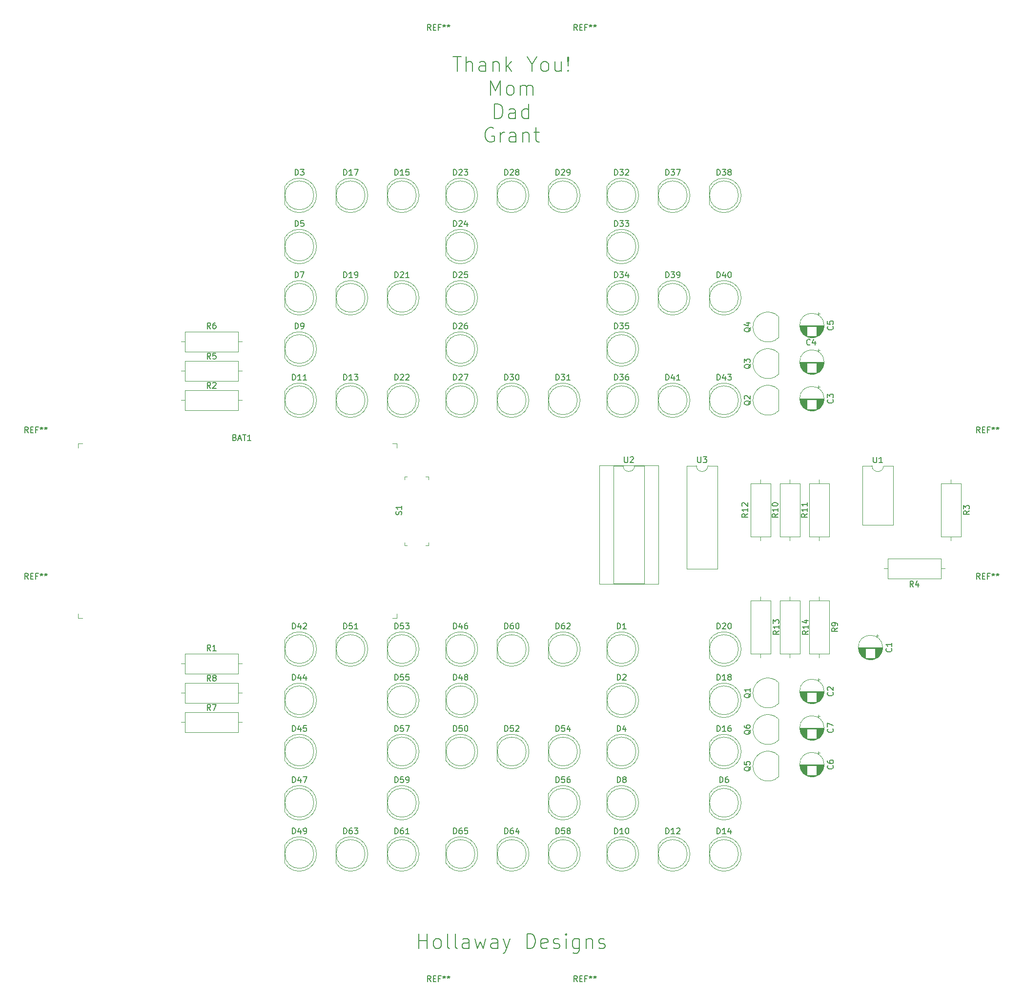
<source format=gto>
%TF.GenerationSoftware,KiCad,Pcbnew,(6.0.2)*%
%TF.CreationDate,2022-04-07T11:24:37-04:00*%
%TF.ProjectId,Grad_Cap_v2,47726164-5f43-4617-905f-76322e6b6963,v01*%
%TF.SameCoordinates,Original*%
%TF.FileFunction,Legend,Top*%
%TF.FilePolarity,Positive*%
%FSLAX46Y46*%
G04 Gerber Fmt 4.6, Leading zero omitted, Abs format (unit mm)*
G04 Created by KiCad (PCBNEW (6.0.2)) date 2022-04-07 11:24:37*
%MOMM*%
%LPD*%
G01*
G04 APERTURE LIST*
%ADD10C,0.150000*%
%ADD11C,0.120000*%
%ADD12C,0.100000*%
G04 APERTURE END LIST*
D10*
X136313333Y-167519047D02*
X136313333Y-164979047D01*
X136313333Y-166188571D02*
X137764761Y-166188571D01*
X137764761Y-167519047D02*
X137764761Y-164979047D01*
X139337142Y-167519047D02*
X139095238Y-167398095D01*
X138974285Y-167277142D01*
X138853333Y-167035238D01*
X138853333Y-166309523D01*
X138974285Y-166067619D01*
X139095238Y-165946666D01*
X139337142Y-165825714D01*
X139700000Y-165825714D01*
X139941904Y-165946666D01*
X140062857Y-166067619D01*
X140183809Y-166309523D01*
X140183809Y-167035238D01*
X140062857Y-167277142D01*
X139941904Y-167398095D01*
X139700000Y-167519047D01*
X139337142Y-167519047D01*
X141635238Y-167519047D02*
X141393333Y-167398095D01*
X141272380Y-167156190D01*
X141272380Y-164979047D01*
X142965714Y-167519047D02*
X142723809Y-167398095D01*
X142602857Y-167156190D01*
X142602857Y-164979047D01*
X145021904Y-167519047D02*
X145021904Y-166188571D01*
X144900952Y-165946666D01*
X144659047Y-165825714D01*
X144175238Y-165825714D01*
X143933333Y-165946666D01*
X145021904Y-167398095D02*
X144780000Y-167519047D01*
X144175238Y-167519047D01*
X143933333Y-167398095D01*
X143812380Y-167156190D01*
X143812380Y-166914285D01*
X143933333Y-166672380D01*
X144175238Y-166551428D01*
X144780000Y-166551428D01*
X145021904Y-166430476D01*
X145989523Y-165825714D02*
X146473333Y-167519047D01*
X146957142Y-166309523D01*
X147440952Y-167519047D01*
X147924761Y-165825714D01*
X149980952Y-167519047D02*
X149980952Y-166188571D01*
X149860000Y-165946666D01*
X149618095Y-165825714D01*
X149134285Y-165825714D01*
X148892380Y-165946666D01*
X149980952Y-167398095D02*
X149739047Y-167519047D01*
X149134285Y-167519047D01*
X148892380Y-167398095D01*
X148771428Y-167156190D01*
X148771428Y-166914285D01*
X148892380Y-166672380D01*
X149134285Y-166551428D01*
X149739047Y-166551428D01*
X149980952Y-166430476D01*
X150948571Y-165825714D02*
X151553333Y-167519047D01*
X152158095Y-165825714D02*
X151553333Y-167519047D01*
X151311428Y-168123809D01*
X151190476Y-168244761D01*
X150948571Y-168365714D01*
X155060952Y-167519047D02*
X155060952Y-164979047D01*
X155665714Y-164979047D01*
X156028571Y-165100000D01*
X156270476Y-165341904D01*
X156391428Y-165583809D01*
X156512380Y-166067619D01*
X156512380Y-166430476D01*
X156391428Y-166914285D01*
X156270476Y-167156190D01*
X156028571Y-167398095D01*
X155665714Y-167519047D01*
X155060952Y-167519047D01*
X158568571Y-167398095D02*
X158326666Y-167519047D01*
X157842857Y-167519047D01*
X157600952Y-167398095D01*
X157480000Y-167156190D01*
X157480000Y-166188571D01*
X157600952Y-165946666D01*
X157842857Y-165825714D01*
X158326666Y-165825714D01*
X158568571Y-165946666D01*
X158689523Y-166188571D01*
X158689523Y-166430476D01*
X157480000Y-166672380D01*
X159657142Y-167398095D02*
X159899047Y-167519047D01*
X160382857Y-167519047D01*
X160624761Y-167398095D01*
X160745714Y-167156190D01*
X160745714Y-167035238D01*
X160624761Y-166793333D01*
X160382857Y-166672380D01*
X160020000Y-166672380D01*
X159778095Y-166551428D01*
X159657142Y-166309523D01*
X159657142Y-166188571D01*
X159778095Y-165946666D01*
X160020000Y-165825714D01*
X160382857Y-165825714D01*
X160624761Y-165946666D01*
X161834285Y-167519047D02*
X161834285Y-165825714D01*
X161834285Y-164979047D02*
X161713333Y-165100000D01*
X161834285Y-165220952D01*
X161955238Y-165100000D01*
X161834285Y-164979047D01*
X161834285Y-165220952D01*
X164132380Y-165825714D02*
X164132380Y-167881904D01*
X164011428Y-168123809D01*
X163890476Y-168244761D01*
X163648571Y-168365714D01*
X163285714Y-168365714D01*
X163043809Y-168244761D01*
X164132380Y-167398095D02*
X163890476Y-167519047D01*
X163406666Y-167519047D01*
X163164761Y-167398095D01*
X163043809Y-167277142D01*
X162922857Y-167035238D01*
X162922857Y-166309523D01*
X163043809Y-166067619D01*
X163164761Y-165946666D01*
X163406666Y-165825714D01*
X163890476Y-165825714D01*
X164132380Y-165946666D01*
X165341904Y-165825714D02*
X165341904Y-167519047D01*
X165341904Y-166067619D02*
X165462857Y-165946666D01*
X165704761Y-165825714D01*
X166067619Y-165825714D01*
X166309523Y-165946666D01*
X166430476Y-166188571D01*
X166430476Y-167519047D01*
X167519047Y-167398095D02*
X167760952Y-167519047D01*
X168244761Y-167519047D01*
X168486666Y-167398095D01*
X168607619Y-167156190D01*
X168607619Y-167035238D01*
X168486666Y-166793333D01*
X168244761Y-166672380D01*
X167881904Y-166672380D01*
X167640000Y-166551428D01*
X167519047Y-166309523D01*
X167519047Y-166188571D01*
X167640000Y-165946666D01*
X167881904Y-165825714D01*
X168244761Y-165825714D01*
X168486666Y-165946666D01*
X142240000Y-12794947D02*
X143691428Y-12794947D01*
X142965714Y-15334947D02*
X142965714Y-12794947D01*
X144538095Y-15334947D02*
X144538095Y-12794947D01*
X145626666Y-15334947D02*
X145626666Y-14004471D01*
X145505714Y-13762566D01*
X145263809Y-13641614D01*
X144900952Y-13641614D01*
X144659047Y-13762566D01*
X144538095Y-13883519D01*
X147924761Y-15334947D02*
X147924761Y-14004471D01*
X147803809Y-13762566D01*
X147561904Y-13641614D01*
X147078095Y-13641614D01*
X146836190Y-13762566D01*
X147924761Y-15213995D02*
X147682857Y-15334947D01*
X147078095Y-15334947D01*
X146836190Y-15213995D01*
X146715238Y-14972090D01*
X146715238Y-14730185D01*
X146836190Y-14488280D01*
X147078095Y-14367328D01*
X147682857Y-14367328D01*
X147924761Y-14246376D01*
X149134285Y-13641614D02*
X149134285Y-15334947D01*
X149134285Y-13883519D02*
X149255238Y-13762566D01*
X149497142Y-13641614D01*
X149860000Y-13641614D01*
X150101904Y-13762566D01*
X150222857Y-14004471D01*
X150222857Y-15334947D01*
X151432380Y-15334947D02*
X151432380Y-12794947D01*
X151674285Y-14367328D02*
X152400000Y-15334947D01*
X152400000Y-13641614D02*
X151432380Y-14609233D01*
X155907619Y-14125423D02*
X155907619Y-15334947D01*
X155060952Y-12794947D02*
X155907619Y-14125423D01*
X156754285Y-12794947D01*
X157963809Y-15334947D02*
X157721904Y-15213995D01*
X157600952Y-15093042D01*
X157480000Y-14851138D01*
X157480000Y-14125423D01*
X157600952Y-13883519D01*
X157721904Y-13762566D01*
X157963809Y-13641614D01*
X158326666Y-13641614D01*
X158568571Y-13762566D01*
X158689523Y-13883519D01*
X158810476Y-14125423D01*
X158810476Y-14851138D01*
X158689523Y-15093042D01*
X158568571Y-15213995D01*
X158326666Y-15334947D01*
X157963809Y-15334947D01*
X160987619Y-13641614D02*
X160987619Y-15334947D01*
X159899047Y-13641614D02*
X159899047Y-14972090D01*
X160020000Y-15213995D01*
X160261904Y-15334947D01*
X160624761Y-15334947D01*
X160866666Y-15213995D01*
X160987619Y-15093042D01*
X162197142Y-15093042D02*
X162318095Y-15213995D01*
X162197142Y-15334947D01*
X162076190Y-15213995D01*
X162197142Y-15093042D01*
X162197142Y-15334947D01*
X162197142Y-14367328D02*
X162076190Y-12915900D01*
X162197142Y-12794947D01*
X162318095Y-12915900D01*
X162197142Y-14367328D01*
X162197142Y-12794947D01*
X148710952Y-19424347D02*
X148710952Y-16884347D01*
X149557619Y-18698633D01*
X150404285Y-16884347D01*
X150404285Y-19424347D01*
X151976666Y-19424347D02*
X151734761Y-19303395D01*
X151613809Y-19182442D01*
X151492857Y-18940538D01*
X151492857Y-18214823D01*
X151613809Y-17972919D01*
X151734761Y-17851966D01*
X151976666Y-17731014D01*
X152339523Y-17731014D01*
X152581428Y-17851966D01*
X152702380Y-17972919D01*
X152823333Y-18214823D01*
X152823333Y-18940538D01*
X152702380Y-19182442D01*
X152581428Y-19303395D01*
X152339523Y-19424347D01*
X151976666Y-19424347D01*
X153911904Y-19424347D02*
X153911904Y-17731014D01*
X153911904Y-17972919D02*
X154032857Y-17851966D01*
X154274761Y-17731014D01*
X154637619Y-17731014D01*
X154879523Y-17851966D01*
X155000476Y-18093871D01*
X155000476Y-19424347D01*
X155000476Y-18093871D02*
X155121428Y-17851966D01*
X155363333Y-17731014D01*
X155726190Y-17731014D01*
X155968095Y-17851966D01*
X156089047Y-18093871D01*
X156089047Y-19424347D01*
X149436666Y-23513747D02*
X149436666Y-20973747D01*
X150041428Y-20973747D01*
X150404285Y-21094700D01*
X150646190Y-21336604D01*
X150767142Y-21578509D01*
X150888095Y-22062319D01*
X150888095Y-22425176D01*
X150767142Y-22908985D01*
X150646190Y-23150890D01*
X150404285Y-23392795D01*
X150041428Y-23513747D01*
X149436666Y-23513747D01*
X153065238Y-23513747D02*
X153065238Y-22183271D01*
X152944285Y-21941366D01*
X152702380Y-21820414D01*
X152218571Y-21820414D01*
X151976666Y-21941366D01*
X153065238Y-23392795D02*
X152823333Y-23513747D01*
X152218571Y-23513747D01*
X151976666Y-23392795D01*
X151855714Y-23150890D01*
X151855714Y-22908985D01*
X151976666Y-22667080D01*
X152218571Y-22546128D01*
X152823333Y-22546128D01*
X153065238Y-22425176D01*
X155363333Y-23513747D02*
X155363333Y-20973747D01*
X155363333Y-23392795D02*
X155121428Y-23513747D01*
X154637619Y-23513747D01*
X154395714Y-23392795D01*
X154274761Y-23271842D01*
X154153809Y-23029938D01*
X154153809Y-22304223D01*
X154274761Y-22062319D01*
X154395714Y-21941366D01*
X154637619Y-21820414D01*
X155121428Y-21820414D01*
X155363333Y-21941366D01*
X149255238Y-25184100D02*
X149013333Y-25063147D01*
X148650476Y-25063147D01*
X148287619Y-25184100D01*
X148045714Y-25426004D01*
X147924761Y-25667909D01*
X147803809Y-26151719D01*
X147803809Y-26514576D01*
X147924761Y-26998385D01*
X148045714Y-27240290D01*
X148287619Y-27482195D01*
X148650476Y-27603147D01*
X148892380Y-27603147D01*
X149255238Y-27482195D01*
X149376190Y-27361242D01*
X149376190Y-26514576D01*
X148892380Y-26514576D01*
X150464761Y-27603147D02*
X150464761Y-25909814D01*
X150464761Y-26393623D02*
X150585714Y-26151719D01*
X150706666Y-26030766D01*
X150948571Y-25909814D01*
X151190476Y-25909814D01*
X153125714Y-27603147D02*
X153125714Y-26272671D01*
X153004761Y-26030766D01*
X152762857Y-25909814D01*
X152279047Y-25909814D01*
X152037142Y-26030766D01*
X153125714Y-27482195D02*
X152883809Y-27603147D01*
X152279047Y-27603147D01*
X152037142Y-27482195D01*
X151916190Y-27240290D01*
X151916190Y-26998385D01*
X152037142Y-26756480D01*
X152279047Y-26635528D01*
X152883809Y-26635528D01*
X153125714Y-26514576D01*
X154335238Y-25909814D02*
X154335238Y-27603147D01*
X154335238Y-26151719D02*
X154456190Y-26030766D01*
X154698095Y-25909814D01*
X155060952Y-25909814D01*
X155302857Y-26030766D01*
X155423809Y-26272671D01*
X155423809Y-27603147D01*
X156270476Y-25909814D02*
X157238095Y-25909814D01*
X156633333Y-25063147D02*
X156633333Y-27240290D01*
X156754285Y-27482195D01*
X156996190Y-27603147D01*
X157238095Y-27603147D01*
%TO.C,U3*%
X184668095Y-82202380D02*
X184668095Y-83011904D01*
X184715714Y-83107142D01*
X184763333Y-83154761D01*
X184858571Y-83202380D01*
X185049047Y-83202380D01*
X185144285Y-83154761D01*
X185191904Y-83107142D01*
X185239523Y-83011904D01*
X185239523Y-82202380D01*
X185620476Y-82202380D02*
X186239523Y-82202380D01*
X185906190Y-82583333D01*
X186049047Y-82583333D01*
X186144285Y-82630952D01*
X186191904Y-82678571D01*
X186239523Y-82773809D01*
X186239523Y-83011904D01*
X186191904Y-83107142D01*
X186144285Y-83154761D01*
X186049047Y-83202380D01*
X185763333Y-83202380D01*
X185668095Y-83154761D01*
X185620476Y-83107142D01*
%TO.C,D30*%
X151185714Y-68882380D02*
X151185714Y-67882380D01*
X151423809Y-67882380D01*
X151566666Y-67930000D01*
X151661904Y-68025238D01*
X151709523Y-68120476D01*
X151757142Y-68310952D01*
X151757142Y-68453809D01*
X151709523Y-68644285D01*
X151661904Y-68739523D01*
X151566666Y-68834761D01*
X151423809Y-68882380D01*
X151185714Y-68882380D01*
X152090476Y-67882380D02*
X152709523Y-67882380D01*
X152376190Y-68263333D01*
X152519047Y-68263333D01*
X152614285Y-68310952D01*
X152661904Y-68358571D01*
X152709523Y-68453809D01*
X152709523Y-68691904D01*
X152661904Y-68787142D01*
X152614285Y-68834761D01*
X152519047Y-68882380D01*
X152233333Y-68882380D01*
X152138095Y-68834761D01*
X152090476Y-68787142D01*
X153328571Y-67882380D02*
X153423809Y-67882380D01*
X153519047Y-67930000D01*
X153566666Y-67977619D01*
X153614285Y-68072857D01*
X153661904Y-68263333D01*
X153661904Y-68501428D01*
X153614285Y-68691904D01*
X153566666Y-68787142D01*
X153519047Y-68834761D01*
X153423809Y-68882380D01*
X153328571Y-68882380D01*
X153233333Y-68834761D01*
X153185714Y-68787142D01*
X153138095Y-68691904D01*
X153090476Y-68501428D01*
X153090476Y-68263333D01*
X153138095Y-68072857D01*
X153185714Y-67977619D01*
X153233333Y-67930000D01*
X153328571Y-67882380D01*
%TO.C,D4*%
X170711904Y-129842380D02*
X170711904Y-128842380D01*
X170950000Y-128842380D01*
X171092857Y-128890000D01*
X171188095Y-128985238D01*
X171235714Y-129080476D01*
X171283333Y-129270952D01*
X171283333Y-129413809D01*
X171235714Y-129604285D01*
X171188095Y-129699523D01*
X171092857Y-129794761D01*
X170950000Y-129842380D01*
X170711904Y-129842380D01*
X172140476Y-129175714D02*
X172140476Y-129842380D01*
X171902380Y-128794761D02*
X171664285Y-129509047D01*
X172283333Y-129509047D01*
%TO.C,D32*%
X170235714Y-33322380D02*
X170235714Y-32322380D01*
X170473809Y-32322380D01*
X170616666Y-32370000D01*
X170711904Y-32465238D01*
X170759523Y-32560476D01*
X170807142Y-32750952D01*
X170807142Y-32893809D01*
X170759523Y-33084285D01*
X170711904Y-33179523D01*
X170616666Y-33274761D01*
X170473809Y-33322380D01*
X170235714Y-33322380D01*
X171140476Y-32322380D02*
X171759523Y-32322380D01*
X171426190Y-32703333D01*
X171569047Y-32703333D01*
X171664285Y-32750952D01*
X171711904Y-32798571D01*
X171759523Y-32893809D01*
X171759523Y-33131904D01*
X171711904Y-33227142D01*
X171664285Y-33274761D01*
X171569047Y-33322380D01*
X171283333Y-33322380D01*
X171188095Y-33274761D01*
X171140476Y-33227142D01*
X172140476Y-32417619D02*
X172188095Y-32370000D01*
X172283333Y-32322380D01*
X172521428Y-32322380D01*
X172616666Y-32370000D01*
X172664285Y-32417619D01*
X172711904Y-32512857D01*
X172711904Y-32608095D01*
X172664285Y-32750952D01*
X172092857Y-33322380D01*
X172711904Y-33322380D01*
%TO.C,C7*%
X208077142Y-129436666D02*
X208124761Y-129484285D01*
X208172380Y-129627142D01*
X208172380Y-129722380D01*
X208124761Y-129865238D01*
X208029523Y-129960476D01*
X207934285Y-130008095D01*
X207743809Y-130055714D01*
X207600952Y-130055714D01*
X207410476Y-130008095D01*
X207315238Y-129960476D01*
X207220000Y-129865238D01*
X207172380Y-129722380D01*
X207172380Y-129627142D01*
X207220000Y-129484285D01*
X207267619Y-129436666D01*
X207172380Y-129103333D02*
X207172380Y-128436666D01*
X208172380Y-128865238D01*
%TO.C,U1*%
X215148095Y-82222380D02*
X215148095Y-83031904D01*
X215195714Y-83127142D01*
X215243333Y-83174761D01*
X215338571Y-83222380D01*
X215529047Y-83222380D01*
X215624285Y-83174761D01*
X215671904Y-83127142D01*
X215719523Y-83031904D01*
X215719523Y-82222380D01*
X216719523Y-83222380D02*
X216148095Y-83222380D01*
X216433809Y-83222380D02*
X216433809Y-82222380D01*
X216338571Y-82365238D01*
X216243333Y-82460476D01*
X216148095Y-82508095D01*
%TO.C,D18*%
X188015714Y-120952380D02*
X188015714Y-119952380D01*
X188253809Y-119952380D01*
X188396666Y-120000000D01*
X188491904Y-120095238D01*
X188539523Y-120190476D01*
X188587142Y-120380952D01*
X188587142Y-120523809D01*
X188539523Y-120714285D01*
X188491904Y-120809523D01*
X188396666Y-120904761D01*
X188253809Y-120952380D01*
X188015714Y-120952380D01*
X189539523Y-120952380D02*
X188968095Y-120952380D01*
X189253809Y-120952380D02*
X189253809Y-119952380D01*
X189158571Y-120095238D01*
X189063333Y-120190476D01*
X188968095Y-120238095D01*
X190110952Y-120380952D02*
X190015714Y-120333333D01*
X189968095Y-120285714D01*
X189920476Y-120190476D01*
X189920476Y-120142857D01*
X189968095Y-120047619D01*
X190015714Y-120000000D01*
X190110952Y-119952380D01*
X190301428Y-119952380D01*
X190396666Y-120000000D01*
X190444285Y-120047619D01*
X190491904Y-120142857D01*
X190491904Y-120190476D01*
X190444285Y-120285714D01*
X190396666Y-120333333D01*
X190301428Y-120380952D01*
X190110952Y-120380952D01*
X190015714Y-120428571D01*
X189968095Y-120476190D01*
X189920476Y-120571428D01*
X189920476Y-120761904D01*
X189968095Y-120857142D01*
X190015714Y-120904761D01*
X190110952Y-120952380D01*
X190301428Y-120952380D01*
X190396666Y-120904761D01*
X190444285Y-120857142D01*
X190491904Y-120761904D01*
X190491904Y-120571428D01*
X190444285Y-120476190D01*
X190396666Y-120428571D01*
X190301428Y-120380952D01*
%TO.C,D20*%
X188015714Y-112062380D02*
X188015714Y-111062380D01*
X188253809Y-111062380D01*
X188396666Y-111110000D01*
X188491904Y-111205238D01*
X188539523Y-111300476D01*
X188587142Y-111490952D01*
X188587142Y-111633809D01*
X188539523Y-111824285D01*
X188491904Y-111919523D01*
X188396666Y-112014761D01*
X188253809Y-112062380D01*
X188015714Y-112062380D01*
X188968095Y-111157619D02*
X189015714Y-111110000D01*
X189110952Y-111062380D01*
X189349047Y-111062380D01*
X189444285Y-111110000D01*
X189491904Y-111157619D01*
X189539523Y-111252857D01*
X189539523Y-111348095D01*
X189491904Y-111490952D01*
X188920476Y-112062380D01*
X189539523Y-112062380D01*
X190158571Y-111062380D02*
X190253809Y-111062380D01*
X190349047Y-111110000D01*
X190396666Y-111157619D01*
X190444285Y-111252857D01*
X190491904Y-111443333D01*
X190491904Y-111681428D01*
X190444285Y-111871904D01*
X190396666Y-111967142D01*
X190349047Y-112014761D01*
X190253809Y-112062380D01*
X190158571Y-112062380D01*
X190063333Y-112014761D01*
X190015714Y-111967142D01*
X189968095Y-111871904D01*
X189920476Y-111681428D01*
X189920476Y-111443333D01*
X189968095Y-111252857D01*
X190015714Y-111157619D01*
X190063333Y-111110000D01*
X190158571Y-111062380D01*
%TO.C,D14*%
X188015714Y-147622380D02*
X188015714Y-146622380D01*
X188253809Y-146622380D01*
X188396666Y-146670000D01*
X188491904Y-146765238D01*
X188539523Y-146860476D01*
X188587142Y-147050952D01*
X188587142Y-147193809D01*
X188539523Y-147384285D01*
X188491904Y-147479523D01*
X188396666Y-147574761D01*
X188253809Y-147622380D01*
X188015714Y-147622380D01*
X189539523Y-147622380D02*
X188968095Y-147622380D01*
X189253809Y-147622380D02*
X189253809Y-146622380D01*
X189158571Y-146765238D01*
X189063333Y-146860476D01*
X188968095Y-146908095D01*
X190396666Y-146955714D02*
X190396666Y-147622380D01*
X190158571Y-146574761D02*
X189920476Y-147289047D01*
X190539523Y-147289047D01*
%TO.C,D3*%
X114831904Y-33322380D02*
X114831904Y-32322380D01*
X115070000Y-32322380D01*
X115212857Y-32370000D01*
X115308095Y-32465238D01*
X115355714Y-32560476D01*
X115403333Y-32750952D01*
X115403333Y-32893809D01*
X115355714Y-33084285D01*
X115308095Y-33179523D01*
X115212857Y-33274761D01*
X115070000Y-33322380D01*
X114831904Y-33322380D01*
X115736666Y-32322380D02*
X116355714Y-32322380D01*
X116022380Y-32703333D01*
X116165238Y-32703333D01*
X116260476Y-32750952D01*
X116308095Y-32798571D01*
X116355714Y-32893809D01*
X116355714Y-33131904D01*
X116308095Y-33227142D01*
X116260476Y-33274761D01*
X116165238Y-33322380D01*
X115879523Y-33322380D01*
X115784285Y-33274761D01*
X115736666Y-33227142D01*
%TO.C,D47*%
X114355714Y-138732380D02*
X114355714Y-137732380D01*
X114593809Y-137732380D01*
X114736666Y-137780000D01*
X114831904Y-137875238D01*
X114879523Y-137970476D01*
X114927142Y-138160952D01*
X114927142Y-138303809D01*
X114879523Y-138494285D01*
X114831904Y-138589523D01*
X114736666Y-138684761D01*
X114593809Y-138732380D01*
X114355714Y-138732380D01*
X115784285Y-138065714D02*
X115784285Y-138732380D01*
X115546190Y-137684761D02*
X115308095Y-138399047D01*
X115927142Y-138399047D01*
X116212857Y-137732380D02*
X116879523Y-137732380D01*
X116450952Y-138732380D01*
%TO.C,D63*%
X123245714Y-147622380D02*
X123245714Y-146622380D01*
X123483809Y-146622380D01*
X123626666Y-146670000D01*
X123721904Y-146765238D01*
X123769523Y-146860476D01*
X123817142Y-147050952D01*
X123817142Y-147193809D01*
X123769523Y-147384285D01*
X123721904Y-147479523D01*
X123626666Y-147574761D01*
X123483809Y-147622380D01*
X123245714Y-147622380D01*
X124674285Y-146622380D02*
X124483809Y-146622380D01*
X124388571Y-146670000D01*
X124340952Y-146717619D01*
X124245714Y-146860476D01*
X124198095Y-147050952D01*
X124198095Y-147431904D01*
X124245714Y-147527142D01*
X124293333Y-147574761D01*
X124388571Y-147622380D01*
X124579047Y-147622380D01*
X124674285Y-147574761D01*
X124721904Y-147527142D01*
X124769523Y-147431904D01*
X124769523Y-147193809D01*
X124721904Y-147098571D01*
X124674285Y-147050952D01*
X124579047Y-147003333D01*
X124388571Y-147003333D01*
X124293333Y-147050952D01*
X124245714Y-147098571D01*
X124198095Y-147193809D01*
X125102857Y-146622380D02*
X125721904Y-146622380D01*
X125388571Y-147003333D01*
X125531428Y-147003333D01*
X125626666Y-147050952D01*
X125674285Y-147098571D01*
X125721904Y-147193809D01*
X125721904Y-147431904D01*
X125674285Y-147527142D01*
X125626666Y-147574761D01*
X125531428Y-147622380D01*
X125245714Y-147622380D01*
X125150476Y-147574761D01*
X125102857Y-147527142D01*
%TO.C,C3*%
X208077142Y-72286666D02*
X208124761Y-72334285D01*
X208172380Y-72477142D01*
X208172380Y-72572380D01*
X208124761Y-72715238D01*
X208029523Y-72810476D01*
X207934285Y-72858095D01*
X207743809Y-72905714D01*
X207600952Y-72905714D01*
X207410476Y-72858095D01*
X207315238Y-72810476D01*
X207220000Y-72715238D01*
X207172380Y-72572380D01*
X207172380Y-72477142D01*
X207220000Y-72334285D01*
X207267619Y-72286666D01*
X207172380Y-71953333D02*
X207172380Y-71334285D01*
X207553333Y-71667619D01*
X207553333Y-71524761D01*
X207600952Y-71429523D01*
X207648571Y-71381904D01*
X207743809Y-71334285D01*
X207981904Y-71334285D01*
X208077142Y-71381904D01*
X208124761Y-71429523D01*
X208172380Y-71524761D01*
X208172380Y-71810476D01*
X208124761Y-71905714D01*
X208077142Y-71953333D01*
%TO.C,D5*%
X114831904Y-42212380D02*
X114831904Y-41212380D01*
X115070000Y-41212380D01*
X115212857Y-41260000D01*
X115308095Y-41355238D01*
X115355714Y-41450476D01*
X115403333Y-41640952D01*
X115403333Y-41783809D01*
X115355714Y-41974285D01*
X115308095Y-42069523D01*
X115212857Y-42164761D01*
X115070000Y-42212380D01*
X114831904Y-42212380D01*
X116308095Y-41212380D02*
X115831904Y-41212380D01*
X115784285Y-41688571D01*
X115831904Y-41640952D01*
X115927142Y-41593333D01*
X116165238Y-41593333D01*
X116260476Y-41640952D01*
X116308095Y-41688571D01*
X116355714Y-41783809D01*
X116355714Y-42021904D01*
X116308095Y-42117142D01*
X116260476Y-42164761D01*
X116165238Y-42212380D01*
X115927142Y-42212380D01*
X115831904Y-42164761D01*
X115784285Y-42117142D01*
%TO.C,D33*%
X170235714Y-42212380D02*
X170235714Y-41212380D01*
X170473809Y-41212380D01*
X170616666Y-41260000D01*
X170711904Y-41355238D01*
X170759523Y-41450476D01*
X170807142Y-41640952D01*
X170807142Y-41783809D01*
X170759523Y-41974285D01*
X170711904Y-42069523D01*
X170616666Y-42164761D01*
X170473809Y-42212380D01*
X170235714Y-42212380D01*
X171140476Y-41212380D02*
X171759523Y-41212380D01*
X171426190Y-41593333D01*
X171569047Y-41593333D01*
X171664285Y-41640952D01*
X171711904Y-41688571D01*
X171759523Y-41783809D01*
X171759523Y-42021904D01*
X171711904Y-42117142D01*
X171664285Y-42164761D01*
X171569047Y-42212380D01*
X171283333Y-42212380D01*
X171188095Y-42164761D01*
X171140476Y-42117142D01*
X172092857Y-41212380D02*
X172711904Y-41212380D01*
X172378571Y-41593333D01*
X172521428Y-41593333D01*
X172616666Y-41640952D01*
X172664285Y-41688571D01*
X172711904Y-41783809D01*
X172711904Y-42021904D01*
X172664285Y-42117142D01*
X172616666Y-42164761D01*
X172521428Y-42212380D01*
X172235714Y-42212380D01*
X172140476Y-42164761D01*
X172092857Y-42117142D01*
%TO.C,C6*%
X208077142Y-135786666D02*
X208124761Y-135834285D01*
X208172380Y-135977142D01*
X208172380Y-136072380D01*
X208124761Y-136215238D01*
X208029523Y-136310476D01*
X207934285Y-136358095D01*
X207743809Y-136405714D01*
X207600952Y-136405714D01*
X207410476Y-136358095D01*
X207315238Y-136310476D01*
X207220000Y-136215238D01*
X207172380Y-136072380D01*
X207172380Y-135977142D01*
X207220000Y-135834285D01*
X207267619Y-135786666D01*
X207172380Y-134929523D02*
X207172380Y-135120000D01*
X207220000Y-135215238D01*
X207267619Y-135262857D01*
X207410476Y-135358095D01*
X207600952Y-135405714D01*
X207981904Y-135405714D01*
X208077142Y-135358095D01*
X208124761Y-135310476D01*
X208172380Y-135215238D01*
X208172380Y-135024761D01*
X208124761Y-134929523D01*
X208077142Y-134881904D01*
X207981904Y-134834285D01*
X207743809Y-134834285D01*
X207648571Y-134881904D01*
X207600952Y-134929523D01*
X207553333Y-135024761D01*
X207553333Y-135215238D01*
X207600952Y-135310476D01*
X207648571Y-135358095D01*
X207743809Y-135405714D01*
%TO.C,D25*%
X142295714Y-51102380D02*
X142295714Y-50102380D01*
X142533809Y-50102380D01*
X142676666Y-50150000D01*
X142771904Y-50245238D01*
X142819523Y-50340476D01*
X142867142Y-50530952D01*
X142867142Y-50673809D01*
X142819523Y-50864285D01*
X142771904Y-50959523D01*
X142676666Y-51054761D01*
X142533809Y-51102380D01*
X142295714Y-51102380D01*
X143248095Y-50197619D02*
X143295714Y-50150000D01*
X143390952Y-50102380D01*
X143629047Y-50102380D01*
X143724285Y-50150000D01*
X143771904Y-50197619D01*
X143819523Y-50292857D01*
X143819523Y-50388095D01*
X143771904Y-50530952D01*
X143200476Y-51102380D01*
X143819523Y-51102380D01*
X144724285Y-50102380D02*
X144248095Y-50102380D01*
X144200476Y-50578571D01*
X144248095Y-50530952D01*
X144343333Y-50483333D01*
X144581428Y-50483333D01*
X144676666Y-50530952D01*
X144724285Y-50578571D01*
X144771904Y-50673809D01*
X144771904Y-50911904D01*
X144724285Y-51007142D01*
X144676666Y-51054761D01*
X144581428Y-51102380D01*
X144343333Y-51102380D01*
X144248095Y-51054761D01*
X144200476Y-51007142D01*
%TO.C,R6*%
X100163333Y-59962380D02*
X99830000Y-59486190D01*
X99591904Y-59962380D02*
X99591904Y-58962380D01*
X99972857Y-58962380D01*
X100068095Y-59010000D01*
X100115714Y-59057619D01*
X100163333Y-59152857D01*
X100163333Y-59295714D01*
X100115714Y-59390952D01*
X100068095Y-59438571D01*
X99972857Y-59486190D01*
X99591904Y-59486190D01*
X101020476Y-58962380D02*
X100830000Y-58962380D01*
X100734761Y-59010000D01*
X100687142Y-59057619D01*
X100591904Y-59200476D01*
X100544285Y-59390952D01*
X100544285Y-59771904D01*
X100591904Y-59867142D01*
X100639523Y-59914761D01*
X100734761Y-59962380D01*
X100925238Y-59962380D01*
X101020476Y-59914761D01*
X101068095Y-59867142D01*
X101115714Y-59771904D01*
X101115714Y-59533809D01*
X101068095Y-59438571D01*
X101020476Y-59390952D01*
X100925238Y-59343333D01*
X100734761Y-59343333D01*
X100639523Y-59390952D01*
X100591904Y-59438571D01*
X100544285Y-59533809D01*
%TO.C,C1*%
X218237142Y-115466666D02*
X218284761Y-115514285D01*
X218332380Y-115657142D01*
X218332380Y-115752380D01*
X218284761Y-115895238D01*
X218189523Y-115990476D01*
X218094285Y-116038095D01*
X217903809Y-116085714D01*
X217760952Y-116085714D01*
X217570476Y-116038095D01*
X217475238Y-115990476D01*
X217380000Y-115895238D01*
X217332380Y-115752380D01*
X217332380Y-115657142D01*
X217380000Y-115514285D01*
X217427619Y-115466666D01*
X218332380Y-114514285D02*
X218332380Y-115085714D01*
X218332380Y-114800000D02*
X217332380Y-114800000D01*
X217475238Y-114895238D01*
X217570476Y-114990476D01*
X217618095Y-115085714D01*
%TO.C,R13*%
X198752380Y-112402857D02*
X198276190Y-112736190D01*
X198752380Y-112974285D02*
X197752380Y-112974285D01*
X197752380Y-112593333D01*
X197800000Y-112498095D01*
X197847619Y-112450476D01*
X197942857Y-112402857D01*
X198085714Y-112402857D01*
X198180952Y-112450476D01*
X198228571Y-112498095D01*
X198276190Y-112593333D01*
X198276190Y-112974285D01*
X198752380Y-111450476D02*
X198752380Y-112021904D01*
X198752380Y-111736190D02*
X197752380Y-111736190D01*
X197895238Y-111831428D01*
X197990476Y-111926666D01*
X198038095Y-112021904D01*
X197752380Y-111117142D02*
X197752380Y-110498095D01*
X198133333Y-110831428D01*
X198133333Y-110688571D01*
X198180952Y-110593333D01*
X198228571Y-110545714D01*
X198323809Y-110498095D01*
X198561904Y-110498095D01*
X198657142Y-110545714D01*
X198704761Y-110593333D01*
X198752380Y-110688571D01*
X198752380Y-110974285D01*
X198704761Y-111069523D01*
X198657142Y-111117142D01*
%TO.C,D38*%
X188015714Y-33322380D02*
X188015714Y-32322380D01*
X188253809Y-32322380D01*
X188396666Y-32370000D01*
X188491904Y-32465238D01*
X188539523Y-32560476D01*
X188587142Y-32750952D01*
X188587142Y-32893809D01*
X188539523Y-33084285D01*
X188491904Y-33179523D01*
X188396666Y-33274761D01*
X188253809Y-33322380D01*
X188015714Y-33322380D01*
X188920476Y-32322380D02*
X189539523Y-32322380D01*
X189206190Y-32703333D01*
X189349047Y-32703333D01*
X189444285Y-32750952D01*
X189491904Y-32798571D01*
X189539523Y-32893809D01*
X189539523Y-33131904D01*
X189491904Y-33227142D01*
X189444285Y-33274761D01*
X189349047Y-33322380D01*
X189063333Y-33322380D01*
X188968095Y-33274761D01*
X188920476Y-33227142D01*
X190110952Y-32750952D02*
X190015714Y-32703333D01*
X189968095Y-32655714D01*
X189920476Y-32560476D01*
X189920476Y-32512857D01*
X189968095Y-32417619D01*
X190015714Y-32370000D01*
X190110952Y-32322380D01*
X190301428Y-32322380D01*
X190396666Y-32370000D01*
X190444285Y-32417619D01*
X190491904Y-32512857D01*
X190491904Y-32560476D01*
X190444285Y-32655714D01*
X190396666Y-32703333D01*
X190301428Y-32750952D01*
X190110952Y-32750952D01*
X190015714Y-32798571D01*
X189968095Y-32846190D01*
X189920476Y-32941428D01*
X189920476Y-33131904D01*
X189968095Y-33227142D01*
X190015714Y-33274761D01*
X190110952Y-33322380D01*
X190301428Y-33322380D01*
X190396666Y-33274761D01*
X190444285Y-33227142D01*
X190491904Y-33131904D01*
X190491904Y-32941428D01*
X190444285Y-32846190D01*
X190396666Y-32798571D01*
X190301428Y-32750952D01*
%TO.C,REF\u002A\u002A*%
X68516666Y-78032380D02*
X68183333Y-77556190D01*
X67945238Y-78032380D02*
X67945238Y-77032380D01*
X68326190Y-77032380D01*
X68421428Y-77080000D01*
X68469047Y-77127619D01*
X68516666Y-77222857D01*
X68516666Y-77365714D01*
X68469047Y-77460952D01*
X68421428Y-77508571D01*
X68326190Y-77556190D01*
X67945238Y-77556190D01*
X68945238Y-77508571D02*
X69278571Y-77508571D01*
X69421428Y-78032380D02*
X68945238Y-78032380D01*
X68945238Y-77032380D01*
X69421428Y-77032380D01*
X70183333Y-77508571D02*
X69850000Y-77508571D01*
X69850000Y-78032380D02*
X69850000Y-77032380D01*
X70326190Y-77032380D01*
X70850000Y-77032380D02*
X70850000Y-77270476D01*
X70611904Y-77175238D02*
X70850000Y-77270476D01*
X71088095Y-77175238D01*
X70707142Y-77460952D02*
X70850000Y-77270476D01*
X70992857Y-77460952D01*
X71611904Y-77032380D02*
X71611904Y-77270476D01*
X71373809Y-77175238D02*
X71611904Y-77270476D01*
X71850000Y-77175238D01*
X71469047Y-77460952D02*
X71611904Y-77270476D01*
X71754761Y-77460952D01*
%TO.C,D16*%
X188015714Y-129842380D02*
X188015714Y-128842380D01*
X188253809Y-128842380D01*
X188396666Y-128890000D01*
X188491904Y-128985238D01*
X188539523Y-129080476D01*
X188587142Y-129270952D01*
X188587142Y-129413809D01*
X188539523Y-129604285D01*
X188491904Y-129699523D01*
X188396666Y-129794761D01*
X188253809Y-129842380D01*
X188015714Y-129842380D01*
X189539523Y-129842380D02*
X188968095Y-129842380D01*
X189253809Y-129842380D02*
X189253809Y-128842380D01*
X189158571Y-128985238D01*
X189063333Y-129080476D01*
X188968095Y-129128095D01*
X190396666Y-128842380D02*
X190206190Y-128842380D01*
X190110952Y-128890000D01*
X190063333Y-128937619D01*
X189968095Y-129080476D01*
X189920476Y-129270952D01*
X189920476Y-129651904D01*
X189968095Y-129747142D01*
X190015714Y-129794761D01*
X190110952Y-129842380D01*
X190301428Y-129842380D01*
X190396666Y-129794761D01*
X190444285Y-129747142D01*
X190491904Y-129651904D01*
X190491904Y-129413809D01*
X190444285Y-129318571D01*
X190396666Y-129270952D01*
X190301428Y-129223333D01*
X190110952Y-129223333D01*
X190015714Y-129270952D01*
X189968095Y-129318571D01*
X189920476Y-129413809D01*
%TO.C,REF\u002A\u002A*%
X68516666Y-103432380D02*
X68183333Y-102956190D01*
X67945238Y-103432380D02*
X67945238Y-102432380D01*
X68326190Y-102432380D01*
X68421428Y-102480000D01*
X68469047Y-102527619D01*
X68516666Y-102622857D01*
X68516666Y-102765714D01*
X68469047Y-102860952D01*
X68421428Y-102908571D01*
X68326190Y-102956190D01*
X67945238Y-102956190D01*
X68945238Y-102908571D02*
X69278571Y-102908571D01*
X69421428Y-103432380D02*
X68945238Y-103432380D01*
X68945238Y-102432380D01*
X69421428Y-102432380D01*
X70183333Y-102908571D02*
X69850000Y-102908571D01*
X69850000Y-103432380D02*
X69850000Y-102432380D01*
X70326190Y-102432380D01*
X70850000Y-102432380D02*
X70850000Y-102670476D01*
X70611904Y-102575238D02*
X70850000Y-102670476D01*
X71088095Y-102575238D01*
X70707142Y-102860952D02*
X70850000Y-102670476D01*
X70992857Y-102860952D01*
X71611904Y-102432380D02*
X71611904Y-102670476D01*
X71373809Y-102575238D02*
X71611904Y-102670476D01*
X71850000Y-102575238D01*
X71469047Y-102860952D02*
X71611904Y-102670476D01*
X71754761Y-102860952D01*
%TO.C,D51*%
X123245714Y-112062380D02*
X123245714Y-111062380D01*
X123483809Y-111062380D01*
X123626666Y-111110000D01*
X123721904Y-111205238D01*
X123769523Y-111300476D01*
X123817142Y-111490952D01*
X123817142Y-111633809D01*
X123769523Y-111824285D01*
X123721904Y-111919523D01*
X123626666Y-112014761D01*
X123483809Y-112062380D01*
X123245714Y-112062380D01*
X124721904Y-111062380D02*
X124245714Y-111062380D01*
X124198095Y-111538571D01*
X124245714Y-111490952D01*
X124340952Y-111443333D01*
X124579047Y-111443333D01*
X124674285Y-111490952D01*
X124721904Y-111538571D01*
X124769523Y-111633809D01*
X124769523Y-111871904D01*
X124721904Y-111967142D01*
X124674285Y-112014761D01*
X124579047Y-112062380D01*
X124340952Y-112062380D01*
X124245714Y-112014761D01*
X124198095Y-111967142D01*
X125721904Y-112062380D02*
X125150476Y-112062380D01*
X125436190Y-112062380D02*
X125436190Y-111062380D01*
X125340952Y-111205238D01*
X125245714Y-111300476D01*
X125150476Y-111348095D01*
%TO.C,REF\u002A\u002A*%
X233616666Y-103432380D02*
X233283333Y-102956190D01*
X233045238Y-103432380D02*
X233045238Y-102432380D01*
X233426190Y-102432380D01*
X233521428Y-102480000D01*
X233569047Y-102527619D01*
X233616666Y-102622857D01*
X233616666Y-102765714D01*
X233569047Y-102860952D01*
X233521428Y-102908571D01*
X233426190Y-102956190D01*
X233045238Y-102956190D01*
X234045238Y-102908571D02*
X234378571Y-102908571D01*
X234521428Y-103432380D02*
X234045238Y-103432380D01*
X234045238Y-102432380D01*
X234521428Y-102432380D01*
X235283333Y-102908571D02*
X234950000Y-102908571D01*
X234950000Y-103432380D02*
X234950000Y-102432380D01*
X235426190Y-102432380D01*
X235950000Y-102432380D02*
X235950000Y-102670476D01*
X235711904Y-102575238D02*
X235950000Y-102670476D01*
X236188095Y-102575238D01*
X235807142Y-102860952D02*
X235950000Y-102670476D01*
X236092857Y-102860952D01*
X236711904Y-102432380D02*
X236711904Y-102670476D01*
X236473809Y-102575238D02*
X236711904Y-102670476D01*
X236950000Y-102575238D01*
X236569047Y-102860952D02*
X236711904Y-102670476D01*
X236854761Y-102860952D01*
%TO.C,D40*%
X188015714Y-51102380D02*
X188015714Y-50102380D01*
X188253809Y-50102380D01*
X188396666Y-50150000D01*
X188491904Y-50245238D01*
X188539523Y-50340476D01*
X188587142Y-50530952D01*
X188587142Y-50673809D01*
X188539523Y-50864285D01*
X188491904Y-50959523D01*
X188396666Y-51054761D01*
X188253809Y-51102380D01*
X188015714Y-51102380D01*
X189444285Y-50435714D02*
X189444285Y-51102380D01*
X189206190Y-50054761D02*
X188968095Y-50769047D01*
X189587142Y-50769047D01*
X190158571Y-50102380D02*
X190253809Y-50102380D01*
X190349047Y-50150000D01*
X190396666Y-50197619D01*
X190444285Y-50292857D01*
X190491904Y-50483333D01*
X190491904Y-50721428D01*
X190444285Y-50911904D01*
X190396666Y-51007142D01*
X190349047Y-51054761D01*
X190253809Y-51102380D01*
X190158571Y-51102380D01*
X190063333Y-51054761D01*
X190015714Y-51007142D01*
X189968095Y-50911904D01*
X189920476Y-50721428D01*
X189920476Y-50483333D01*
X189968095Y-50292857D01*
X190015714Y-50197619D01*
X190063333Y-50150000D01*
X190158571Y-50102380D01*
%TO.C,R3*%
X231772380Y-91606666D02*
X231296190Y-91940000D01*
X231772380Y-92178095D02*
X230772380Y-92178095D01*
X230772380Y-91797142D01*
X230820000Y-91701904D01*
X230867619Y-91654285D01*
X230962857Y-91606666D01*
X231105714Y-91606666D01*
X231200952Y-91654285D01*
X231248571Y-91701904D01*
X231296190Y-91797142D01*
X231296190Y-92178095D01*
X230772380Y-91273333D02*
X230772380Y-90654285D01*
X231153333Y-90987619D01*
X231153333Y-90844761D01*
X231200952Y-90749523D01*
X231248571Y-90701904D01*
X231343809Y-90654285D01*
X231581904Y-90654285D01*
X231677142Y-90701904D01*
X231724761Y-90749523D01*
X231772380Y-90844761D01*
X231772380Y-91130476D01*
X231724761Y-91225714D01*
X231677142Y-91273333D01*
%TO.C,D24*%
X142295714Y-42212380D02*
X142295714Y-41212380D01*
X142533809Y-41212380D01*
X142676666Y-41260000D01*
X142771904Y-41355238D01*
X142819523Y-41450476D01*
X142867142Y-41640952D01*
X142867142Y-41783809D01*
X142819523Y-41974285D01*
X142771904Y-42069523D01*
X142676666Y-42164761D01*
X142533809Y-42212380D01*
X142295714Y-42212380D01*
X143248095Y-41307619D02*
X143295714Y-41260000D01*
X143390952Y-41212380D01*
X143629047Y-41212380D01*
X143724285Y-41260000D01*
X143771904Y-41307619D01*
X143819523Y-41402857D01*
X143819523Y-41498095D01*
X143771904Y-41640952D01*
X143200476Y-42212380D01*
X143819523Y-42212380D01*
X144676666Y-41545714D02*
X144676666Y-42212380D01*
X144438571Y-41164761D02*
X144200476Y-41879047D01*
X144819523Y-41879047D01*
%TO.C,C2*%
X208077142Y-123086666D02*
X208124761Y-123134285D01*
X208172380Y-123277142D01*
X208172380Y-123372380D01*
X208124761Y-123515238D01*
X208029523Y-123610476D01*
X207934285Y-123658095D01*
X207743809Y-123705714D01*
X207600952Y-123705714D01*
X207410476Y-123658095D01*
X207315238Y-123610476D01*
X207220000Y-123515238D01*
X207172380Y-123372380D01*
X207172380Y-123277142D01*
X207220000Y-123134285D01*
X207267619Y-123086666D01*
X207267619Y-122705714D02*
X207220000Y-122658095D01*
X207172380Y-122562857D01*
X207172380Y-122324761D01*
X207220000Y-122229523D01*
X207267619Y-122181904D01*
X207362857Y-122134285D01*
X207458095Y-122134285D01*
X207600952Y-122181904D01*
X208172380Y-122753333D01*
X208172380Y-122134285D01*
%TO.C,C5*%
X208077142Y-59586666D02*
X208124761Y-59634285D01*
X208172380Y-59777142D01*
X208172380Y-59872380D01*
X208124761Y-60015238D01*
X208029523Y-60110476D01*
X207934285Y-60158095D01*
X207743809Y-60205714D01*
X207600952Y-60205714D01*
X207410476Y-60158095D01*
X207315238Y-60110476D01*
X207220000Y-60015238D01*
X207172380Y-59872380D01*
X207172380Y-59777142D01*
X207220000Y-59634285D01*
X207267619Y-59586666D01*
X207172380Y-58681904D02*
X207172380Y-59158095D01*
X207648571Y-59205714D01*
X207600952Y-59158095D01*
X207553333Y-59062857D01*
X207553333Y-58824761D01*
X207600952Y-58729523D01*
X207648571Y-58681904D01*
X207743809Y-58634285D01*
X207981904Y-58634285D01*
X208077142Y-58681904D01*
X208124761Y-58729523D01*
X208172380Y-58824761D01*
X208172380Y-59062857D01*
X208124761Y-59158095D01*
X208077142Y-59205714D01*
%TO.C,D28*%
X151185714Y-33322380D02*
X151185714Y-32322380D01*
X151423809Y-32322380D01*
X151566666Y-32370000D01*
X151661904Y-32465238D01*
X151709523Y-32560476D01*
X151757142Y-32750952D01*
X151757142Y-32893809D01*
X151709523Y-33084285D01*
X151661904Y-33179523D01*
X151566666Y-33274761D01*
X151423809Y-33322380D01*
X151185714Y-33322380D01*
X152138095Y-32417619D02*
X152185714Y-32370000D01*
X152280952Y-32322380D01*
X152519047Y-32322380D01*
X152614285Y-32370000D01*
X152661904Y-32417619D01*
X152709523Y-32512857D01*
X152709523Y-32608095D01*
X152661904Y-32750952D01*
X152090476Y-33322380D01*
X152709523Y-33322380D01*
X153280952Y-32750952D02*
X153185714Y-32703333D01*
X153138095Y-32655714D01*
X153090476Y-32560476D01*
X153090476Y-32512857D01*
X153138095Y-32417619D01*
X153185714Y-32370000D01*
X153280952Y-32322380D01*
X153471428Y-32322380D01*
X153566666Y-32370000D01*
X153614285Y-32417619D01*
X153661904Y-32512857D01*
X153661904Y-32560476D01*
X153614285Y-32655714D01*
X153566666Y-32703333D01*
X153471428Y-32750952D01*
X153280952Y-32750952D01*
X153185714Y-32798571D01*
X153138095Y-32846190D01*
X153090476Y-32941428D01*
X153090476Y-33131904D01*
X153138095Y-33227142D01*
X153185714Y-33274761D01*
X153280952Y-33322380D01*
X153471428Y-33322380D01*
X153566666Y-33274761D01*
X153614285Y-33227142D01*
X153661904Y-33131904D01*
X153661904Y-32941428D01*
X153614285Y-32846190D01*
X153566666Y-32798571D01*
X153471428Y-32750952D01*
%TO.C,D22*%
X132135714Y-68882380D02*
X132135714Y-67882380D01*
X132373809Y-67882380D01*
X132516666Y-67930000D01*
X132611904Y-68025238D01*
X132659523Y-68120476D01*
X132707142Y-68310952D01*
X132707142Y-68453809D01*
X132659523Y-68644285D01*
X132611904Y-68739523D01*
X132516666Y-68834761D01*
X132373809Y-68882380D01*
X132135714Y-68882380D01*
X133088095Y-67977619D02*
X133135714Y-67930000D01*
X133230952Y-67882380D01*
X133469047Y-67882380D01*
X133564285Y-67930000D01*
X133611904Y-67977619D01*
X133659523Y-68072857D01*
X133659523Y-68168095D01*
X133611904Y-68310952D01*
X133040476Y-68882380D01*
X133659523Y-68882380D01*
X134040476Y-67977619D02*
X134088095Y-67930000D01*
X134183333Y-67882380D01*
X134421428Y-67882380D01*
X134516666Y-67930000D01*
X134564285Y-67977619D01*
X134611904Y-68072857D01*
X134611904Y-68168095D01*
X134564285Y-68310952D01*
X133992857Y-68882380D01*
X134611904Y-68882380D01*
%TO.C,D15*%
X132135714Y-33322380D02*
X132135714Y-32322380D01*
X132373809Y-32322380D01*
X132516666Y-32370000D01*
X132611904Y-32465238D01*
X132659523Y-32560476D01*
X132707142Y-32750952D01*
X132707142Y-32893809D01*
X132659523Y-33084285D01*
X132611904Y-33179523D01*
X132516666Y-33274761D01*
X132373809Y-33322380D01*
X132135714Y-33322380D01*
X133659523Y-33322380D02*
X133088095Y-33322380D01*
X133373809Y-33322380D02*
X133373809Y-32322380D01*
X133278571Y-32465238D01*
X133183333Y-32560476D01*
X133088095Y-32608095D01*
X134564285Y-32322380D02*
X134088095Y-32322380D01*
X134040476Y-32798571D01*
X134088095Y-32750952D01*
X134183333Y-32703333D01*
X134421428Y-32703333D01*
X134516666Y-32750952D01*
X134564285Y-32798571D01*
X134611904Y-32893809D01*
X134611904Y-33131904D01*
X134564285Y-33227142D01*
X134516666Y-33274761D01*
X134421428Y-33322380D01*
X134183333Y-33322380D01*
X134088095Y-33274761D01*
X134040476Y-33227142D01*
%TO.C,D1*%
X170711904Y-112062380D02*
X170711904Y-111062380D01*
X170950000Y-111062380D01*
X171092857Y-111110000D01*
X171188095Y-111205238D01*
X171235714Y-111300476D01*
X171283333Y-111490952D01*
X171283333Y-111633809D01*
X171235714Y-111824285D01*
X171188095Y-111919523D01*
X171092857Y-112014761D01*
X170950000Y-112062380D01*
X170711904Y-112062380D01*
X172235714Y-112062380D02*
X171664285Y-112062380D01*
X171950000Y-112062380D02*
X171950000Y-111062380D01*
X171854761Y-111205238D01*
X171759523Y-111300476D01*
X171664285Y-111348095D01*
%TO.C,Q1*%
X193837619Y-123285238D02*
X193790000Y-123380476D01*
X193694761Y-123475714D01*
X193551904Y-123618571D01*
X193504285Y-123713809D01*
X193504285Y-123809047D01*
X193742380Y-123761428D02*
X193694761Y-123856666D01*
X193599523Y-123951904D01*
X193409047Y-123999523D01*
X193075714Y-123999523D01*
X192885238Y-123951904D01*
X192790000Y-123856666D01*
X192742380Y-123761428D01*
X192742380Y-123570952D01*
X192790000Y-123475714D01*
X192885238Y-123380476D01*
X193075714Y-123332857D01*
X193409047Y-123332857D01*
X193599523Y-123380476D01*
X193694761Y-123475714D01*
X193742380Y-123570952D01*
X193742380Y-123761428D01*
X193742380Y-122380476D02*
X193742380Y-122951904D01*
X193742380Y-122666190D02*
X192742380Y-122666190D01*
X192885238Y-122761428D01*
X192980476Y-122856666D01*
X193028095Y-122951904D01*
%TO.C,D64*%
X151205725Y-147622380D02*
X151205725Y-146622380D01*
X151443820Y-146622380D01*
X151586677Y-146670000D01*
X151681915Y-146765238D01*
X151729534Y-146860476D01*
X151777153Y-147050952D01*
X151777153Y-147193809D01*
X151729534Y-147384285D01*
X151681915Y-147479523D01*
X151586677Y-147574761D01*
X151443820Y-147622380D01*
X151205725Y-147622380D01*
X152634296Y-146622380D02*
X152443820Y-146622380D01*
X152348582Y-146670000D01*
X152300963Y-146717619D01*
X152205725Y-146860476D01*
X152158106Y-147050952D01*
X152158106Y-147431904D01*
X152205725Y-147527142D01*
X152253344Y-147574761D01*
X152348582Y-147622380D01*
X152539058Y-147622380D01*
X152634296Y-147574761D01*
X152681915Y-147527142D01*
X152729534Y-147431904D01*
X152729534Y-147193809D01*
X152681915Y-147098571D01*
X152634296Y-147050952D01*
X152539058Y-147003333D01*
X152348582Y-147003333D01*
X152253344Y-147050952D01*
X152205725Y-147098571D01*
X152158106Y-147193809D01*
X153586677Y-146955714D02*
X153586677Y-147622380D01*
X153348582Y-146574761D02*
X153110487Y-147289047D01*
X153729534Y-147289047D01*
%TO.C,D50*%
X142315725Y-129842380D02*
X142315725Y-128842380D01*
X142553820Y-128842380D01*
X142696677Y-128890000D01*
X142791915Y-128985238D01*
X142839534Y-129080476D01*
X142887153Y-129270952D01*
X142887153Y-129413809D01*
X142839534Y-129604285D01*
X142791915Y-129699523D01*
X142696677Y-129794761D01*
X142553820Y-129842380D01*
X142315725Y-129842380D01*
X143791915Y-128842380D02*
X143315725Y-128842380D01*
X143268106Y-129318571D01*
X143315725Y-129270952D01*
X143410963Y-129223333D01*
X143649058Y-129223333D01*
X143744296Y-129270952D01*
X143791915Y-129318571D01*
X143839534Y-129413809D01*
X143839534Y-129651904D01*
X143791915Y-129747142D01*
X143744296Y-129794761D01*
X143649058Y-129842380D01*
X143410963Y-129842380D01*
X143315725Y-129794761D01*
X143268106Y-129747142D01*
X144458582Y-128842380D02*
X144553820Y-128842380D01*
X144649058Y-128890000D01*
X144696677Y-128937619D01*
X144744296Y-129032857D01*
X144791915Y-129223333D01*
X144791915Y-129461428D01*
X144744296Y-129651904D01*
X144696677Y-129747142D01*
X144649058Y-129794761D01*
X144553820Y-129842380D01*
X144458582Y-129842380D01*
X144363344Y-129794761D01*
X144315725Y-129747142D01*
X144268106Y-129651904D01*
X144220487Y-129461428D01*
X144220487Y-129223333D01*
X144268106Y-129032857D01*
X144315725Y-128937619D01*
X144363344Y-128890000D01*
X144458582Y-128842380D01*
%TO.C,D60*%
X151205725Y-112062380D02*
X151205725Y-111062380D01*
X151443820Y-111062380D01*
X151586677Y-111110000D01*
X151681915Y-111205238D01*
X151729534Y-111300476D01*
X151777153Y-111490952D01*
X151777153Y-111633809D01*
X151729534Y-111824285D01*
X151681915Y-111919523D01*
X151586677Y-112014761D01*
X151443820Y-112062380D01*
X151205725Y-112062380D01*
X152634296Y-111062380D02*
X152443820Y-111062380D01*
X152348582Y-111110000D01*
X152300963Y-111157619D01*
X152205725Y-111300476D01*
X152158106Y-111490952D01*
X152158106Y-111871904D01*
X152205725Y-111967142D01*
X152253344Y-112014761D01*
X152348582Y-112062380D01*
X152539058Y-112062380D01*
X152634296Y-112014761D01*
X152681915Y-111967142D01*
X152729534Y-111871904D01*
X152729534Y-111633809D01*
X152681915Y-111538571D01*
X152634296Y-111490952D01*
X152539058Y-111443333D01*
X152348582Y-111443333D01*
X152253344Y-111490952D01*
X152205725Y-111538571D01*
X152158106Y-111633809D01*
X153348582Y-111062380D02*
X153443820Y-111062380D01*
X153539058Y-111110000D01*
X153586677Y-111157619D01*
X153634296Y-111252857D01*
X153681915Y-111443333D01*
X153681915Y-111681428D01*
X153634296Y-111871904D01*
X153586677Y-111967142D01*
X153539058Y-112014761D01*
X153443820Y-112062380D01*
X153348582Y-112062380D01*
X153253344Y-112014761D01*
X153205725Y-111967142D01*
X153158106Y-111871904D01*
X153110487Y-111681428D01*
X153110487Y-111443333D01*
X153158106Y-111252857D01*
X153205725Y-111157619D01*
X153253344Y-111110000D01*
X153348582Y-111062380D01*
%TO.C,D37*%
X179125714Y-33322380D02*
X179125714Y-32322380D01*
X179363809Y-32322380D01*
X179506666Y-32370000D01*
X179601904Y-32465238D01*
X179649523Y-32560476D01*
X179697142Y-32750952D01*
X179697142Y-32893809D01*
X179649523Y-33084285D01*
X179601904Y-33179523D01*
X179506666Y-33274761D01*
X179363809Y-33322380D01*
X179125714Y-33322380D01*
X180030476Y-32322380D02*
X180649523Y-32322380D01*
X180316190Y-32703333D01*
X180459047Y-32703333D01*
X180554285Y-32750952D01*
X180601904Y-32798571D01*
X180649523Y-32893809D01*
X180649523Y-33131904D01*
X180601904Y-33227142D01*
X180554285Y-33274761D01*
X180459047Y-33322380D01*
X180173333Y-33322380D01*
X180078095Y-33274761D01*
X180030476Y-33227142D01*
X180982857Y-32322380D02*
X181649523Y-32322380D01*
X181220952Y-33322380D01*
%TO.C,D61*%
X132135714Y-147622380D02*
X132135714Y-146622380D01*
X132373809Y-146622380D01*
X132516666Y-146670000D01*
X132611904Y-146765238D01*
X132659523Y-146860476D01*
X132707142Y-147050952D01*
X132707142Y-147193809D01*
X132659523Y-147384285D01*
X132611904Y-147479523D01*
X132516666Y-147574761D01*
X132373809Y-147622380D01*
X132135714Y-147622380D01*
X133564285Y-146622380D02*
X133373809Y-146622380D01*
X133278571Y-146670000D01*
X133230952Y-146717619D01*
X133135714Y-146860476D01*
X133088095Y-147050952D01*
X133088095Y-147431904D01*
X133135714Y-147527142D01*
X133183333Y-147574761D01*
X133278571Y-147622380D01*
X133469047Y-147622380D01*
X133564285Y-147574761D01*
X133611904Y-147527142D01*
X133659523Y-147431904D01*
X133659523Y-147193809D01*
X133611904Y-147098571D01*
X133564285Y-147050952D01*
X133469047Y-147003333D01*
X133278571Y-147003333D01*
X133183333Y-147050952D01*
X133135714Y-147098571D01*
X133088095Y-147193809D01*
X134611904Y-147622380D02*
X134040476Y-147622380D01*
X134326190Y-147622380D02*
X134326190Y-146622380D01*
X134230952Y-146765238D01*
X134135714Y-146860476D01*
X134040476Y-146908095D01*
%TO.C,D58*%
X160095725Y-147622380D02*
X160095725Y-146622380D01*
X160333820Y-146622380D01*
X160476677Y-146670000D01*
X160571915Y-146765238D01*
X160619534Y-146860476D01*
X160667153Y-147050952D01*
X160667153Y-147193809D01*
X160619534Y-147384285D01*
X160571915Y-147479523D01*
X160476677Y-147574761D01*
X160333820Y-147622380D01*
X160095725Y-147622380D01*
X161571915Y-146622380D02*
X161095725Y-146622380D01*
X161048106Y-147098571D01*
X161095725Y-147050952D01*
X161190963Y-147003333D01*
X161429058Y-147003333D01*
X161524296Y-147050952D01*
X161571915Y-147098571D01*
X161619534Y-147193809D01*
X161619534Y-147431904D01*
X161571915Y-147527142D01*
X161524296Y-147574761D01*
X161429058Y-147622380D01*
X161190963Y-147622380D01*
X161095725Y-147574761D01*
X161048106Y-147527142D01*
X162190963Y-147050952D02*
X162095725Y-147003333D01*
X162048106Y-146955714D01*
X162000487Y-146860476D01*
X162000487Y-146812857D01*
X162048106Y-146717619D01*
X162095725Y-146670000D01*
X162190963Y-146622380D01*
X162381439Y-146622380D01*
X162476677Y-146670000D01*
X162524296Y-146717619D01*
X162571915Y-146812857D01*
X162571915Y-146860476D01*
X162524296Y-146955714D01*
X162476677Y-147003333D01*
X162381439Y-147050952D01*
X162190963Y-147050952D01*
X162095725Y-147098571D01*
X162048106Y-147146190D01*
X162000487Y-147241428D01*
X162000487Y-147431904D01*
X162048106Y-147527142D01*
X162095725Y-147574761D01*
X162190963Y-147622380D01*
X162381439Y-147622380D01*
X162476677Y-147574761D01*
X162524296Y-147527142D01*
X162571915Y-147431904D01*
X162571915Y-147241428D01*
X162524296Y-147146190D01*
X162476677Y-147098571D01*
X162381439Y-147050952D01*
%TO.C,D44*%
X114355714Y-120952380D02*
X114355714Y-119952380D01*
X114593809Y-119952380D01*
X114736666Y-120000000D01*
X114831904Y-120095238D01*
X114879523Y-120190476D01*
X114927142Y-120380952D01*
X114927142Y-120523809D01*
X114879523Y-120714285D01*
X114831904Y-120809523D01*
X114736666Y-120904761D01*
X114593809Y-120952380D01*
X114355714Y-120952380D01*
X115784285Y-120285714D02*
X115784285Y-120952380D01*
X115546190Y-119904761D02*
X115308095Y-120619047D01*
X115927142Y-120619047D01*
X116736666Y-120285714D02*
X116736666Y-120952380D01*
X116498571Y-119904761D02*
X116260476Y-120619047D01*
X116879523Y-120619047D01*
%TO.C,Q5*%
X193837619Y-135985238D02*
X193790000Y-136080476D01*
X193694761Y-136175714D01*
X193551904Y-136318571D01*
X193504285Y-136413809D01*
X193504285Y-136509047D01*
X193742380Y-136461428D02*
X193694761Y-136556666D01*
X193599523Y-136651904D01*
X193409047Y-136699523D01*
X193075714Y-136699523D01*
X192885238Y-136651904D01*
X192790000Y-136556666D01*
X192742380Y-136461428D01*
X192742380Y-136270952D01*
X192790000Y-136175714D01*
X192885238Y-136080476D01*
X193075714Y-136032857D01*
X193409047Y-136032857D01*
X193599523Y-136080476D01*
X193694761Y-136175714D01*
X193742380Y-136270952D01*
X193742380Y-136461428D01*
X192742380Y-135128095D02*
X192742380Y-135604285D01*
X193218571Y-135651904D01*
X193170952Y-135604285D01*
X193123333Y-135509047D01*
X193123333Y-135270952D01*
X193170952Y-135175714D01*
X193218571Y-135128095D01*
X193313809Y-135080476D01*
X193551904Y-135080476D01*
X193647142Y-135128095D01*
X193694761Y-135175714D01*
X193742380Y-135270952D01*
X193742380Y-135509047D01*
X193694761Y-135604285D01*
X193647142Y-135651904D01*
%TO.C,REF\u002A\u002A*%
X163766666Y-8182380D02*
X163433333Y-7706190D01*
X163195238Y-8182380D02*
X163195238Y-7182380D01*
X163576190Y-7182380D01*
X163671428Y-7230000D01*
X163719047Y-7277619D01*
X163766666Y-7372857D01*
X163766666Y-7515714D01*
X163719047Y-7610952D01*
X163671428Y-7658571D01*
X163576190Y-7706190D01*
X163195238Y-7706190D01*
X164195238Y-7658571D02*
X164528571Y-7658571D01*
X164671428Y-8182380D02*
X164195238Y-8182380D01*
X164195238Y-7182380D01*
X164671428Y-7182380D01*
X165433333Y-7658571D02*
X165100000Y-7658571D01*
X165100000Y-8182380D02*
X165100000Y-7182380D01*
X165576190Y-7182380D01*
X166100000Y-7182380D02*
X166100000Y-7420476D01*
X165861904Y-7325238D02*
X166100000Y-7420476D01*
X166338095Y-7325238D01*
X165957142Y-7610952D02*
X166100000Y-7420476D01*
X166242857Y-7610952D01*
X166861904Y-7182380D02*
X166861904Y-7420476D01*
X166623809Y-7325238D02*
X166861904Y-7420476D01*
X167100000Y-7325238D01*
X166719047Y-7610952D02*
X166861904Y-7420476D01*
X167004761Y-7610952D01*
%TO.C,D21*%
X132135714Y-51102380D02*
X132135714Y-50102380D01*
X132373809Y-50102380D01*
X132516666Y-50150000D01*
X132611904Y-50245238D01*
X132659523Y-50340476D01*
X132707142Y-50530952D01*
X132707142Y-50673809D01*
X132659523Y-50864285D01*
X132611904Y-50959523D01*
X132516666Y-51054761D01*
X132373809Y-51102380D01*
X132135714Y-51102380D01*
X133088095Y-50197619D02*
X133135714Y-50150000D01*
X133230952Y-50102380D01*
X133469047Y-50102380D01*
X133564285Y-50150000D01*
X133611904Y-50197619D01*
X133659523Y-50292857D01*
X133659523Y-50388095D01*
X133611904Y-50530952D01*
X133040476Y-51102380D01*
X133659523Y-51102380D01*
X134611904Y-51102380D02*
X134040476Y-51102380D01*
X134326190Y-51102380D02*
X134326190Y-50102380D01*
X134230952Y-50245238D01*
X134135714Y-50340476D01*
X134040476Y-50388095D01*
%TO.C,D36*%
X170235714Y-68882380D02*
X170235714Y-67882380D01*
X170473809Y-67882380D01*
X170616666Y-67930000D01*
X170711904Y-68025238D01*
X170759523Y-68120476D01*
X170807142Y-68310952D01*
X170807142Y-68453809D01*
X170759523Y-68644285D01*
X170711904Y-68739523D01*
X170616666Y-68834761D01*
X170473809Y-68882380D01*
X170235714Y-68882380D01*
X171140476Y-67882380D02*
X171759523Y-67882380D01*
X171426190Y-68263333D01*
X171569047Y-68263333D01*
X171664285Y-68310952D01*
X171711904Y-68358571D01*
X171759523Y-68453809D01*
X171759523Y-68691904D01*
X171711904Y-68787142D01*
X171664285Y-68834761D01*
X171569047Y-68882380D01*
X171283333Y-68882380D01*
X171188095Y-68834761D01*
X171140476Y-68787142D01*
X172616666Y-67882380D02*
X172426190Y-67882380D01*
X172330952Y-67930000D01*
X172283333Y-67977619D01*
X172188095Y-68120476D01*
X172140476Y-68310952D01*
X172140476Y-68691904D01*
X172188095Y-68787142D01*
X172235714Y-68834761D01*
X172330952Y-68882380D01*
X172521428Y-68882380D01*
X172616666Y-68834761D01*
X172664285Y-68787142D01*
X172711904Y-68691904D01*
X172711904Y-68453809D01*
X172664285Y-68358571D01*
X172616666Y-68310952D01*
X172521428Y-68263333D01*
X172330952Y-68263333D01*
X172235714Y-68310952D01*
X172188095Y-68358571D01*
X172140476Y-68453809D01*
%TO.C,D31*%
X160075714Y-68882380D02*
X160075714Y-67882380D01*
X160313809Y-67882380D01*
X160456666Y-67930000D01*
X160551904Y-68025238D01*
X160599523Y-68120476D01*
X160647142Y-68310952D01*
X160647142Y-68453809D01*
X160599523Y-68644285D01*
X160551904Y-68739523D01*
X160456666Y-68834761D01*
X160313809Y-68882380D01*
X160075714Y-68882380D01*
X160980476Y-67882380D02*
X161599523Y-67882380D01*
X161266190Y-68263333D01*
X161409047Y-68263333D01*
X161504285Y-68310952D01*
X161551904Y-68358571D01*
X161599523Y-68453809D01*
X161599523Y-68691904D01*
X161551904Y-68787142D01*
X161504285Y-68834761D01*
X161409047Y-68882380D01*
X161123333Y-68882380D01*
X161028095Y-68834761D01*
X160980476Y-68787142D01*
X162551904Y-68882380D02*
X161980476Y-68882380D01*
X162266190Y-68882380D02*
X162266190Y-67882380D01*
X162170952Y-68025238D01*
X162075714Y-68120476D01*
X161980476Y-68168095D01*
%TO.C,R10*%
X198572380Y-92082857D02*
X198096190Y-92416190D01*
X198572380Y-92654285D02*
X197572380Y-92654285D01*
X197572380Y-92273333D01*
X197620000Y-92178095D01*
X197667619Y-92130476D01*
X197762857Y-92082857D01*
X197905714Y-92082857D01*
X198000952Y-92130476D01*
X198048571Y-92178095D01*
X198096190Y-92273333D01*
X198096190Y-92654285D01*
X198572380Y-91130476D02*
X198572380Y-91701904D01*
X198572380Y-91416190D02*
X197572380Y-91416190D01*
X197715238Y-91511428D01*
X197810476Y-91606666D01*
X197858095Y-91701904D01*
X197572380Y-90511428D02*
X197572380Y-90416190D01*
X197620000Y-90320952D01*
X197667619Y-90273333D01*
X197762857Y-90225714D01*
X197953333Y-90178095D01*
X198191428Y-90178095D01*
X198381904Y-90225714D01*
X198477142Y-90273333D01*
X198524761Y-90320952D01*
X198572380Y-90416190D01*
X198572380Y-90511428D01*
X198524761Y-90606666D01*
X198477142Y-90654285D01*
X198381904Y-90701904D01*
X198191428Y-90749523D01*
X197953333Y-90749523D01*
X197762857Y-90701904D01*
X197667619Y-90654285D01*
X197620000Y-90606666D01*
X197572380Y-90511428D01*
%TO.C,Q2*%
X193837619Y-72485238D02*
X193790000Y-72580476D01*
X193694761Y-72675714D01*
X193551904Y-72818571D01*
X193504285Y-72913809D01*
X193504285Y-73009047D01*
X193742380Y-72961428D02*
X193694761Y-73056666D01*
X193599523Y-73151904D01*
X193409047Y-73199523D01*
X193075714Y-73199523D01*
X192885238Y-73151904D01*
X192790000Y-73056666D01*
X192742380Y-72961428D01*
X192742380Y-72770952D01*
X192790000Y-72675714D01*
X192885238Y-72580476D01*
X193075714Y-72532857D01*
X193409047Y-72532857D01*
X193599523Y-72580476D01*
X193694761Y-72675714D01*
X193742380Y-72770952D01*
X193742380Y-72961428D01*
X192837619Y-72151904D02*
X192790000Y-72104285D01*
X192742380Y-72009047D01*
X192742380Y-71770952D01*
X192790000Y-71675714D01*
X192837619Y-71628095D01*
X192932857Y-71580476D01*
X193028095Y-71580476D01*
X193170952Y-71628095D01*
X193742380Y-72199523D01*
X193742380Y-71580476D01*
%TO.C,D35*%
X170235714Y-59992380D02*
X170235714Y-58992380D01*
X170473809Y-58992380D01*
X170616666Y-59040000D01*
X170711904Y-59135238D01*
X170759523Y-59230476D01*
X170807142Y-59420952D01*
X170807142Y-59563809D01*
X170759523Y-59754285D01*
X170711904Y-59849523D01*
X170616666Y-59944761D01*
X170473809Y-59992380D01*
X170235714Y-59992380D01*
X171140476Y-58992380D02*
X171759523Y-58992380D01*
X171426190Y-59373333D01*
X171569047Y-59373333D01*
X171664285Y-59420952D01*
X171711904Y-59468571D01*
X171759523Y-59563809D01*
X171759523Y-59801904D01*
X171711904Y-59897142D01*
X171664285Y-59944761D01*
X171569047Y-59992380D01*
X171283333Y-59992380D01*
X171188095Y-59944761D01*
X171140476Y-59897142D01*
X172664285Y-58992380D02*
X172188095Y-58992380D01*
X172140476Y-59468571D01*
X172188095Y-59420952D01*
X172283333Y-59373333D01*
X172521428Y-59373333D01*
X172616666Y-59420952D01*
X172664285Y-59468571D01*
X172711904Y-59563809D01*
X172711904Y-59801904D01*
X172664285Y-59897142D01*
X172616666Y-59944761D01*
X172521428Y-59992380D01*
X172283333Y-59992380D01*
X172188095Y-59944761D01*
X172140476Y-59897142D01*
%TO.C,D29*%
X160075714Y-33322380D02*
X160075714Y-32322380D01*
X160313809Y-32322380D01*
X160456666Y-32370000D01*
X160551904Y-32465238D01*
X160599523Y-32560476D01*
X160647142Y-32750952D01*
X160647142Y-32893809D01*
X160599523Y-33084285D01*
X160551904Y-33179523D01*
X160456666Y-33274761D01*
X160313809Y-33322380D01*
X160075714Y-33322380D01*
X161028095Y-32417619D02*
X161075714Y-32370000D01*
X161170952Y-32322380D01*
X161409047Y-32322380D01*
X161504285Y-32370000D01*
X161551904Y-32417619D01*
X161599523Y-32512857D01*
X161599523Y-32608095D01*
X161551904Y-32750952D01*
X160980476Y-33322380D01*
X161599523Y-33322380D01*
X162075714Y-33322380D02*
X162266190Y-33322380D01*
X162361428Y-33274761D01*
X162409047Y-33227142D01*
X162504285Y-33084285D01*
X162551904Y-32893809D01*
X162551904Y-32512857D01*
X162504285Y-32417619D01*
X162456666Y-32370000D01*
X162361428Y-32322380D01*
X162170952Y-32322380D01*
X162075714Y-32370000D01*
X162028095Y-32417619D01*
X161980476Y-32512857D01*
X161980476Y-32750952D01*
X162028095Y-32846190D01*
X162075714Y-32893809D01*
X162170952Y-32941428D01*
X162361428Y-32941428D01*
X162456666Y-32893809D01*
X162504285Y-32846190D01*
X162551904Y-32750952D01*
%TO.C,D52*%
X151205725Y-129842380D02*
X151205725Y-128842380D01*
X151443820Y-128842380D01*
X151586677Y-128890000D01*
X151681915Y-128985238D01*
X151729534Y-129080476D01*
X151777153Y-129270952D01*
X151777153Y-129413809D01*
X151729534Y-129604285D01*
X151681915Y-129699523D01*
X151586677Y-129794761D01*
X151443820Y-129842380D01*
X151205725Y-129842380D01*
X152681915Y-128842380D02*
X152205725Y-128842380D01*
X152158106Y-129318571D01*
X152205725Y-129270952D01*
X152300963Y-129223333D01*
X152539058Y-129223333D01*
X152634296Y-129270952D01*
X152681915Y-129318571D01*
X152729534Y-129413809D01*
X152729534Y-129651904D01*
X152681915Y-129747142D01*
X152634296Y-129794761D01*
X152539058Y-129842380D01*
X152300963Y-129842380D01*
X152205725Y-129794761D01*
X152158106Y-129747142D01*
X153110487Y-128937619D02*
X153158106Y-128890000D01*
X153253344Y-128842380D01*
X153491439Y-128842380D01*
X153586677Y-128890000D01*
X153634296Y-128937619D01*
X153681915Y-129032857D01*
X153681915Y-129128095D01*
X153634296Y-129270952D01*
X153062868Y-129842380D01*
X153681915Y-129842380D01*
%TO.C,REF\u002A\u002A*%
X233616666Y-78032380D02*
X233283333Y-77556190D01*
X233045238Y-78032380D02*
X233045238Y-77032380D01*
X233426190Y-77032380D01*
X233521428Y-77080000D01*
X233569047Y-77127619D01*
X233616666Y-77222857D01*
X233616666Y-77365714D01*
X233569047Y-77460952D01*
X233521428Y-77508571D01*
X233426190Y-77556190D01*
X233045238Y-77556190D01*
X234045238Y-77508571D02*
X234378571Y-77508571D01*
X234521428Y-78032380D02*
X234045238Y-78032380D01*
X234045238Y-77032380D01*
X234521428Y-77032380D01*
X235283333Y-77508571D02*
X234950000Y-77508571D01*
X234950000Y-78032380D02*
X234950000Y-77032380D01*
X235426190Y-77032380D01*
X235950000Y-77032380D02*
X235950000Y-77270476D01*
X235711904Y-77175238D02*
X235950000Y-77270476D01*
X236188095Y-77175238D01*
X235807142Y-77460952D02*
X235950000Y-77270476D01*
X236092857Y-77460952D01*
X236711904Y-77032380D02*
X236711904Y-77270476D01*
X236473809Y-77175238D02*
X236711904Y-77270476D01*
X236950000Y-77175238D01*
X236569047Y-77460952D02*
X236711904Y-77270476D01*
X236854761Y-77460952D01*
%TO.C,R2*%
X100163333Y-70302380D02*
X99830000Y-69826190D01*
X99591904Y-70302380D02*
X99591904Y-69302380D01*
X99972857Y-69302380D01*
X100068095Y-69350000D01*
X100115714Y-69397619D01*
X100163333Y-69492857D01*
X100163333Y-69635714D01*
X100115714Y-69730952D01*
X100068095Y-69778571D01*
X99972857Y-69826190D01*
X99591904Y-69826190D01*
X100544285Y-69397619D02*
X100591904Y-69350000D01*
X100687142Y-69302380D01*
X100925238Y-69302380D01*
X101020476Y-69350000D01*
X101068095Y-69397619D01*
X101115714Y-69492857D01*
X101115714Y-69588095D01*
X101068095Y-69730952D01*
X100496666Y-70302380D01*
X101115714Y-70302380D01*
%TO.C,REF\u002A\u002A*%
X138366666Y-8182380D02*
X138033333Y-7706190D01*
X137795238Y-8182380D02*
X137795238Y-7182380D01*
X138176190Y-7182380D01*
X138271428Y-7230000D01*
X138319047Y-7277619D01*
X138366666Y-7372857D01*
X138366666Y-7515714D01*
X138319047Y-7610952D01*
X138271428Y-7658571D01*
X138176190Y-7706190D01*
X137795238Y-7706190D01*
X138795238Y-7658571D02*
X139128571Y-7658571D01*
X139271428Y-8182380D02*
X138795238Y-8182380D01*
X138795238Y-7182380D01*
X139271428Y-7182380D01*
X140033333Y-7658571D02*
X139700000Y-7658571D01*
X139700000Y-8182380D02*
X139700000Y-7182380D01*
X140176190Y-7182380D01*
X140700000Y-7182380D02*
X140700000Y-7420476D01*
X140461904Y-7325238D02*
X140700000Y-7420476D01*
X140938095Y-7325238D01*
X140557142Y-7610952D02*
X140700000Y-7420476D01*
X140842857Y-7610952D01*
X141461904Y-7182380D02*
X141461904Y-7420476D01*
X141223809Y-7325238D02*
X141461904Y-7420476D01*
X141700000Y-7325238D01*
X141319047Y-7610952D02*
X141461904Y-7420476D01*
X141604761Y-7610952D01*
%TO.C,D42*%
X114355714Y-112062380D02*
X114355714Y-111062380D01*
X114593809Y-111062380D01*
X114736666Y-111110000D01*
X114831904Y-111205238D01*
X114879523Y-111300476D01*
X114927142Y-111490952D01*
X114927142Y-111633809D01*
X114879523Y-111824285D01*
X114831904Y-111919523D01*
X114736666Y-112014761D01*
X114593809Y-112062380D01*
X114355714Y-112062380D01*
X115784285Y-111395714D02*
X115784285Y-112062380D01*
X115546190Y-111014761D02*
X115308095Y-111729047D01*
X115927142Y-111729047D01*
X116260476Y-111157619D02*
X116308095Y-111110000D01*
X116403333Y-111062380D01*
X116641428Y-111062380D01*
X116736666Y-111110000D01*
X116784285Y-111157619D01*
X116831904Y-111252857D01*
X116831904Y-111348095D01*
X116784285Y-111490952D01*
X116212857Y-112062380D01*
X116831904Y-112062380D01*
%TO.C,D8*%
X170711904Y-138732380D02*
X170711904Y-137732380D01*
X170950000Y-137732380D01*
X171092857Y-137780000D01*
X171188095Y-137875238D01*
X171235714Y-137970476D01*
X171283333Y-138160952D01*
X171283333Y-138303809D01*
X171235714Y-138494285D01*
X171188095Y-138589523D01*
X171092857Y-138684761D01*
X170950000Y-138732380D01*
X170711904Y-138732380D01*
X171854761Y-138160952D02*
X171759523Y-138113333D01*
X171711904Y-138065714D01*
X171664285Y-137970476D01*
X171664285Y-137922857D01*
X171711904Y-137827619D01*
X171759523Y-137780000D01*
X171854761Y-137732380D01*
X172045238Y-137732380D01*
X172140476Y-137780000D01*
X172188095Y-137827619D01*
X172235714Y-137922857D01*
X172235714Y-137970476D01*
X172188095Y-138065714D01*
X172140476Y-138113333D01*
X172045238Y-138160952D01*
X171854761Y-138160952D01*
X171759523Y-138208571D01*
X171711904Y-138256190D01*
X171664285Y-138351428D01*
X171664285Y-138541904D01*
X171711904Y-138637142D01*
X171759523Y-138684761D01*
X171854761Y-138732380D01*
X172045238Y-138732380D01*
X172140476Y-138684761D01*
X172188095Y-138637142D01*
X172235714Y-138541904D01*
X172235714Y-138351428D01*
X172188095Y-138256190D01*
X172140476Y-138208571D01*
X172045238Y-138160952D01*
%TO.C,D10*%
X170235714Y-147622380D02*
X170235714Y-146622380D01*
X170473809Y-146622380D01*
X170616666Y-146670000D01*
X170711904Y-146765238D01*
X170759523Y-146860476D01*
X170807142Y-147050952D01*
X170807142Y-147193809D01*
X170759523Y-147384285D01*
X170711904Y-147479523D01*
X170616666Y-147574761D01*
X170473809Y-147622380D01*
X170235714Y-147622380D01*
X171759523Y-147622380D02*
X171188095Y-147622380D01*
X171473809Y-147622380D02*
X171473809Y-146622380D01*
X171378571Y-146765238D01*
X171283333Y-146860476D01*
X171188095Y-146908095D01*
X172378571Y-146622380D02*
X172473809Y-146622380D01*
X172569047Y-146670000D01*
X172616666Y-146717619D01*
X172664285Y-146812857D01*
X172711904Y-147003333D01*
X172711904Y-147241428D01*
X172664285Y-147431904D01*
X172616666Y-147527142D01*
X172569047Y-147574761D01*
X172473809Y-147622380D01*
X172378571Y-147622380D01*
X172283333Y-147574761D01*
X172235714Y-147527142D01*
X172188095Y-147431904D01*
X172140476Y-147241428D01*
X172140476Y-147003333D01*
X172188095Y-146812857D01*
X172235714Y-146717619D01*
X172283333Y-146670000D01*
X172378571Y-146622380D01*
%TO.C,D7*%
X114831904Y-51102380D02*
X114831904Y-50102380D01*
X115070000Y-50102380D01*
X115212857Y-50150000D01*
X115308095Y-50245238D01*
X115355714Y-50340476D01*
X115403333Y-50530952D01*
X115403333Y-50673809D01*
X115355714Y-50864285D01*
X115308095Y-50959523D01*
X115212857Y-51054761D01*
X115070000Y-51102380D01*
X114831904Y-51102380D01*
X115736666Y-50102380D02*
X116403333Y-50102380D01*
X115974761Y-51102380D01*
%TO.C,D53*%
X132135714Y-112062380D02*
X132135714Y-111062380D01*
X132373809Y-111062380D01*
X132516666Y-111110000D01*
X132611904Y-111205238D01*
X132659523Y-111300476D01*
X132707142Y-111490952D01*
X132707142Y-111633809D01*
X132659523Y-111824285D01*
X132611904Y-111919523D01*
X132516666Y-112014761D01*
X132373809Y-112062380D01*
X132135714Y-112062380D01*
X133611904Y-111062380D02*
X133135714Y-111062380D01*
X133088095Y-111538571D01*
X133135714Y-111490952D01*
X133230952Y-111443333D01*
X133469047Y-111443333D01*
X133564285Y-111490952D01*
X133611904Y-111538571D01*
X133659523Y-111633809D01*
X133659523Y-111871904D01*
X133611904Y-111967142D01*
X133564285Y-112014761D01*
X133469047Y-112062380D01*
X133230952Y-112062380D01*
X133135714Y-112014761D01*
X133088095Y-111967142D01*
X133992857Y-111062380D02*
X134611904Y-111062380D01*
X134278571Y-111443333D01*
X134421428Y-111443333D01*
X134516666Y-111490952D01*
X134564285Y-111538571D01*
X134611904Y-111633809D01*
X134611904Y-111871904D01*
X134564285Y-111967142D01*
X134516666Y-112014761D01*
X134421428Y-112062380D01*
X134135714Y-112062380D01*
X134040476Y-112014761D01*
X133992857Y-111967142D01*
%TO.C,D56*%
X160095725Y-138732380D02*
X160095725Y-137732380D01*
X160333820Y-137732380D01*
X160476677Y-137780000D01*
X160571915Y-137875238D01*
X160619534Y-137970476D01*
X160667153Y-138160952D01*
X160667153Y-138303809D01*
X160619534Y-138494285D01*
X160571915Y-138589523D01*
X160476677Y-138684761D01*
X160333820Y-138732380D01*
X160095725Y-138732380D01*
X161571915Y-137732380D02*
X161095725Y-137732380D01*
X161048106Y-138208571D01*
X161095725Y-138160952D01*
X161190963Y-138113333D01*
X161429058Y-138113333D01*
X161524296Y-138160952D01*
X161571915Y-138208571D01*
X161619534Y-138303809D01*
X161619534Y-138541904D01*
X161571915Y-138637142D01*
X161524296Y-138684761D01*
X161429058Y-138732380D01*
X161190963Y-138732380D01*
X161095725Y-138684761D01*
X161048106Y-138637142D01*
X162476677Y-137732380D02*
X162286201Y-137732380D01*
X162190963Y-137780000D01*
X162143344Y-137827619D01*
X162048106Y-137970476D01*
X162000487Y-138160952D01*
X162000487Y-138541904D01*
X162048106Y-138637142D01*
X162095725Y-138684761D01*
X162190963Y-138732380D01*
X162381439Y-138732380D01*
X162476677Y-138684761D01*
X162524296Y-138637142D01*
X162571915Y-138541904D01*
X162571915Y-138303809D01*
X162524296Y-138208571D01*
X162476677Y-138160952D01*
X162381439Y-138113333D01*
X162190963Y-138113333D01*
X162095725Y-138160952D01*
X162048106Y-138208571D01*
X162000487Y-138303809D01*
%TO.C,D65*%
X142315725Y-147622380D02*
X142315725Y-146622380D01*
X142553820Y-146622380D01*
X142696677Y-146670000D01*
X142791915Y-146765238D01*
X142839534Y-146860476D01*
X142887153Y-147050952D01*
X142887153Y-147193809D01*
X142839534Y-147384285D01*
X142791915Y-147479523D01*
X142696677Y-147574761D01*
X142553820Y-147622380D01*
X142315725Y-147622380D01*
X143744296Y-146622380D02*
X143553820Y-146622380D01*
X143458582Y-146670000D01*
X143410963Y-146717619D01*
X143315725Y-146860476D01*
X143268106Y-147050952D01*
X143268106Y-147431904D01*
X143315725Y-147527142D01*
X143363344Y-147574761D01*
X143458582Y-147622380D01*
X143649058Y-147622380D01*
X143744296Y-147574761D01*
X143791915Y-147527142D01*
X143839534Y-147431904D01*
X143839534Y-147193809D01*
X143791915Y-147098571D01*
X143744296Y-147050952D01*
X143649058Y-147003333D01*
X143458582Y-147003333D01*
X143363344Y-147050952D01*
X143315725Y-147098571D01*
X143268106Y-147193809D01*
X144744296Y-146622380D02*
X144268106Y-146622380D01*
X144220487Y-147098571D01*
X144268106Y-147050952D01*
X144363344Y-147003333D01*
X144601439Y-147003333D01*
X144696677Y-147050952D01*
X144744296Y-147098571D01*
X144791915Y-147193809D01*
X144791915Y-147431904D01*
X144744296Y-147527142D01*
X144696677Y-147574761D01*
X144601439Y-147622380D01*
X144363344Y-147622380D01*
X144268106Y-147574761D01*
X144220487Y-147527142D01*
%TO.C,R4*%
X222083333Y-104772380D02*
X221750000Y-104296190D01*
X221511904Y-104772380D02*
X221511904Y-103772380D01*
X221892857Y-103772380D01*
X221988095Y-103820000D01*
X222035714Y-103867619D01*
X222083333Y-103962857D01*
X222083333Y-104105714D01*
X222035714Y-104200952D01*
X221988095Y-104248571D01*
X221892857Y-104296190D01*
X221511904Y-104296190D01*
X222940476Y-104105714D02*
X222940476Y-104772380D01*
X222702380Y-103724761D02*
X222464285Y-104439047D01*
X223083333Y-104439047D01*
%TO.C,D46*%
X142315725Y-112062380D02*
X142315725Y-111062380D01*
X142553820Y-111062380D01*
X142696677Y-111110000D01*
X142791915Y-111205238D01*
X142839534Y-111300476D01*
X142887153Y-111490952D01*
X142887153Y-111633809D01*
X142839534Y-111824285D01*
X142791915Y-111919523D01*
X142696677Y-112014761D01*
X142553820Y-112062380D01*
X142315725Y-112062380D01*
X143744296Y-111395714D02*
X143744296Y-112062380D01*
X143506201Y-111014761D02*
X143268106Y-111729047D01*
X143887153Y-111729047D01*
X144696677Y-111062380D02*
X144506201Y-111062380D01*
X144410963Y-111110000D01*
X144363344Y-111157619D01*
X144268106Y-111300476D01*
X144220487Y-111490952D01*
X144220487Y-111871904D01*
X144268106Y-111967142D01*
X144315725Y-112014761D01*
X144410963Y-112062380D01*
X144601439Y-112062380D01*
X144696677Y-112014761D01*
X144744296Y-111967142D01*
X144791915Y-111871904D01*
X144791915Y-111633809D01*
X144744296Y-111538571D01*
X144696677Y-111490952D01*
X144601439Y-111443333D01*
X144410963Y-111443333D01*
X144315725Y-111490952D01*
X144268106Y-111538571D01*
X144220487Y-111633809D01*
%TO.C,D54*%
X160095725Y-129842380D02*
X160095725Y-128842380D01*
X160333820Y-128842380D01*
X160476677Y-128890000D01*
X160571915Y-128985238D01*
X160619534Y-129080476D01*
X160667153Y-129270952D01*
X160667153Y-129413809D01*
X160619534Y-129604285D01*
X160571915Y-129699523D01*
X160476677Y-129794761D01*
X160333820Y-129842380D01*
X160095725Y-129842380D01*
X161571915Y-128842380D02*
X161095725Y-128842380D01*
X161048106Y-129318571D01*
X161095725Y-129270952D01*
X161190963Y-129223333D01*
X161429058Y-129223333D01*
X161524296Y-129270952D01*
X161571915Y-129318571D01*
X161619534Y-129413809D01*
X161619534Y-129651904D01*
X161571915Y-129747142D01*
X161524296Y-129794761D01*
X161429058Y-129842380D01*
X161190963Y-129842380D01*
X161095725Y-129794761D01*
X161048106Y-129747142D01*
X162476677Y-129175714D02*
X162476677Y-129842380D01*
X162238582Y-128794761D02*
X162000487Y-129509047D01*
X162619534Y-129509047D01*
%TO.C,D41*%
X179125714Y-68882380D02*
X179125714Y-67882380D01*
X179363809Y-67882380D01*
X179506666Y-67930000D01*
X179601904Y-68025238D01*
X179649523Y-68120476D01*
X179697142Y-68310952D01*
X179697142Y-68453809D01*
X179649523Y-68644285D01*
X179601904Y-68739523D01*
X179506666Y-68834761D01*
X179363809Y-68882380D01*
X179125714Y-68882380D01*
X180554285Y-68215714D02*
X180554285Y-68882380D01*
X180316190Y-67834761D02*
X180078095Y-68549047D01*
X180697142Y-68549047D01*
X181601904Y-68882380D02*
X181030476Y-68882380D01*
X181316190Y-68882380D02*
X181316190Y-67882380D01*
X181220952Y-68025238D01*
X181125714Y-68120476D01*
X181030476Y-68168095D01*
%TO.C,D43*%
X188015714Y-68882380D02*
X188015714Y-67882380D01*
X188253809Y-67882380D01*
X188396666Y-67930000D01*
X188491904Y-68025238D01*
X188539523Y-68120476D01*
X188587142Y-68310952D01*
X188587142Y-68453809D01*
X188539523Y-68644285D01*
X188491904Y-68739523D01*
X188396666Y-68834761D01*
X188253809Y-68882380D01*
X188015714Y-68882380D01*
X189444285Y-68215714D02*
X189444285Y-68882380D01*
X189206190Y-67834761D02*
X188968095Y-68549047D01*
X189587142Y-68549047D01*
X189872857Y-67882380D02*
X190491904Y-67882380D01*
X190158571Y-68263333D01*
X190301428Y-68263333D01*
X190396666Y-68310952D01*
X190444285Y-68358571D01*
X190491904Y-68453809D01*
X190491904Y-68691904D01*
X190444285Y-68787142D01*
X190396666Y-68834761D01*
X190301428Y-68882380D01*
X190015714Y-68882380D01*
X189920476Y-68834761D01*
X189872857Y-68787142D01*
%TO.C,REF\u002A\u002A*%
X163766666Y-173282380D02*
X163433333Y-172806190D01*
X163195238Y-173282380D02*
X163195238Y-172282380D01*
X163576190Y-172282380D01*
X163671428Y-172330000D01*
X163719047Y-172377619D01*
X163766666Y-172472857D01*
X163766666Y-172615714D01*
X163719047Y-172710952D01*
X163671428Y-172758571D01*
X163576190Y-172806190D01*
X163195238Y-172806190D01*
X164195238Y-172758571D02*
X164528571Y-172758571D01*
X164671428Y-173282380D02*
X164195238Y-173282380D01*
X164195238Y-172282380D01*
X164671428Y-172282380D01*
X165433333Y-172758571D02*
X165100000Y-172758571D01*
X165100000Y-173282380D02*
X165100000Y-172282380D01*
X165576190Y-172282380D01*
X166100000Y-172282380D02*
X166100000Y-172520476D01*
X165861904Y-172425238D02*
X166100000Y-172520476D01*
X166338095Y-172425238D01*
X165957142Y-172710952D02*
X166100000Y-172520476D01*
X166242857Y-172710952D01*
X166861904Y-172282380D02*
X166861904Y-172520476D01*
X166623809Y-172425238D02*
X166861904Y-172520476D01*
X167100000Y-172425238D01*
X166719047Y-172710952D02*
X166861904Y-172520476D01*
X167004761Y-172710952D01*
%TO.C,R1*%
X100163333Y-115842380D02*
X99830000Y-115366190D01*
X99591904Y-115842380D02*
X99591904Y-114842380D01*
X99972857Y-114842380D01*
X100068095Y-114890000D01*
X100115714Y-114937619D01*
X100163333Y-115032857D01*
X100163333Y-115175714D01*
X100115714Y-115270952D01*
X100068095Y-115318571D01*
X99972857Y-115366190D01*
X99591904Y-115366190D01*
X101115714Y-115842380D02*
X100544285Y-115842380D01*
X100830000Y-115842380D02*
X100830000Y-114842380D01*
X100734761Y-114985238D01*
X100639523Y-115080476D01*
X100544285Y-115128095D01*
%TO.C,Q4*%
X193837619Y-59785238D02*
X193790000Y-59880476D01*
X193694761Y-59975714D01*
X193551904Y-60118571D01*
X193504285Y-60213809D01*
X193504285Y-60309047D01*
X193742380Y-60261428D02*
X193694761Y-60356666D01*
X193599523Y-60451904D01*
X193409047Y-60499523D01*
X193075714Y-60499523D01*
X192885238Y-60451904D01*
X192790000Y-60356666D01*
X192742380Y-60261428D01*
X192742380Y-60070952D01*
X192790000Y-59975714D01*
X192885238Y-59880476D01*
X193075714Y-59832857D01*
X193409047Y-59832857D01*
X193599523Y-59880476D01*
X193694761Y-59975714D01*
X193742380Y-60070952D01*
X193742380Y-60261428D01*
X193075714Y-58975714D02*
X193742380Y-58975714D01*
X192694761Y-59213809D02*
X193409047Y-59451904D01*
X193409047Y-58832857D01*
%TO.C,D23*%
X142295714Y-33322380D02*
X142295714Y-32322380D01*
X142533809Y-32322380D01*
X142676666Y-32370000D01*
X142771904Y-32465238D01*
X142819523Y-32560476D01*
X142867142Y-32750952D01*
X142867142Y-32893809D01*
X142819523Y-33084285D01*
X142771904Y-33179523D01*
X142676666Y-33274761D01*
X142533809Y-33322380D01*
X142295714Y-33322380D01*
X143248095Y-32417619D02*
X143295714Y-32370000D01*
X143390952Y-32322380D01*
X143629047Y-32322380D01*
X143724285Y-32370000D01*
X143771904Y-32417619D01*
X143819523Y-32512857D01*
X143819523Y-32608095D01*
X143771904Y-32750952D01*
X143200476Y-33322380D01*
X143819523Y-33322380D01*
X144152857Y-32322380D02*
X144771904Y-32322380D01*
X144438571Y-32703333D01*
X144581428Y-32703333D01*
X144676666Y-32750952D01*
X144724285Y-32798571D01*
X144771904Y-32893809D01*
X144771904Y-33131904D01*
X144724285Y-33227142D01*
X144676666Y-33274761D01*
X144581428Y-33322380D01*
X144295714Y-33322380D01*
X144200476Y-33274761D01*
X144152857Y-33227142D01*
%TO.C,BAT1*%
X104355714Y-78838571D02*
X104498571Y-78886190D01*
X104546190Y-78933809D01*
X104593809Y-79029047D01*
X104593809Y-79171904D01*
X104546190Y-79267142D01*
X104498571Y-79314761D01*
X104403333Y-79362380D01*
X104022380Y-79362380D01*
X104022380Y-78362380D01*
X104355714Y-78362380D01*
X104450952Y-78410000D01*
X104498571Y-78457619D01*
X104546190Y-78552857D01*
X104546190Y-78648095D01*
X104498571Y-78743333D01*
X104450952Y-78790952D01*
X104355714Y-78838571D01*
X104022380Y-78838571D01*
X104974761Y-79076666D02*
X105450952Y-79076666D01*
X104879523Y-79362380D02*
X105212857Y-78362380D01*
X105546190Y-79362380D01*
X105736666Y-78362380D02*
X106308095Y-78362380D01*
X106022380Y-79362380D02*
X106022380Y-78362380D01*
X107165238Y-79362380D02*
X106593809Y-79362380D01*
X106879523Y-79362380D02*
X106879523Y-78362380D01*
X106784285Y-78505238D01*
X106689047Y-78600476D01*
X106593809Y-78648095D01*
%TO.C,D19*%
X123245714Y-51102380D02*
X123245714Y-50102380D01*
X123483809Y-50102380D01*
X123626666Y-50150000D01*
X123721904Y-50245238D01*
X123769523Y-50340476D01*
X123817142Y-50530952D01*
X123817142Y-50673809D01*
X123769523Y-50864285D01*
X123721904Y-50959523D01*
X123626666Y-51054761D01*
X123483809Y-51102380D01*
X123245714Y-51102380D01*
X124769523Y-51102380D02*
X124198095Y-51102380D01*
X124483809Y-51102380D02*
X124483809Y-50102380D01*
X124388571Y-50245238D01*
X124293333Y-50340476D01*
X124198095Y-50388095D01*
X125245714Y-51102380D02*
X125436190Y-51102380D01*
X125531428Y-51054761D01*
X125579047Y-51007142D01*
X125674285Y-50864285D01*
X125721904Y-50673809D01*
X125721904Y-50292857D01*
X125674285Y-50197619D01*
X125626666Y-50150000D01*
X125531428Y-50102380D01*
X125340952Y-50102380D01*
X125245714Y-50150000D01*
X125198095Y-50197619D01*
X125150476Y-50292857D01*
X125150476Y-50530952D01*
X125198095Y-50626190D01*
X125245714Y-50673809D01*
X125340952Y-50721428D01*
X125531428Y-50721428D01*
X125626666Y-50673809D01*
X125674285Y-50626190D01*
X125721904Y-50530952D01*
%TO.C,S1*%
X133274761Y-92251904D02*
X133322380Y-92109047D01*
X133322380Y-91870952D01*
X133274761Y-91775714D01*
X133227142Y-91728095D01*
X133131904Y-91680476D01*
X133036666Y-91680476D01*
X132941428Y-91728095D01*
X132893809Y-91775714D01*
X132846190Y-91870952D01*
X132798571Y-92061428D01*
X132750952Y-92156666D01*
X132703333Y-92204285D01*
X132608095Y-92251904D01*
X132512857Y-92251904D01*
X132417619Y-92204285D01*
X132370000Y-92156666D01*
X132322380Y-92061428D01*
X132322380Y-91823333D01*
X132370000Y-91680476D01*
X133322380Y-90728095D02*
X133322380Y-91299523D01*
X133322380Y-91013809D02*
X132322380Y-91013809D01*
X132465238Y-91109047D01*
X132560476Y-91204285D01*
X132608095Y-91299523D01*
%TO.C,D13*%
X123245714Y-68882380D02*
X123245714Y-67882380D01*
X123483809Y-67882380D01*
X123626666Y-67930000D01*
X123721904Y-68025238D01*
X123769523Y-68120476D01*
X123817142Y-68310952D01*
X123817142Y-68453809D01*
X123769523Y-68644285D01*
X123721904Y-68739523D01*
X123626666Y-68834761D01*
X123483809Y-68882380D01*
X123245714Y-68882380D01*
X124769523Y-68882380D02*
X124198095Y-68882380D01*
X124483809Y-68882380D02*
X124483809Y-67882380D01*
X124388571Y-68025238D01*
X124293333Y-68120476D01*
X124198095Y-68168095D01*
X125102857Y-67882380D02*
X125721904Y-67882380D01*
X125388571Y-68263333D01*
X125531428Y-68263333D01*
X125626666Y-68310952D01*
X125674285Y-68358571D01*
X125721904Y-68453809D01*
X125721904Y-68691904D01*
X125674285Y-68787142D01*
X125626666Y-68834761D01*
X125531428Y-68882380D01*
X125245714Y-68882380D01*
X125150476Y-68834761D01*
X125102857Y-68787142D01*
%TO.C,D12*%
X179125714Y-147622380D02*
X179125714Y-146622380D01*
X179363809Y-146622380D01*
X179506666Y-146670000D01*
X179601904Y-146765238D01*
X179649523Y-146860476D01*
X179697142Y-147050952D01*
X179697142Y-147193809D01*
X179649523Y-147384285D01*
X179601904Y-147479523D01*
X179506666Y-147574761D01*
X179363809Y-147622380D01*
X179125714Y-147622380D01*
X180649523Y-147622380D02*
X180078095Y-147622380D01*
X180363809Y-147622380D02*
X180363809Y-146622380D01*
X180268571Y-146765238D01*
X180173333Y-146860476D01*
X180078095Y-146908095D01*
X181030476Y-146717619D02*
X181078095Y-146670000D01*
X181173333Y-146622380D01*
X181411428Y-146622380D01*
X181506666Y-146670000D01*
X181554285Y-146717619D01*
X181601904Y-146812857D01*
X181601904Y-146908095D01*
X181554285Y-147050952D01*
X180982857Y-147622380D01*
X181601904Y-147622380D01*
%TO.C,D11*%
X114355714Y-68882380D02*
X114355714Y-67882380D01*
X114593809Y-67882380D01*
X114736666Y-67930000D01*
X114831904Y-68025238D01*
X114879523Y-68120476D01*
X114927142Y-68310952D01*
X114927142Y-68453809D01*
X114879523Y-68644285D01*
X114831904Y-68739523D01*
X114736666Y-68834761D01*
X114593809Y-68882380D01*
X114355714Y-68882380D01*
X115879523Y-68882380D02*
X115308095Y-68882380D01*
X115593809Y-68882380D02*
X115593809Y-67882380D01*
X115498571Y-68025238D01*
X115403333Y-68120476D01*
X115308095Y-68168095D01*
X116831904Y-68882380D02*
X116260476Y-68882380D01*
X116546190Y-68882380D02*
X116546190Y-67882380D01*
X116450952Y-68025238D01*
X116355714Y-68120476D01*
X116260476Y-68168095D01*
%TO.C,D6*%
X188491904Y-138732380D02*
X188491904Y-137732380D01*
X188730000Y-137732380D01*
X188872857Y-137780000D01*
X188968095Y-137875238D01*
X189015714Y-137970476D01*
X189063333Y-138160952D01*
X189063333Y-138303809D01*
X189015714Y-138494285D01*
X188968095Y-138589523D01*
X188872857Y-138684761D01*
X188730000Y-138732380D01*
X188491904Y-138732380D01*
X189920476Y-137732380D02*
X189730000Y-137732380D01*
X189634761Y-137780000D01*
X189587142Y-137827619D01*
X189491904Y-137970476D01*
X189444285Y-138160952D01*
X189444285Y-138541904D01*
X189491904Y-138637142D01*
X189539523Y-138684761D01*
X189634761Y-138732380D01*
X189825238Y-138732380D01*
X189920476Y-138684761D01*
X189968095Y-138637142D01*
X190015714Y-138541904D01*
X190015714Y-138303809D01*
X189968095Y-138208571D01*
X189920476Y-138160952D01*
X189825238Y-138113333D01*
X189634761Y-138113333D01*
X189539523Y-138160952D01*
X189491904Y-138208571D01*
X189444285Y-138303809D01*
%TO.C,D59*%
X132135714Y-138732380D02*
X132135714Y-137732380D01*
X132373809Y-137732380D01*
X132516666Y-137780000D01*
X132611904Y-137875238D01*
X132659523Y-137970476D01*
X132707142Y-138160952D01*
X132707142Y-138303809D01*
X132659523Y-138494285D01*
X132611904Y-138589523D01*
X132516666Y-138684761D01*
X132373809Y-138732380D01*
X132135714Y-138732380D01*
X133611904Y-137732380D02*
X133135714Y-137732380D01*
X133088095Y-138208571D01*
X133135714Y-138160952D01*
X133230952Y-138113333D01*
X133469047Y-138113333D01*
X133564285Y-138160952D01*
X133611904Y-138208571D01*
X133659523Y-138303809D01*
X133659523Y-138541904D01*
X133611904Y-138637142D01*
X133564285Y-138684761D01*
X133469047Y-138732380D01*
X133230952Y-138732380D01*
X133135714Y-138684761D01*
X133088095Y-138637142D01*
X134135714Y-138732380D02*
X134326190Y-138732380D01*
X134421428Y-138684761D01*
X134469047Y-138637142D01*
X134564285Y-138494285D01*
X134611904Y-138303809D01*
X134611904Y-137922857D01*
X134564285Y-137827619D01*
X134516666Y-137780000D01*
X134421428Y-137732380D01*
X134230952Y-137732380D01*
X134135714Y-137780000D01*
X134088095Y-137827619D01*
X134040476Y-137922857D01*
X134040476Y-138160952D01*
X134088095Y-138256190D01*
X134135714Y-138303809D01*
X134230952Y-138351428D01*
X134421428Y-138351428D01*
X134516666Y-138303809D01*
X134564285Y-138256190D01*
X134611904Y-138160952D01*
%TO.C,C4*%
X204179313Y-62717122D02*
X204131694Y-62764741D01*
X203988837Y-62812360D01*
X203893599Y-62812360D01*
X203750741Y-62764741D01*
X203655503Y-62669503D01*
X203607884Y-62574265D01*
X203560265Y-62383789D01*
X203560265Y-62240932D01*
X203607884Y-62050456D01*
X203655503Y-61955218D01*
X203750741Y-61859980D01*
X203893599Y-61812360D01*
X203988837Y-61812360D01*
X204131694Y-61859980D01*
X204179313Y-61907599D01*
X205036456Y-62145694D02*
X205036456Y-62812360D01*
X204798360Y-61764741D02*
X204560265Y-62479027D01*
X205179313Y-62479027D01*
%TO.C,D26*%
X142295714Y-59992380D02*
X142295714Y-58992380D01*
X142533809Y-58992380D01*
X142676666Y-59040000D01*
X142771904Y-59135238D01*
X142819523Y-59230476D01*
X142867142Y-59420952D01*
X142867142Y-59563809D01*
X142819523Y-59754285D01*
X142771904Y-59849523D01*
X142676666Y-59944761D01*
X142533809Y-59992380D01*
X142295714Y-59992380D01*
X143248095Y-59087619D02*
X143295714Y-59040000D01*
X143390952Y-58992380D01*
X143629047Y-58992380D01*
X143724285Y-59040000D01*
X143771904Y-59087619D01*
X143819523Y-59182857D01*
X143819523Y-59278095D01*
X143771904Y-59420952D01*
X143200476Y-59992380D01*
X143819523Y-59992380D01*
X144676666Y-58992380D02*
X144486190Y-58992380D01*
X144390952Y-59040000D01*
X144343333Y-59087619D01*
X144248095Y-59230476D01*
X144200476Y-59420952D01*
X144200476Y-59801904D01*
X144248095Y-59897142D01*
X144295714Y-59944761D01*
X144390952Y-59992380D01*
X144581428Y-59992380D01*
X144676666Y-59944761D01*
X144724285Y-59897142D01*
X144771904Y-59801904D01*
X144771904Y-59563809D01*
X144724285Y-59468571D01*
X144676666Y-59420952D01*
X144581428Y-59373333D01*
X144390952Y-59373333D01*
X144295714Y-59420952D01*
X144248095Y-59468571D01*
X144200476Y-59563809D01*
%TO.C,U2*%
X171958095Y-82202380D02*
X171958095Y-83011904D01*
X172005714Y-83107142D01*
X172053333Y-83154761D01*
X172148571Y-83202380D01*
X172339047Y-83202380D01*
X172434285Y-83154761D01*
X172481904Y-83107142D01*
X172529523Y-83011904D01*
X172529523Y-82202380D01*
X172958095Y-82297619D02*
X173005714Y-82250000D01*
X173100952Y-82202380D01*
X173339047Y-82202380D01*
X173434285Y-82250000D01*
X173481904Y-82297619D01*
X173529523Y-82392857D01*
X173529523Y-82488095D01*
X173481904Y-82630952D01*
X172910476Y-83202380D01*
X173529523Y-83202380D01*
%TO.C,D62*%
X160095725Y-112062380D02*
X160095725Y-111062380D01*
X160333820Y-111062380D01*
X160476677Y-111110000D01*
X160571915Y-111205238D01*
X160619534Y-111300476D01*
X160667153Y-111490952D01*
X160667153Y-111633809D01*
X160619534Y-111824285D01*
X160571915Y-111919523D01*
X160476677Y-112014761D01*
X160333820Y-112062380D01*
X160095725Y-112062380D01*
X161524296Y-111062380D02*
X161333820Y-111062380D01*
X161238582Y-111110000D01*
X161190963Y-111157619D01*
X161095725Y-111300476D01*
X161048106Y-111490952D01*
X161048106Y-111871904D01*
X161095725Y-111967142D01*
X161143344Y-112014761D01*
X161238582Y-112062380D01*
X161429058Y-112062380D01*
X161524296Y-112014761D01*
X161571915Y-111967142D01*
X161619534Y-111871904D01*
X161619534Y-111633809D01*
X161571915Y-111538571D01*
X161524296Y-111490952D01*
X161429058Y-111443333D01*
X161238582Y-111443333D01*
X161143344Y-111490952D01*
X161095725Y-111538571D01*
X161048106Y-111633809D01*
X162000487Y-111157619D02*
X162048106Y-111110000D01*
X162143344Y-111062380D01*
X162381439Y-111062380D01*
X162476677Y-111110000D01*
X162524296Y-111157619D01*
X162571915Y-111252857D01*
X162571915Y-111348095D01*
X162524296Y-111490952D01*
X161952868Y-112062380D01*
X162571915Y-112062380D01*
%TO.C,D34*%
X170235714Y-51102380D02*
X170235714Y-50102380D01*
X170473809Y-50102380D01*
X170616666Y-50150000D01*
X170711904Y-50245238D01*
X170759523Y-50340476D01*
X170807142Y-50530952D01*
X170807142Y-50673809D01*
X170759523Y-50864285D01*
X170711904Y-50959523D01*
X170616666Y-51054761D01*
X170473809Y-51102380D01*
X170235714Y-51102380D01*
X171140476Y-50102380D02*
X171759523Y-50102380D01*
X171426190Y-50483333D01*
X171569047Y-50483333D01*
X171664285Y-50530952D01*
X171711904Y-50578571D01*
X171759523Y-50673809D01*
X171759523Y-50911904D01*
X171711904Y-51007142D01*
X171664285Y-51054761D01*
X171569047Y-51102380D01*
X171283333Y-51102380D01*
X171188095Y-51054761D01*
X171140476Y-51007142D01*
X172616666Y-50435714D02*
X172616666Y-51102380D01*
X172378571Y-50054761D02*
X172140476Y-50769047D01*
X172759523Y-50769047D01*
%TO.C,D17*%
X123245714Y-33322380D02*
X123245714Y-32322380D01*
X123483809Y-32322380D01*
X123626666Y-32370000D01*
X123721904Y-32465238D01*
X123769523Y-32560476D01*
X123817142Y-32750952D01*
X123817142Y-32893809D01*
X123769523Y-33084285D01*
X123721904Y-33179523D01*
X123626666Y-33274761D01*
X123483809Y-33322380D01*
X123245714Y-33322380D01*
X124769523Y-33322380D02*
X124198095Y-33322380D01*
X124483809Y-33322380D02*
X124483809Y-32322380D01*
X124388571Y-32465238D01*
X124293333Y-32560476D01*
X124198095Y-32608095D01*
X125102857Y-32322380D02*
X125769523Y-32322380D01*
X125340952Y-33322380D01*
%TO.C,R12*%
X193312380Y-92082857D02*
X192836190Y-92416190D01*
X193312380Y-92654285D02*
X192312380Y-92654285D01*
X192312380Y-92273333D01*
X192360000Y-92178095D01*
X192407619Y-92130476D01*
X192502857Y-92082857D01*
X192645714Y-92082857D01*
X192740952Y-92130476D01*
X192788571Y-92178095D01*
X192836190Y-92273333D01*
X192836190Y-92654285D01*
X193312380Y-91130476D02*
X193312380Y-91701904D01*
X193312380Y-91416190D02*
X192312380Y-91416190D01*
X192455238Y-91511428D01*
X192550476Y-91606666D01*
X192598095Y-91701904D01*
X192407619Y-90749523D02*
X192360000Y-90701904D01*
X192312380Y-90606666D01*
X192312380Y-90368571D01*
X192360000Y-90273333D01*
X192407619Y-90225714D01*
X192502857Y-90178095D01*
X192598095Y-90178095D01*
X192740952Y-90225714D01*
X193312380Y-90797142D01*
X193312380Y-90178095D01*
%TO.C,R7*%
X100163333Y-126182380D02*
X99830000Y-125706190D01*
X99591904Y-126182380D02*
X99591904Y-125182380D01*
X99972857Y-125182380D01*
X100068095Y-125230000D01*
X100115714Y-125277619D01*
X100163333Y-125372857D01*
X100163333Y-125515714D01*
X100115714Y-125610952D01*
X100068095Y-125658571D01*
X99972857Y-125706190D01*
X99591904Y-125706190D01*
X100496666Y-125182380D02*
X101163333Y-125182380D01*
X100734761Y-126182380D01*
%TO.C,Q3*%
X193837619Y-66135238D02*
X193790000Y-66230476D01*
X193694761Y-66325714D01*
X193551904Y-66468571D01*
X193504285Y-66563809D01*
X193504285Y-66659047D01*
X193742380Y-66611428D02*
X193694761Y-66706666D01*
X193599523Y-66801904D01*
X193409047Y-66849523D01*
X193075714Y-66849523D01*
X192885238Y-66801904D01*
X192790000Y-66706666D01*
X192742380Y-66611428D01*
X192742380Y-66420952D01*
X192790000Y-66325714D01*
X192885238Y-66230476D01*
X193075714Y-66182857D01*
X193409047Y-66182857D01*
X193599523Y-66230476D01*
X193694761Y-66325714D01*
X193742380Y-66420952D01*
X193742380Y-66611428D01*
X192742380Y-65849523D02*
X192742380Y-65230476D01*
X193123333Y-65563809D01*
X193123333Y-65420952D01*
X193170952Y-65325714D01*
X193218571Y-65278095D01*
X193313809Y-65230476D01*
X193551904Y-65230476D01*
X193647142Y-65278095D01*
X193694761Y-65325714D01*
X193742380Y-65420952D01*
X193742380Y-65706666D01*
X193694761Y-65801904D01*
X193647142Y-65849523D01*
%TO.C,D45*%
X114355714Y-129842380D02*
X114355714Y-128842380D01*
X114593809Y-128842380D01*
X114736666Y-128890000D01*
X114831904Y-128985238D01*
X114879523Y-129080476D01*
X114927142Y-129270952D01*
X114927142Y-129413809D01*
X114879523Y-129604285D01*
X114831904Y-129699523D01*
X114736666Y-129794761D01*
X114593809Y-129842380D01*
X114355714Y-129842380D01*
X115784285Y-129175714D02*
X115784285Y-129842380D01*
X115546190Y-128794761D02*
X115308095Y-129509047D01*
X115927142Y-129509047D01*
X116784285Y-128842380D02*
X116308095Y-128842380D01*
X116260476Y-129318571D01*
X116308095Y-129270952D01*
X116403333Y-129223333D01*
X116641428Y-129223333D01*
X116736666Y-129270952D01*
X116784285Y-129318571D01*
X116831904Y-129413809D01*
X116831904Y-129651904D01*
X116784285Y-129747142D01*
X116736666Y-129794761D01*
X116641428Y-129842380D01*
X116403333Y-129842380D01*
X116308095Y-129794761D01*
X116260476Y-129747142D01*
%TO.C,R5*%
X100163333Y-65222380D02*
X99830000Y-64746190D01*
X99591904Y-65222380D02*
X99591904Y-64222380D01*
X99972857Y-64222380D01*
X100068095Y-64270000D01*
X100115714Y-64317619D01*
X100163333Y-64412857D01*
X100163333Y-64555714D01*
X100115714Y-64650952D01*
X100068095Y-64698571D01*
X99972857Y-64746190D01*
X99591904Y-64746190D01*
X101068095Y-64222380D02*
X100591904Y-64222380D01*
X100544285Y-64698571D01*
X100591904Y-64650952D01*
X100687142Y-64603333D01*
X100925238Y-64603333D01*
X101020476Y-64650952D01*
X101068095Y-64698571D01*
X101115714Y-64793809D01*
X101115714Y-65031904D01*
X101068095Y-65127142D01*
X101020476Y-65174761D01*
X100925238Y-65222380D01*
X100687142Y-65222380D01*
X100591904Y-65174761D01*
X100544285Y-65127142D01*
%TO.C,R14*%
X203832380Y-112402857D02*
X203356190Y-112736190D01*
X203832380Y-112974285D02*
X202832380Y-112974285D01*
X202832380Y-112593333D01*
X202880000Y-112498095D01*
X202927619Y-112450476D01*
X203022857Y-112402857D01*
X203165714Y-112402857D01*
X203260952Y-112450476D01*
X203308571Y-112498095D01*
X203356190Y-112593333D01*
X203356190Y-112974285D01*
X203832380Y-111450476D02*
X203832380Y-112021904D01*
X203832380Y-111736190D02*
X202832380Y-111736190D01*
X202975238Y-111831428D01*
X203070476Y-111926666D01*
X203118095Y-112021904D01*
X203165714Y-110593333D02*
X203832380Y-110593333D01*
X202784761Y-110831428D02*
X203499047Y-111069523D01*
X203499047Y-110450476D01*
%TO.C,R9*%
X208912380Y-111926666D02*
X208436190Y-112260000D01*
X208912380Y-112498095D02*
X207912380Y-112498095D01*
X207912380Y-112117142D01*
X207960000Y-112021904D01*
X208007619Y-111974285D01*
X208102857Y-111926666D01*
X208245714Y-111926666D01*
X208340952Y-111974285D01*
X208388571Y-112021904D01*
X208436190Y-112117142D01*
X208436190Y-112498095D01*
X208912380Y-111450476D02*
X208912380Y-111260000D01*
X208864761Y-111164761D01*
X208817142Y-111117142D01*
X208674285Y-111021904D01*
X208483809Y-110974285D01*
X208102857Y-110974285D01*
X208007619Y-111021904D01*
X207960000Y-111069523D01*
X207912380Y-111164761D01*
X207912380Y-111355238D01*
X207960000Y-111450476D01*
X208007619Y-111498095D01*
X208102857Y-111545714D01*
X208340952Y-111545714D01*
X208436190Y-111498095D01*
X208483809Y-111450476D01*
X208531428Y-111355238D01*
X208531428Y-111164761D01*
X208483809Y-111069523D01*
X208436190Y-111021904D01*
X208340952Y-110974285D01*
%TO.C,D2*%
X170711904Y-120952380D02*
X170711904Y-119952380D01*
X170950000Y-119952380D01*
X171092857Y-120000000D01*
X171188095Y-120095238D01*
X171235714Y-120190476D01*
X171283333Y-120380952D01*
X171283333Y-120523809D01*
X171235714Y-120714285D01*
X171188095Y-120809523D01*
X171092857Y-120904761D01*
X170950000Y-120952380D01*
X170711904Y-120952380D01*
X171664285Y-120047619D02*
X171711904Y-120000000D01*
X171807142Y-119952380D01*
X172045238Y-119952380D01*
X172140476Y-120000000D01*
X172188095Y-120047619D01*
X172235714Y-120142857D01*
X172235714Y-120238095D01*
X172188095Y-120380952D01*
X171616666Y-120952380D01*
X172235714Y-120952380D01*
%TO.C,D27*%
X142295714Y-68882380D02*
X142295714Y-67882380D01*
X142533809Y-67882380D01*
X142676666Y-67930000D01*
X142771904Y-68025238D01*
X142819523Y-68120476D01*
X142867142Y-68310952D01*
X142867142Y-68453809D01*
X142819523Y-68644285D01*
X142771904Y-68739523D01*
X142676666Y-68834761D01*
X142533809Y-68882380D01*
X142295714Y-68882380D01*
X143248095Y-67977619D02*
X143295714Y-67930000D01*
X143390952Y-67882380D01*
X143629047Y-67882380D01*
X143724285Y-67930000D01*
X143771904Y-67977619D01*
X143819523Y-68072857D01*
X143819523Y-68168095D01*
X143771904Y-68310952D01*
X143200476Y-68882380D01*
X143819523Y-68882380D01*
X144152857Y-67882380D02*
X144819523Y-67882380D01*
X144390952Y-68882380D01*
%TO.C,R11*%
X203652380Y-92082857D02*
X203176190Y-92416190D01*
X203652380Y-92654285D02*
X202652380Y-92654285D01*
X202652380Y-92273333D01*
X202700000Y-92178095D01*
X202747619Y-92130476D01*
X202842857Y-92082857D01*
X202985714Y-92082857D01*
X203080952Y-92130476D01*
X203128571Y-92178095D01*
X203176190Y-92273333D01*
X203176190Y-92654285D01*
X203652380Y-91130476D02*
X203652380Y-91701904D01*
X203652380Y-91416190D02*
X202652380Y-91416190D01*
X202795238Y-91511428D01*
X202890476Y-91606666D01*
X202938095Y-91701904D01*
X203652380Y-90178095D02*
X203652380Y-90749523D01*
X203652380Y-90463809D02*
X202652380Y-90463809D01*
X202795238Y-90559047D01*
X202890476Y-90654285D01*
X202938095Y-90749523D01*
%TO.C,R8*%
X100163333Y-121102380D02*
X99830000Y-120626190D01*
X99591904Y-121102380D02*
X99591904Y-120102380D01*
X99972857Y-120102380D01*
X100068095Y-120150000D01*
X100115714Y-120197619D01*
X100163333Y-120292857D01*
X100163333Y-120435714D01*
X100115714Y-120530952D01*
X100068095Y-120578571D01*
X99972857Y-120626190D01*
X99591904Y-120626190D01*
X100734761Y-120530952D02*
X100639523Y-120483333D01*
X100591904Y-120435714D01*
X100544285Y-120340476D01*
X100544285Y-120292857D01*
X100591904Y-120197619D01*
X100639523Y-120150000D01*
X100734761Y-120102380D01*
X100925238Y-120102380D01*
X101020476Y-120150000D01*
X101068095Y-120197619D01*
X101115714Y-120292857D01*
X101115714Y-120340476D01*
X101068095Y-120435714D01*
X101020476Y-120483333D01*
X100925238Y-120530952D01*
X100734761Y-120530952D01*
X100639523Y-120578571D01*
X100591904Y-120626190D01*
X100544285Y-120721428D01*
X100544285Y-120911904D01*
X100591904Y-121007142D01*
X100639523Y-121054761D01*
X100734761Y-121102380D01*
X100925238Y-121102380D01*
X101020476Y-121054761D01*
X101068095Y-121007142D01*
X101115714Y-120911904D01*
X101115714Y-120721428D01*
X101068095Y-120626190D01*
X101020476Y-120578571D01*
X100925238Y-120530952D01*
%TO.C,D39*%
X179125714Y-51102380D02*
X179125714Y-50102380D01*
X179363809Y-50102380D01*
X179506666Y-50150000D01*
X179601904Y-50245238D01*
X179649523Y-50340476D01*
X179697142Y-50530952D01*
X179697142Y-50673809D01*
X179649523Y-50864285D01*
X179601904Y-50959523D01*
X179506666Y-51054761D01*
X179363809Y-51102380D01*
X179125714Y-51102380D01*
X180030476Y-50102380D02*
X180649523Y-50102380D01*
X180316190Y-50483333D01*
X180459047Y-50483333D01*
X180554285Y-50530952D01*
X180601904Y-50578571D01*
X180649523Y-50673809D01*
X180649523Y-50911904D01*
X180601904Y-51007142D01*
X180554285Y-51054761D01*
X180459047Y-51102380D01*
X180173333Y-51102380D01*
X180078095Y-51054761D01*
X180030476Y-51007142D01*
X181125714Y-51102380D02*
X181316190Y-51102380D01*
X181411428Y-51054761D01*
X181459047Y-51007142D01*
X181554285Y-50864285D01*
X181601904Y-50673809D01*
X181601904Y-50292857D01*
X181554285Y-50197619D01*
X181506666Y-50150000D01*
X181411428Y-50102380D01*
X181220952Y-50102380D01*
X181125714Y-50150000D01*
X181078095Y-50197619D01*
X181030476Y-50292857D01*
X181030476Y-50530952D01*
X181078095Y-50626190D01*
X181125714Y-50673809D01*
X181220952Y-50721428D01*
X181411428Y-50721428D01*
X181506666Y-50673809D01*
X181554285Y-50626190D01*
X181601904Y-50530952D01*
%TO.C,D49*%
X114355714Y-147622380D02*
X114355714Y-146622380D01*
X114593809Y-146622380D01*
X114736666Y-146670000D01*
X114831904Y-146765238D01*
X114879523Y-146860476D01*
X114927142Y-147050952D01*
X114927142Y-147193809D01*
X114879523Y-147384285D01*
X114831904Y-147479523D01*
X114736666Y-147574761D01*
X114593809Y-147622380D01*
X114355714Y-147622380D01*
X115784285Y-146955714D02*
X115784285Y-147622380D01*
X115546190Y-146574761D02*
X115308095Y-147289047D01*
X115927142Y-147289047D01*
X116355714Y-147622380D02*
X116546190Y-147622380D01*
X116641428Y-147574761D01*
X116689047Y-147527142D01*
X116784285Y-147384285D01*
X116831904Y-147193809D01*
X116831904Y-146812857D01*
X116784285Y-146717619D01*
X116736666Y-146670000D01*
X116641428Y-146622380D01*
X116450952Y-146622380D01*
X116355714Y-146670000D01*
X116308095Y-146717619D01*
X116260476Y-146812857D01*
X116260476Y-147050952D01*
X116308095Y-147146190D01*
X116355714Y-147193809D01*
X116450952Y-147241428D01*
X116641428Y-147241428D01*
X116736666Y-147193809D01*
X116784285Y-147146190D01*
X116831904Y-147050952D01*
%TO.C,REF\u002A\u002A*%
X138366666Y-173282380D02*
X138033333Y-172806190D01*
X137795238Y-173282380D02*
X137795238Y-172282380D01*
X138176190Y-172282380D01*
X138271428Y-172330000D01*
X138319047Y-172377619D01*
X138366666Y-172472857D01*
X138366666Y-172615714D01*
X138319047Y-172710952D01*
X138271428Y-172758571D01*
X138176190Y-172806190D01*
X137795238Y-172806190D01*
X138795238Y-172758571D02*
X139128571Y-172758571D01*
X139271428Y-173282380D02*
X138795238Y-173282380D01*
X138795238Y-172282380D01*
X139271428Y-172282380D01*
X140033333Y-172758571D02*
X139700000Y-172758571D01*
X139700000Y-173282380D02*
X139700000Y-172282380D01*
X140176190Y-172282380D01*
X140700000Y-172282380D02*
X140700000Y-172520476D01*
X140461904Y-172425238D02*
X140700000Y-172520476D01*
X140938095Y-172425238D01*
X140557142Y-172710952D02*
X140700000Y-172520476D01*
X140842857Y-172710952D01*
X141461904Y-172282380D02*
X141461904Y-172520476D01*
X141223809Y-172425238D02*
X141461904Y-172520476D01*
X141700000Y-172425238D01*
X141319047Y-172710952D02*
X141461904Y-172520476D01*
X141604761Y-172710952D01*
%TO.C,D48*%
X142315725Y-120952380D02*
X142315725Y-119952380D01*
X142553820Y-119952380D01*
X142696677Y-120000000D01*
X142791915Y-120095238D01*
X142839534Y-120190476D01*
X142887153Y-120380952D01*
X142887153Y-120523809D01*
X142839534Y-120714285D01*
X142791915Y-120809523D01*
X142696677Y-120904761D01*
X142553820Y-120952380D01*
X142315725Y-120952380D01*
X143744296Y-120285714D02*
X143744296Y-120952380D01*
X143506201Y-119904761D02*
X143268106Y-120619047D01*
X143887153Y-120619047D01*
X144410963Y-120380952D02*
X144315725Y-120333333D01*
X144268106Y-120285714D01*
X144220487Y-120190476D01*
X144220487Y-120142857D01*
X144268106Y-120047619D01*
X144315725Y-120000000D01*
X144410963Y-119952380D01*
X144601439Y-119952380D01*
X144696677Y-120000000D01*
X144744296Y-120047619D01*
X144791915Y-120142857D01*
X144791915Y-120190476D01*
X144744296Y-120285714D01*
X144696677Y-120333333D01*
X144601439Y-120380952D01*
X144410963Y-120380952D01*
X144315725Y-120428571D01*
X144268106Y-120476190D01*
X144220487Y-120571428D01*
X144220487Y-120761904D01*
X144268106Y-120857142D01*
X144315725Y-120904761D01*
X144410963Y-120952380D01*
X144601439Y-120952380D01*
X144696677Y-120904761D01*
X144744296Y-120857142D01*
X144791915Y-120761904D01*
X144791915Y-120571428D01*
X144744296Y-120476190D01*
X144696677Y-120428571D01*
X144601439Y-120380952D01*
%TO.C,D57*%
X132135714Y-129842380D02*
X132135714Y-128842380D01*
X132373809Y-128842380D01*
X132516666Y-128890000D01*
X132611904Y-128985238D01*
X132659523Y-129080476D01*
X132707142Y-129270952D01*
X132707142Y-129413809D01*
X132659523Y-129604285D01*
X132611904Y-129699523D01*
X132516666Y-129794761D01*
X132373809Y-129842380D01*
X132135714Y-129842380D01*
X133611904Y-128842380D02*
X133135714Y-128842380D01*
X133088095Y-129318571D01*
X133135714Y-129270952D01*
X133230952Y-129223333D01*
X133469047Y-129223333D01*
X133564285Y-129270952D01*
X133611904Y-129318571D01*
X133659523Y-129413809D01*
X133659523Y-129651904D01*
X133611904Y-129747142D01*
X133564285Y-129794761D01*
X133469047Y-129842380D01*
X133230952Y-129842380D01*
X133135714Y-129794761D01*
X133088095Y-129747142D01*
X133992857Y-128842380D02*
X134659523Y-128842380D01*
X134230952Y-129842380D01*
%TO.C,Q6*%
X193837619Y-129635238D02*
X193790000Y-129730476D01*
X193694761Y-129825714D01*
X193551904Y-129968571D01*
X193504285Y-130063809D01*
X193504285Y-130159047D01*
X193742380Y-130111428D02*
X193694761Y-130206666D01*
X193599523Y-130301904D01*
X193409047Y-130349523D01*
X193075714Y-130349523D01*
X192885238Y-130301904D01*
X192790000Y-130206666D01*
X192742380Y-130111428D01*
X192742380Y-129920952D01*
X192790000Y-129825714D01*
X192885238Y-129730476D01*
X193075714Y-129682857D01*
X193409047Y-129682857D01*
X193599523Y-129730476D01*
X193694761Y-129825714D01*
X193742380Y-129920952D01*
X193742380Y-130111428D01*
X192742380Y-128825714D02*
X192742380Y-129016190D01*
X192790000Y-129111428D01*
X192837619Y-129159047D01*
X192980476Y-129254285D01*
X193170952Y-129301904D01*
X193551904Y-129301904D01*
X193647142Y-129254285D01*
X193694761Y-129206666D01*
X193742380Y-129111428D01*
X193742380Y-128920952D01*
X193694761Y-128825714D01*
X193647142Y-128778095D01*
X193551904Y-128730476D01*
X193313809Y-128730476D01*
X193218571Y-128778095D01*
X193170952Y-128825714D01*
X193123333Y-128920952D01*
X193123333Y-129111428D01*
X193170952Y-129206666D01*
X193218571Y-129254285D01*
X193313809Y-129301904D01*
%TO.C,D9*%
X114831904Y-59992380D02*
X114831904Y-58992380D01*
X115070000Y-58992380D01*
X115212857Y-59040000D01*
X115308095Y-59135238D01*
X115355714Y-59230476D01*
X115403333Y-59420952D01*
X115403333Y-59563809D01*
X115355714Y-59754285D01*
X115308095Y-59849523D01*
X115212857Y-59944761D01*
X115070000Y-59992380D01*
X114831904Y-59992380D01*
X115879523Y-59992380D02*
X116070000Y-59992380D01*
X116165238Y-59944761D01*
X116212857Y-59897142D01*
X116308095Y-59754285D01*
X116355714Y-59563809D01*
X116355714Y-59182857D01*
X116308095Y-59087619D01*
X116260476Y-59040000D01*
X116165238Y-58992380D01*
X115974761Y-58992380D01*
X115879523Y-59040000D01*
X115831904Y-59087619D01*
X115784285Y-59182857D01*
X115784285Y-59420952D01*
X115831904Y-59516190D01*
X115879523Y-59563809D01*
X115974761Y-59611428D01*
X116165238Y-59611428D01*
X116260476Y-59563809D01*
X116308095Y-59516190D01*
X116355714Y-59420952D01*
%TO.C,D55*%
X132135714Y-120952380D02*
X132135714Y-119952380D01*
X132373809Y-119952380D01*
X132516666Y-120000000D01*
X132611904Y-120095238D01*
X132659523Y-120190476D01*
X132707142Y-120380952D01*
X132707142Y-120523809D01*
X132659523Y-120714285D01*
X132611904Y-120809523D01*
X132516666Y-120904761D01*
X132373809Y-120952380D01*
X132135714Y-120952380D01*
X133611904Y-119952380D02*
X133135714Y-119952380D01*
X133088095Y-120428571D01*
X133135714Y-120380952D01*
X133230952Y-120333333D01*
X133469047Y-120333333D01*
X133564285Y-120380952D01*
X133611904Y-120428571D01*
X133659523Y-120523809D01*
X133659523Y-120761904D01*
X133611904Y-120857142D01*
X133564285Y-120904761D01*
X133469047Y-120952380D01*
X133230952Y-120952380D01*
X133135714Y-120904761D01*
X133088095Y-120857142D01*
X134564285Y-119952380D02*
X134088095Y-119952380D01*
X134040476Y-120428571D01*
X134088095Y-120380952D01*
X134183333Y-120333333D01*
X134421428Y-120333333D01*
X134516666Y-120380952D01*
X134564285Y-120428571D01*
X134611904Y-120523809D01*
X134611904Y-120761904D01*
X134564285Y-120857142D01*
X134516666Y-120904761D01*
X134421428Y-120952380D01*
X134183333Y-120952380D01*
X134088095Y-120904761D01*
X134040476Y-120857142D01*
D11*
%TO.C,U3*%
X182780000Y-83750000D02*
X182780000Y-101650000D01*
X188080000Y-83750000D02*
X186430000Y-83750000D01*
X182780000Y-101650000D02*
X188080000Y-101650000D01*
X188080000Y-101650000D02*
X188080000Y-83750000D01*
X184430000Y-83750000D02*
X182780000Y-83750000D01*
X184430000Y-83750000D02*
G75*
G03*
X186430000Y-83750000I1000000J0D01*
G01*
%TO.C,D30*%
X149840000Y-70845000D02*
X149840000Y-73935000D01*
X155390000Y-72390462D02*
G75*
G03*
X149840000Y-70845170I-2990000J462D01*
G01*
X149840000Y-73934830D02*
G75*
G03*
X155390000Y-72389538I2560000J1544830D01*
G01*
X154900000Y-72390000D02*
G75*
G03*
X154900000Y-72390000I-2500000J0D01*
G01*
%TO.C,D4*%
X168890000Y-131805000D02*
X168890000Y-134895000D01*
X168890000Y-134894830D02*
G75*
G03*
X174440000Y-133349538I2560000J1544830D01*
G01*
X174440000Y-133350462D02*
G75*
G03*
X168890000Y-131805170I-2990000J462D01*
G01*
X173950000Y-133350000D02*
G75*
G03*
X173950000Y-133350000I-2500000J0D01*
G01*
%TO.C,D32*%
X168890000Y-35285000D02*
X168890000Y-38375000D01*
X174440000Y-36830462D02*
G75*
G03*
X168890000Y-35285170I-2990000J462D01*
G01*
X168890000Y-38374830D02*
G75*
G03*
X174440000Y-36829538I2560000J1544830D01*
G01*
X173950000Y-36830000D02*
G75*
G03*
X173950000Y-36830000I-2500000J0D01*
G01*
%TO.C,C7*%
X203630000Y-131071000D02*
X203390000Y-131071000D01*
X203630000Y-130071000D02*
X202546000Y-130071000D01*
X205550000Y-131071000D02*
X205310000Y-131071000D01*
X206410000Y-130031000D02*
X205310000Y-130031000D01*
X203630000Y-130151000D02*
X202581000Y-130151000D01*
X205612000Y-131031000D02*
X205310000Y-131031000D01*
X203630000Y-129870000D02*
X202476000Y-129870000D01*
X206340000Y-130191000D02*
X205310000Y-130191000D01*
X203630000Y-129710000D02*
X202436000Y-129710000D01*
X203630000Y-130391000D02*
X202710000Y-130391000D01*
X203630000Y-130791000D02*
X203032000Y-130791000D01*
X203630000Y-129470000D02*
X202399000Y-129470000D01*
X203630000Y-130351000D02*
X202685000Y-130351000D01*
X206359000Y-130151000D02*
X205310000Y-130151000D01*
X206150000Y-130511000D02*
X205310000Y-130511000D01*
X203630000Y-130231000D02*
X202619000Y-130231000D01*
X203630000Y-130431000D02*
X202735000Y-130431000D01*
X206547000Y-129390000D02*
X202393000Y-129390000D01*
X203630000Y-130311000D02*
X202662000Y-130311000D01*
X203630000Y-129590000D02*
X202414000Y-129590000D01*
X203630000Y-130751000D02*
X202992000Y-130751000D01*
X206438000Y-129950000D02*
X205310000Y-129950000D01*
X203630000Y-130511000D02*
X202790000Y-130511000D01*
X206300000Y-130271000D02*
X205310000Y-130271000D01*
X203630000Y-129991000D02*
X202516000Y-129991000D01*
X203630000Y-130111000D02*
X202563000Y-130111000D01*
X206022000Y-130671000D02*
X205310000Y-130671000D01*
X206377000Y-130111000D02*
X205310000Y-130111000D01*
X205908000Y-130791000D02*
X205310000Y-130791000D01*
X206089000Y-130591000D02*
X205310000Y-130591000D01*
X206550000Y-129310000D02*
X202390000Y-129310000D01*
X203630000Y-130991000D02*
X203270000Y-130991000D01*
X206549000Y-129350000D02*
X202391000Y-129350000D01*
X206120000Y-130551000D02*
X205310000Y-130551000D01*
X203630000Y-130711000D02*
X202954000Y-130711000D01*
X206321000Y-130231000D02*
X205310000Y-130231000D01*
X203630000Y-130911000D02*
X203166000Y-130911000D01*
X206537000Y-129510000D02*
X205310000Y-129510000D01*
X203630000Y-129910000D02*
X202488000Y-129910000D01*
X203630000Y-130031000D02*
X202530000Y-130031000D01*
X206452000Y-129910000D02*
X205310000Y-129910000D01*
X206230000Y-130391000D02*
X205310000Y-130391000D01*
X203630000Y-129630000D02*
X202420000Y-129630000D01*
X203630000Y-130591000D02*
X202851000Y-130591000D01*
X203630000Y-129790000D02*
X202454000Y-129790000D01*
X205865000Y-127200199D02*
X205465000Y-127200199D01*
X203630000Y-131031000D02*
X203328000Y-131031000D01*
X203630000Y-129830000D02*
X202465000Y-129830000D01*
X203630000Y-129550000D02*
X202408000Y-129550000D01*
X203630000Y-130551000D02*
X202820000Y-130551000D01*
X206486000Y-129790000D02*
X205310000Y-129790000D01*
X205410000Y-131151000D02*
X203530000Y-131151000D01*
X203630000Y-130831000D02*
X203074000Y-130831000D01*
X203630000Y-130191000D02*
X202600000Y-130191000D01*
X205329000Y-131191000D02*
X203611000Y-131191000D01*
X203630000Y-130271000D02*
X202640000Y-130271000D01*
X205238000Y-131231000D02*
X203702000Y-131231000D01*
X206475000Y-129830000D02*
X205310000Y-129830000D01*
X205724000Y-130951000D02*
X205310000Y-130951000D01*
X205134000Y-131271000D02*
X203806000Y-131271000D01*
X206057000Y-130631000D02*
X205310000Y-130631000D01*
X203630000Y-129510000D02*
X202403000Y-129510000D01*
X203630000Y-129950000D02*
X202502000Y-129950000D01*
X205007000Y-131311000D02*
X203933000Y-131311000D01*
X205986000Y-130711000D02*
X205310000Y-130711000D01*
X206532000Y-129550000D02*
X205310000Y-129550000D01*
X206495000Y-129750000D02*
X205310000Y-129750000D01*
X205665000Y-127000199D02*
X205665000Y-127400199D01*
X203630000Y-130671000D02*
X202918000Y-130671000D01*
X205483000Y-131111000D02*
X203457000Y-131111000D01*
X204840000Y-131351000D02*
X204100000Y-131351000D01*
X206424000Y-129991000D02*
X205310000Y-129991000D01*
X205821000Y-130871000D02*
X205310000Y-130871000D01*
X206550000Y-129270000D02*
X202390000Y-129270000D01*
X205670000Y-130991000D02*
X205310000Y-130991000D01*
X206512000Y-129670000D02*
X205310000Y-129670000D01*
X205774000Y-130911000D02*
X205310000Y-130911000D01*
X206544000Y-129430000D02*
X202396000Y-129430000D01*
X206394000Y-130071000D02*
X205310000Y-130071000D01*
X203630000Y-129670000D02*
X202428000Y-129670000D01*
X206541000Y-129470000D02*
X205310000Y-129470000D01*
X205866000Y-130831000D02*
X205310000Y-130831000D01*
X206178000Y-130471000D02*
X205310000Y-130471000D01*
X206464000Y-129870000D02*
X205310000Y-129870000D01*
X203630000Y-130951000D02*
X203216000Y-130951000D01*
X203630000Y-129750000D02*
X202445000Y-129750000D01*
X205948000Y-130751000D02*
X205310000Y-130751000D01*
X206205000Y-130431000D02*
X205310000Y-130431000D01*
X206520000Y-129630000D02*
X205310000Y-129630000D01*
X206278000Y-130311000D02*
X205310000Y-130311000D01*
X203630000Y-130631000D02*
X202883000Y-130631000D01*
X203630000Y-130471000D02*
X202762000Y-130471000D01*
X203630000Y-130871000D02*
X203119000Y-130871000D01*
X206255000Y-130351000D02*
X205310000Y-130351000D01*
X206526000Y-129590000D02*
X205310000Y-129590000D01*
X206504000Y-129710000D02*
X205310000Y-129710000D01*
X206590000Y-129270000D02*
G75*
G03*
X206590000Y-129270000I-2120000J0D01*
G01*
%TO.C,U1*%
X218560000Y-83770000D02*
X216910000Y-83770000D01*
X213260000Y-94050000D02*
X218560000Y-94050000D01*
X214910000Y-83770000D02*
X213260000Y-83770000D01*
X213260000Y-83770000D02*
X213260000Y-94050000D01*
X218560000Y-94050000D02*
X218560000Y-83770000D01*
X214910000Y-83770000D02*
G75*
G03*
X216910000Y-83770000I1000000J0D01*
G01*
%TO.C,D18*%
X186670000Y-122915000D02*
X186670000Y-126005000D01*
X192220000Y-124460462D02*
G75*
G03*
X186670000Y-122915170I-2990000J462D01*
G01*
X186670000Y-126004830D02*
G75*
G03*
X192220000Y-124459538I2560000J1544830D01*
G01*
X191730000Y-124460000D02*
G75*
G03*
X191730000Y-124460000I-2500000J0D01*
G01*
%TO.C,D20*%
X186670000Y-114025000D02*
X186670000Y-117115000D01*
X186670000Y-117114830D02*
G75*
G03*
X192220000Y-115569538I2560000J1544830D01*
G01*
X192220000Y-115570462D02*
G75*
G03*
X186670000Y-114025170I-2990000J462D01*
G01*
X191730000Y-115570000D02*
G75*
G03*
X191730000Y-115570000I-2500000J0D01*
G01*
%TO.C,D14*%
X186670000Y-149585000D02*
X186670000Y-152675000D01*
X186670000Y-152674830D02*
G75*
G03*
X192220000Y-151129538I2560000J1544830D01*
G01*
X192220000Y-151130462D02*
G75*
G03*
X186670000Y-149585170I-2990000J462D01*
G01*
X191730000Y-151130000D02*
G75*
G03*
X191730000Y-151130000I-2500000J0D01*
G01*
%TO.C,D3*%
X113010000Y-35285000D02*
X113010000Y-38375000D01*
X113010000Y-38374830D02*
G75*
G03*
X118560000Y-36829538I2560000J1544830D01*
G01*
X118560000Y-36830462D02*
G75*
G03*
X113010000Y-35285170I-2990000J462D01*
G01*
X118070000Y-36830000D02*
G75*
G03*
X118070000Y-36830000I-2500000J0D01*
G01*
%TO.C,D47*%
X113010000Y-140695000D02*
X113010000Y-143785000D01*
X118560000Y-142240462D02*
G75*
G03*
X113010000Y-140695170I-2990000J462D01*
G01*
X113010000Y-143784830D02*
G75*
G03*
X118560000Y-142239538I2560000J1544830D01*
G01*
X118070000Y-142240000D02*
G75*
G03*
X118070000Y-142240000I-2500000J0D01*
G01*
%TO.C,D63*%
X121900000Y-149585000D02*
X121900000Y-152675000D01*
X121900000Y-152674830D02*
G75*
G03*
X127450000Y-151129538I2560000J1544830D01*
G01*
X127450000Y-151130462D02*
G75*
G03*
X121900000Y-149585170I-2990000J462D01*
G01*
X126960000Y-151130000D02*
G75*
G03*
X126960000Y-151130000I-2500000J0D01*
G01*
%TO.C,C3*%
X203630000Y-73721000D02*
X203119000Y-73721000D01*
X203630000Y-72800000D02*
X202502000Y-72800000D01*
X203630000Y-72320000D02*
X202399000Y-72320000D01*
X206532000Y-72400000D02*
X205310000Y-72400000D01*
X205550000Y-73921000D02*
X205310000Y-73921000D01*
X204840000Y-74201000D02*
X204100000Y-74201000D01*
X206230000Y-73241000D02*
X205310000Y-73241000D01*
X203630000Y-72961000D02*
X202563000Y-72961000D01*
X206550000Y-72120000D02*
X202390000Y-72120000D01*
X206300000Y-73121000D02*
X205310000Y-73121000D01*
X206089000Y-73441000D02*
X205310000Y-73441000D01*
X203630000Y-73361000D02*
X202790000Y-73361000D01*
X203630000Y-73881000D02*
X203328000Y-73881000D01*
X203630000Y-73841000D02*
X203270000Y-73841000D01*
X203630000Y-73921000D02*
X203390000Y-73921000D01*
X203630000Y-73241000D02*
X202710000Y-73241000D01*
X205410000Y-74001000D02*
X203530000Y-74001000D01*
X206520000Y-72480000D02*
X205310000Y-72480000D01*
X203630000Y-72841000D02*
X202516000Y-72841000D01*
X203630000Y-73521000D02*
X202918000Y-73521000D01*
X203630000Y-73321000D02*
X202762000Y-73321000D01*
X205948000Y-73601000D02*
X205310000Y-73601000D01*
X206544000Y-72280000D02*
X202396000Y-72280000D01*
X205329000Y-74041000D02*
X203611000Y-74041000D01*
X205007000Y-74161000D02*
X203933000Y-74161000D01*
X206321000Y-73081000D02*
X205310000Y-73081000D01*
X206495000Y-72600000D02*
X205310000Y-72600000D01*
X206537000Y-72360000D02*
X205310000Y-72360000D01*
X205774000Y-73761000D02*
X205310000Y-73761000D01*
X203630000Y-73121000D02*
X202640000Y-73121000D01*
X206205000Y-73281000D02*
X205310000Y-73281000D01*
X203630000Y-73561000D02*
X202954000Y-73561000D01*
X203630000Y-73201000D02*
X202685000Y-73201000D01*
X203630000Y-72640000D02*
X202454000Y-72640000D01*
X205483000Y-73961000D02*
X203457000Y-73961000D01*
X203630000Y-73601000D02*
X202992000Y-73601000D01*
X203630000Y-73001000D02*
X202581000Y-73001000D01*
X203630000Y-72600000D02*
X202445000Y-72600000D01*
X206452000Y-72760000D02*
X205310000Y-72760000D01*
X206057000Y-73481000D02*
X205310000Y-73481000D01*
X206022000Y-73521000D02*
X205310000Y-73521000D01*
X206550000Y-72160000D02*
X202390000Y-72160000D01*
X206464000Y-72720000D02*
X205310000Y-72720000D01*
X206394000Y-72921000D02*
X205310000Y-72921000D01*
X205134000Y-74121000D02*
X203806000Y-74121000D01*
X206150000Y-73361000D02*
X205310000Y-73361000D01*
X203630000Y-73641000D02*
X203032000Y-73641000D01*
X203630000Y-73161000D02*
X202662000Y-73161000D01*
X206340000Y-73041000D02*
X205310000Y-73041000D01*
X205612000Y-73881000D02*
X205310000Y-73881000D01*
X205238000Y-74081000D02*
X203702000Y-74081000D01*
X203630000Y-72520000D02*
X202428000Y-72520000D01*
X206377000Y-72961000D02*
X205310000Y-72961000D01*
X206504000Y-72560000D02*
X205310000Y-72560000D01*
X203630000Y-72680000D02*
X202465000Y-72680000D01*
X205670000Y-73841000D02*
X205310000Y-73841000D01*
X205986000Y-73561000D02*
X205310000Y-73561000D01*
X206512000Y-72520000D02*
X205310000Y-72520000D01*
X203630000Y-72440000D02*
X202414000Y-72440000D01*
X206120000Y-73401000D02*
X205310000Y-73401000D01*
X203630000Y-73441000D02*
X202851000Y-73441000D01*
X206178000Y-73321000D02*
X205310000Y-73321000D01*
X203630000Y-73801000D02*
X203216000Y-73801000D01*
X203630000Y-73761000D02*
X203166000Y-73761000D01*
X205908000Y-73641000D02*
X205310000Y-73641000D01*
X206410000Y-72881000D02*
X205310000Y-72881000D01*
X206278000Y-73161000D02*
X205310000Y-73161000D01*
X203630000Y-72360000D02*
X202403000Y-72360000D01*
X203630000Y-72560000D02*
X202436000Y-72560000D01*
X206526000Y-72440000D02*
X205310000Y-72440000D01*
X205665000Y-69850199D02*
X205665000Y-70250199D01*
X205724000Y-73801000D02*
X205310000Y-73801000D01*
X203630000Y-73401000D02*
X202820000Y-73401000D01*
X203630000Y-73481000D02*
X202883000Y-73481000D01*
X205866000Y-73681000D02*
X205310000Y-73681000D01*
X203630000Y-73041000D02*
X202600000Y-73041000D01*
X203630000Y-72400000D02*
X202408000Y-72400000D01*
X206424000Y-72841000D02*
X205310000Y-72841000D01*
X203630000Y-72720000D02*
X202476000Y-72720000D01*
X203630000Y-73281000D02*
X202735000Y-73281000D01*
X206475000Y-72680000D02*
X205310000Y-72680000D01*
X206438000Y-72800000D02*
X205310000Y-72800000D01*
X205865000Y-70050199D02*
X205465000Y-70050199D01*
X203630000Y-73681000D02*
X203074000Y-73681000D01*
X203630000Y-73081000D02*
X202619000Y-73081000D01*
X206549000Y-72200000D02*
X202391000Y-72200000D01*
X203630000Y-72480000D02*
X202420000Y-72480000D01*
X206255000Y-73201000D02*
X205310000Y-73201000D01*
X203630000Y-72881000D02*
X202530000Y-72881000D01*
X203630000Y-72921000D02*
X202546000Y-72921000D01*
X205821000Y-73721000D02*
X205310000Y-73721000D01*
X206486000Y-72640000D02*
X205310000Y-72640000D01*
X206359000Y-73001000D02*
X205310000Y-73001000D01*
X203630000Y-72760000D02*
X202488000Y-72760000D01*
X206547000Y-72240000D02*
X202393000Y-72240000D01*
X206541000Y-72320000D02*
X205310000Y-72320000D01*
X206590000Y-72120000D02*
G75*
G03*
X206590000Y-72120000I-2120000J0D01*
G01*
%TO.C,D5*%
X113010000Y-44175000D02*
X113010000Y-47265000D01*
X113010000Y-47264830D02*
G75*
G03*
X118560000Y-45719538I2560000J1544830D01*
G01*
X118560000Y-45720462D02*
G75*
G03*
X113010000Y-44175170I-2990000J462D01*
G01*
X118070000Y-45720000D02*
G75*
G03*
X118070000Y-45720000I-2500000J0D01*
G01*
%TO.C,D33*%
X168890000Y-44175000D02*
X168890000Y-47265000D01*
X174440000Y-45720462D02*
G75*
G03*
X168890000Y-44175170I-2990000J462D01*
G01*
X168890000Y-47264830D02*
G75*
G03*
X174440000Y-45719538I2560000J1544830D01*
G01*
X173950000Y-45720000D02*
G75*
G03*
X173950000Y-45720000I-2500000J0D01*
G01*
%TO.C,C6*%
X205908000Y-137141000D02*
X205310000Y-137141000D01*
X206526000Y-135940000D02*
X205310000Y-135940000D01*
X203630000Y-137261000D02*
X203166000Y-137261000D01*
X205612000Y-137381000D02*
X205310000Y-137381000D01*
X203630000Y-137341000D02*
X203270000Y-137341000D01*
X206475000Y-136180000D02*
X205310000Y-136180000D01*
X206230000Y-136741000D02*
X205310000Y-136741000D01*
X203630000Y-136421000D02*
X202546000Y-136421000D01*
X203630000Y-136300000D02*
X202502000Y-136300000D01*
X203630000Y-136461000D02*
X202563000Y-136461000D01*
X203630000Y-136381000D02*
X202530000Y-136381000D01*
X203630000Y-137421000D02*
X203390000Y-137421000D01*
X206537000Y-135860000D02*
X205310000Y-135860000D01*
X203630000Y-136821000D02*
X202762000Y-136821000D01*
X206205000Y-136781000D02*
X205310000Y-136781000D01*
X206438000Y-136300000D02*
X205310000Y-136300000D01*
X206359000Y-136501000D02*
X205310000Y-136501000D01*
X206278000Y-136661000D02*
X205310000Y-136661000D01*
X205665000Y-133350199D02*
X205665000Y-133750199D01*
X206544000Y-135780000D02*
X202396000Y-135780000D01*
X206120000Y-136901000D02*
X205310000Y-136901000D01*
X203630000Y-137301000D02*
X203216000Y-137301000D01*
X206547000Y-135740000D02*
X202393000Y-135740000D01*
X204840000Y-137701000D02*
X204100000Y-137701000D01*
X206541000Y-135820000D02*
X205310000Y-135820000D01*
X203630000Y-136901000D02*
X202820000Y-136901000D01*
X206410000Y-136381000D02*
X205310000Y-136381000D01*
X203630000Y-136140000D02*
X202454000Y-136140000D01*
X206178000Y-136821000D02*
X205310000Y-136821000D01*
X203630000Y-136621000D02*
X202640000Y-136621000D01*
X203630000Y-137141000D02*
X203032000Y-137141000D01*
X205724000Y-137301000D02*
X205310000Y-137301000D01*
X203630000Y-136581000D02*
X202619000Y-136581000D01*
X206464000Y-136220000D02*
X205310000Y-136220000D01*
X205007000Y-137661000D02*
X203933000Y-137661000D01*
X205986000Y-137061000D02*
X205310000Y-137061000D01*
X206255000Y-136701000D02*
X205310000Y-136701000D01*
X206486000Y-136140000D02*
X205310000Y-136140000D01*
X206512000Y-136020000D02*
X205310000Y-136020000D01*
X205774000Y-137261000D02*
X205310000Y-137261000D01*
X203630000Y-137221000D02*
X203119000Y-137221000D01*
X203630000Y-136861000D02*
X202790000Y-136861000D01*
X206550000Y-135620000D02*
X202390000Y-135620000D01*
X205865000Y-133550199D02*
X205465000Y-133550199D01*
X206394000Y-136421000D02*
X205310000Y-136421000D01*
X206377000Y-136461000D02*
X205310000Y-136461000D01*
X206089000Y-136941000D02*
X205310000Y-136941000D01*
X206340000Y-136541000D02*
X205310000Y-136541000D01*
X203630000Y-136501000D02*
X202581000Y-136501000D01*
X205483000Y-137461000D02*
X203457000Y-137461000D01*
X203630000Y-136260000D02*
X202488000Y-136260000D01*
X206022000Y-137021000D02*
X205310000Y-137021000D01*
X206150000Y-136861000D02*
X205310000Y-136861000D01*
X203630000Y-136020000D02*
X202428000Y-136020000D01*
X203630000Y-136741000D02*
X202710000Y-136741000D01*
X203630000Y-135820000D02*
X202399000Y-135820000D01*
X203630000Y-135900000D02*
X202408000Y-135900000D01*
X206321000Y-136581000D02*
X205310000Y-136581000D01*
X203630000Y-136341000D02*
X202516000Y-136341000D01*
X206504000Y-136060000D02*
X205310000Y-136060000D01*
X203630000Y-135860000D02*
X202403000Y-135860000D01*
X205550000Y-137421000D02*
X205310000Y-137421000D01*
X203630000Y-136701000D02*
X202685000Y-136701000D01*
X205410000Y-137501000D02*
X203530000Y-137501000D01*
X203630000Y-136180000D02*
X202465000Y-136180000D01*
X203630000Y-136060000D02*
X202436000Y-136060000D01*
X206520000Y-135980000D02*
X205310000Y-135980000D01*
X206495000Y-136100000D02*
X205310000Y-136100000D01*
X203630000Y-137381000D02*
X203328000Y-137381000D01*
X205134000Y-137621000D02*
X203806000Y-137621000D01*
X203630000Y-135980000D02*
X202420000Y-135980000D01*
X203630000Y-137181000D02*
X203074000Y-137181000D01*
X203630000Y-135940000D02*
X202414000Y-135940000D01*
X203630000Y-137061000D02*
X202954000Y-137061000D01*
X206452000Y-136260000D02*
X205310000Y-136260000D01*
X205866000Y-137181000D02*
X205310000Y-137181000D01*
X203630000Y-136981000D02*
X202883000Y-136981000D01*
X206550000Y-135660000D02*
X202390000Y-135660000D01*
X205670000Y-137341000D02*
X205310000Y-137341000D01*
X206424000Y-136341000D02*
X205310000Y-136341000D01*
X203630000Y-136781000D02*
X202735000Y-136781000D01*
X205948000Y-137101000D02*
X205310000Y-137101000D01*
X206532000Y-135900000D02*
X205310000Y-135900000D01*
X206549000Y-135700000D02*
X202391000Y-135700000D01*
X205821000Y-137221000D02*
X205310000Y-137221000D01*
X206300000Y-136621000D02*
X205310000Y-136621000D01*
X205238000Y-137581000D02*
X203702000Y-137581000D01*
X203630000Y-136541000D02*
X202600000Y-136541000D01*
X203630000Y-137021000D02*
X202918000Y-137021000D01*
X205329000Y-137541000D02*
X203611000Y-137541000D01*
X206057000Y-136981000D02*
X205310000Y-136981000D01*
X203630000Y-136100000D02*
X202445000Y-136100000D01*
X203630000Y-137101000D02*
X202992000Y-137101000D01*
X203630000Y-136220000D02*
X202476000Y-136220000D01*
X203630000Y-136661000D02*
X202662000Y-136661000D01*
X203630000Y-136941000D02*
X202851000Y-136941000D01*
X206590000Y-135620000D02*
G75*
G03*
X206590000Y-135620000I-2120000J0D01*
G01*
%TO.C,D25*%
X140950000Y-53065000D02*
X140950000Y-56155000D01*
X140950000Y-56154830D02*
G75*
G03*
X146500000Y-54609538I2560000J1544830D01*
G01*
X146500000Y-54610462D02*
G75*
G03*
X140950000Y-53065170I-2990000J462D01*
G01*
X146010000Y-54610000D02*
G75*
G03*
X146010000Y-54610000I-2500000J0D01*
G01*
%TO.C,R6*%
X95710000Y-63950000D02*
X104950000Y-63950000D01*
X104950000Y-60510000D02*
X95710000Y-60510000D01*
X95710000Y-60510000D02*
X95710000Y-63950000D01*
X104950000Y-63950000D02*
X104950000Y-60510000D01*
X95020000Y-62230000D02*
X95710000Y-62230000D01*
X105640000Y-62230000D02*
X104950000Y-62230000D01*
%TO.C,C1*%
X216704000Y-115460000D02*
X212556000Y-115460000D01*
X213790000Y-116181000D02*
X212741000Y-116181000D01*
X213790000Y-116621000D02*
X213011000Y-116621000D01*
X213790000Y-116341000D02*
X212822000Y-116341000D01*
X216584000Y-116021000D02*
X215470000Y-116021000D01*
X215830000Y-117021000D02*
X215470000Y-117021000D01*
X213790000Y-115820000D02*
X212614000Y-115820000D01*
X216624000Y-115900000D02*
X215470000Y-115900000D01*
X215294000Y-117301000D02*
X213966000Y-117301000D01*
X213790000Y-115860000D02*
X212625000Y-115860000D01*
X213790000Y-116301000D02*
X212800000Y-116301000D01*
X215934000Y-116941000D02*
X215470000Y-116941000D01*
X213790000Y-116501000D02*
X212922000Y-116501000D01*
X216612000Y-115940000D02*
X215470000Y-115940000D01*
X213790000Y-116941000D02*
X213326000Y-116941000D01*
X213790000Y-115540000D02*
X212563000Y-115540000D01*
X216415000Y-116381000D02*
X215470000Y-116381000D01*
X216500000Y-116221000D02*
X215470000Y-116221000D01*
X216709000Y-115380000D02*
X212551000Y-115380000D01*
X216390000Y-116421000D02*
X215470000Y-116421000D01*
X216025000Y-113230199D02*
X215625000Y-113230199D01*
X216710000Y-115300000D02*
X212550000Y-115300000D01*
X215398000Y-117261000D02*
X213862000Y-117261000D01*
X216519000Y-116181000D02*
X215470000Y-116181000D01*
X215884000Y-116981000D02*
X215470000Y-116981000D01*
X216249000Y-116621000D02*
X215470000Y-116621000D01*
X216310000Y-116541000D02*
X215470000Y-116541000D01*
X215000000Y-117381000D02*
X214260000Y-117381000D01*
X213790000Y-116581000D02*
X212980000Y-116581000D01*
X216701000Y-115500000D02*
X215470000Y-115500000D01*
X216635000Y-115860000D02*
X215470000Y-115860000D01*
X216146000Y-116741000D02*
X215470000Y-116741000D01*
X213790000Y-115780000D02*
X212605000Y-115780000D01*
X216697000Y-115540000D02*
X215470000Y-115540000D01*
X213790000Y-116541000D02*
X212950000Y-116541000D01*
X216108000Y-116781000D02*
X215470000Y-116781000D01*
X216365000Y-116461000D02*
X215470000Y-116461000D01*
X213790000Y-115900000D02*
X212636000Y-115900000D01*
X213790000Y-116901000D02*
X213279000Y-116901000D01*
X213790000Y-116381000D02*
X212845000Y-116381000D01*
X216438000Y-116341000D02*
X215470000Y-116341000D01*
X213790000Y-116021000D02*
X212676000Y-116021000D01*
X213790000Y-115700000D02*
X212588000Y-115700000D01*
X215570000Y-117181000D02*
X213690000Y-117181000D01*
X213790000Y-116141000D02*
X212723000Y-116141000D01*
X213790000Y-116061000D02*
X212690000Y-116061000D01*
X216554000Y-116101000D02*
X215470000Y-116101000D01*
X213790000Y-115500000D02*
X212559000Y-115500000D01*
X213790000Y-116421000D02*
X212870000Y-116421000D01*
X213790000Y-115740000D02*
X212596000Y-115740000D01*
X216481000Y-116261000D02*
X215470000Y-116261000D01*
X216692000Y-115580000D02*
X215470000Y-115580000D01*
X213790000Y-116101000D02*
X212706000Y-116101000D01*
X215981000Y-116901000D02*
X215470000Y-116901000D01*
X216672000Y-115700000D02*
X215470000Y-115700000D01*
X215710000Y-117101000D02*
X215470000Y-117101000D01*
X213790000Y-116861000D02*
X213234000Y-116861000D01*
X215825000Y-113030199D02*
X215825000Y-113430199D01*
X216686000Y-115620000D02*
X215470000Y-115620000D01*
X216280000Y-116581000D02*
X215470000Y-116581000D01*
X216338000Y-116501000D02*
X215470000Y-116501000D01*
X216570000Y-116061000D02*
X215470000Y-116061000D01*
X213790000Y-115980000D02*
X212662000Y-115980000D01*
X215489000Y-117221000D02*
X213771000Y-117221000D01*
X213790000Y-116661000D02*
X213043000Y-116661000D01*
X213790000Y-116781000D02*
X213152000Y-116781000D01*
X213790000Y-115620000D02*
X212574000Y-115620000D01*
X213790000Y-115580000D02*
X212568000Y-115580000D01*
X216537000Y-116141000D02*
X215470000Y-116141000D01*
X213790000Y-115940000D02*
X212648000Y-115940000D01*
X215643000Y-117141000D02*
X213617000Y-117141000D01*
X213790000Y-116981000D02*
X213376000Y-116981000D01*
X213790000Y-117061000D02*
X213488000Y-117061000D01*
X216710000Y-115340000D02*
X212550000Y-115340000D01*
X216664000Y-115740000D02*
X215470000Y-115740000D01*
X213790000Y-116821000D02*
X213192000Y-116821000D01*
X213790000Y-116261000D02*
X212779000Y-116261000D01*
X215772000Y-117061000D02*
X215470000Y-117061000D01*
X216707000Y-115420000D02*
X212553000Y-115420000D01*
X215167000Y-117341000D02*
X214093000Y-117341000D01*
X216068000Y-116821000D02*
X215470000Y-116821000D01*
X216680000Y-115660000D02*
X215470000Y-115660000D01*
X216217000Y-116661000D02*
X215470000Y-116661000D01*
X213790000Y-117101000D02*
X213550000Y-117101000D01*
X213790000Y-117021000D02*
X213430000Y-117021000D01*
X213790000Y-116461000D02*
X212895000Y-116461000D01*
X216460000Y-116301000D02*
X215470000Y-116301000D01*
X216646000Y-115820000D02*
X215470000Y-115820000D01*
X216655000Y-115780000D02*
X215470000Y-115780000D01*
X213790000Y-116741000D02*
X213114000Y-116741000D01*
X213790000Y-116701000D02*
X213078000Y-116701000D01*
X213790000Y-115660000D02*
X212580000Y-115660000D01*
X216598000Y-115980000D02*
X215470000Y-115980000D01*
X216026000Y-116861000D02*
X215470000Y-116861000D01*
X213790000Y-116221000D02*
X212760000Y-116221000D01*
X216182000Y-116701000D02*
X215470000Y-116701000D01*
X216750000Y-115300000D02*
G75*
G03*
X216750000Y-115300000I-2120000J0D01*
G01*
%TO.C,R13*%
X197300000Y-107140000D02*
X193860000Y-107140000D01*
X197300000Y-116380000D02*
X197300000Y-107140000D01*
X193860000Y-107140000D02*
X193860000Y-116380000D01*
X193860000Y-116380000D02*
X197300000Y-116380000D01*
X195580000Y-106450000D02*
X195580000Y-107140000D01*
X195580000Y-117070000D02*
X195580000Y-116380000D01*
%TO.C,D38*%
X186670000Y-35285000D02*
X186670000Y-38375000D01*
X192220000Y-36830462D02*
G75*
G03*
X186670000Y-35285170I-2990000J462D01*
G01*
X186670000Y-38374830D02*
G75*
G03*
X192220000Y-36829538I2560000J1544830D01*
G01*
X191730000Y-36830000D02*
G75*
G03*
X191730000Y-36830000I-2500000J0D01*
G01*
%TO.C,D16*%
X186670000Y-131805000D02*
X186670000Y-134895000D01*
X186670000Y-134894830D02*
G75*
G03*
X192220000Y-133349538I2560000J1544830D01*
G01*
X192220000Y-133350462D02*
G75*
G03*
X186670000Y-131805170I-2990000J462D01*
G01*
X191730000Y-133350000D02*
G75*
G03*
X191730000Y-133350000I-2500000J0D01*
G01*
%TO.C,D51*%
X121900000Y-114025000D02*
X121900000Y-117115000D01*
X121900000Y-117114830D02*
G75*
G03*
X127450000Y-115569538I2560000J1544830D01*
G01*
X127450000Y-115570462D02*
G75*
G03*
X121900000Y-114025170I-2990000J462D01*
G01*
X126960000Y-115570000D02*
G75*
G03*
X126960000Y-115570000I-2500000J0D01*
G01*
%TO.C,D40*%
X186670000Y-53065000D02*
X186670000Y-56155000D01*
X192220000Y-54610462D02*
G75*
G03*
X186670000Y-53065170I-2990000J462D01*
G01*
X186670000Y-56154830D02*
G75*
G03*
X192220000Y-54609538I2560000J1544830D01*
G01*
X191730000Y-54610000D02*
G75*
G03*
X191730000Y-54610000I-2500000J0D01*
G01*
%TO.C,R3*%
X226880000Y-96060000D02*
X230320000Y-96060000D01*
X228600000Y-86130000D02*
X228600000Y-86820000D01*
X228600000Y-96750000D02*
X228600000Y-96060000D01*
X226880000Y-86820000D02*
X226880000Y-96060000D01*
X230320000Y-86820000D02*
X226880000Y-86820000D01*
X230320000Y-96060000D02*
X230320000Y-86820000D01*
%TO.C,D24*%
X140950000Y-44175000D02*
X140950000Y-47265000D01*
X146500000Y-45720462D02*
G75*
G03*
X140950000Y-44175170I-2990000J462D01*
G01*
X140950000Y-47264830D02*
G75*
G03*
X146500000Y-45719538I2560000J1544830D01*
G01*
X146010000Y-45720000D02*
G75*
G03*
X146010000Y-45720000I-2500000J0D01*
G01*
%TO.C,C2*%
X205865000Y-120850199D02*
X205465000Y-120850199D01*
X205908000Y-124441000D02*
X205310000Y-124441000D01*
X203630000Y-123160000D02*
X202403000Y-123160000D01*
X206394000Y-123721000D02*
X205310000Y-123721000D01*
X205550000Y-124721000D02*
X205310000Y-124721000D01*
X203630000Y-123440000D02*
X202454000Y-123440000D01*
X203630000Y-123360000D02*
X202436000Y-123360000D01*
X206541000Y-123120000D02*
X205310000Y-123120000D01*
X203630000Y-123961000D02*
X202662000Y-123961000D01*
X206537000Y-123160000D02*
X205310000Y-123160000D01*
X203630000Y-124361000D02*
X202954000Y-124361000D01*
X203630000Y-123761000D02*
X202563000Y-123761000D01*
X206495000Y-123400000D02*
X205310000Y-123400000D01*
X206526000Y-123240000D02*
X205310000Y-123240000D01*
X203630000Y-123641000D02*
X202516000Y-123641000D01*
X206120000Y-124201000D02*
X205310000Y-124201000D01*
X206022000Y-124321000D02*
X205310000Y-124321000D01*
X203630000Y-124441000D02*
X203032000Y-124441000D01*
X206089000Y-124241000D02*
X205310000Y-124241000D01*
X205134000Y-124921000D02*
X203806000Y-124921000D01*
X203630000Y-123600000D02*
X202502000Y-123600000D01*
X206340000Y-123841000D02*
X205310000Y-123841000D01*
X205866000Y-124481000D02*
X205310000Y-124481000D01*
X205410000Y-124801000D02*
X203530000Y-124801000D01*
X206520000Y-123280000D02*
X205310000Y-123280000D01*
X205774000Y-124561000D02*
X205310000Y-124561000D01*
X205986000Y-124361000D02*
X205310000Y-124361000D01*
X203630000Y-124121000D02*
X202762000Y-124121000D01*
X203630000Y-123480000D02*
X202465000Y-123480000D01*
X205329000Y-124841000D02*
X203611000Y-124841000D01*
X206544000Y-123080000D02*
X202396000Y-123080000D01*
X203630000Y-123841000D02*
X202600000Y-123841000D01*
X206550000Y-122920000D02*
X202390000Y-122920000D01*
X205238000Y-124881000D02*
X203702000Y-124881000D01*
X206300000Y-123921000D02*
X205310000Y-123921000D01*
X203630000Y-123681000D02*
X202530000Y-123681000D01*
X203630000Y-123921000D02*
X202640000Y-123921000D01*
X206547000Y-123040000D02*
X202393000Y-123040000D01*
X206230000Y-124041000D02*
X205310000Y-124041000D01*
X203630000Y-124561000D02*
X203166000Y-124561000D01*
X206464000Y-123520000D02*
X205310000Y-123520000D01*
X206512000Y-123320000D02*
X205310000Y-123320000D01*
X205724000Y-124601000D02*
X205310000Y-124601000D01*
X203630000Y-124601000D02*
X203216000Y-124601000D01*
X203630000Y-124081000D02*
X202735000Y-124081000D01*
X205821000Y-124521000D02*
X205310000Y-124521000D01*
X203630000Y-123520000D02*
X202476000Y-123520000D01*
X206359000Y-123801000D02*
X205310000Y-123801000D01*
X206278000Y-123961000D02*
X205310000Y-123961000D01*
X206475000Y-123480000D02*
X205310000Y-123480000D01*
X204840000Y-125001000D02*
X204100000Y-125001000D01*
X206424000Y-123641000D02*
X205310000Y-123641000D01*
X203630000Y-124641000D02*
X203270000Y-124641000D01*
X206550000Y-122960000D02*
X202390000Y-122960000D01*
X206255000Y-124001000D02*
X205310000Y-124001000D01*
X203630000Y-123280000D02*
X202420000Y-123280000D01*
X206057000Y-124281000D02*
X205310000Y-124281000D01*
X206549000Y-123000000D02*
X202391000Y-123000000D01*
X205483000Y-124761000D02*
X203457000Y-124761000D01*
X203630000Y-124041000D02*
X202710000Y-124041000D01*
X206486000Y-123440000D02*
X205310000Y-123440000D01*
X206532000Y-123200000D02*
X205310000Y-123200000D01*
X205670000Y-124641000D02*
X205310000Y-124641000D01*
X205612000Y-124681000D02*
X205310000Y-124681000D01*
X205665000Y-120650199D02*
X205665000Y-121050199D01*
X206377000Y-123761000D02*
X205310000Y-123761000D01*
X203630000Y-124201000D02*
X202820000Y-124201000D01*
X203630000Y-124721000D02*
X203390000Y-124721000D01*
X203630000Y-124521000D02*
X203119000Y-124521000D01*
X203630000Y-123320000D02*
X202428000Y-123320000D01*
X203630000Y-123120000D02*
X202399000Y-123120000D01*
X203630000Y-124321000D02*
X202918000Y-124321000D01*
X203630000Y-123560000D02*
X202488000Y-123560000D01*
X203630000Y-124681000D02*
X203328000Y-124681000D01*
X205007000Y-124961000D02*
X203933000Y-124961000D01*
X206150000Y-124161000D02*
X205310000Y-124161000D01*
X203630000Y-123240000D02*
X202414000Y-123240000D01*
X203630000Y-124161000D02*
X202790000Y-124161000D01*
X206504000Y-123360000D02*
X205310000Y-123360000D01*
X203630000Y-123200000D02*
X202408000Y-123200000D01*
X205948000Y-124401000D02*
X205310000Y-124401000D01*
X206321000Y-123881000D02*
X205310000Y-123881000D01*
X206410000Y-123681000D02*
X205310000Y-123681000D01*
X203630000Y-123721000D02*
X202546000Y-123721000D01*
X206178000Y-124121000D02*
X205310000Y-124121000D01*
X203630000Y-124281000D02*
X202883000Y-124281000D01*
X206452000Y-123560000D02*
X205310000Y-123560000D01*
X203630000Y-124401000D02*
X202992000Y-124401000D01*
X206205000Y-124081000D02*
X205310000Y-124081000D01*
X206438000Y-123600000D02*
X205310000Y-123600000D01*
X203630000Y-123801000D02*
X202581000Y-123801000D01*
X203630000Y-124241000D02*
X202851000Y-124241000D01*
X203630000Y-123881000D02*
X202619000Y-123881000D01*
X203630000Y-124481000D02*
X203074000Y-124481000D01*
X203630000Y-123400000D02*
X202445000Y-123400000D01*
X203630000Y-124001000D02*
X202685000Y-124001000D01*
X206590000Y-122920000D02*
G75*
G03*
X206590000Y-122920000I-2120000J0D01*
G01*
%TO.C,C5*%
X203630000Y-60781000D02*
X202883000Y-60781000D01*
X206340000Y-60341000D02*
X205310000Y-60341000D01*
X206532000Y-59700000D02*
X205310000Y-59700000D01*
X203630000Y-59700000D02*
X202408000Y-59700000D01*
X203630000Y-59860000D02*
X202436000Y-59860000D01*
X206550000Y-59460000D02*
X202390000Y-59460000D01*
X206120000Y-60701000D02*
X205310000Y-60701000D01*
X203630000Y-61021000D02*
X203119000Y-61021000D01*
X203630000Y-60941000D02*
X203032000Y-60941000D01*
X206547000Y-59540000D02*
X202393000Y-59540000D01*
X203630000Y-60141000D02*
X202516000Y-60141000D01*
X205865000Y-57350199D02*
X205465000Y-57350199D01*
X205612000Y-61181000D02*
X205310000Y-61181000D01*
X206526000Y-59740000D02*
X205310000Y-59740000D01*
X203630000Y-60461000D02*
X202662000Y-60461000D01*
X203630000Y-60661000D02*
X202790000Y-60661000D01*
X206359000Y-60301000D02*
X205310000Y-60301000D01*
X204840000Y-61501000D02*
X204100000Y-61501000D01*
X205550000Y-61221000D02*
X205310000Y-61221000D01*
X203630000Y-60421000D02*
X202640000Y-60421000D01*
X206300000Y-60421000D02*
X205310000Y-60421000D01*
X206230000Y-60541000D02*
X205310000Y-60541000D01*
X203630000Y-59940000D02*
X202454000Y-59940000D01*
X205724000Y-61101000D02*
X205310000Y-61101000D01*
X203630000Y-60701000D02*
X202820000Y-60701000D01*
X203630000Y-60861000D02*
X202954000Y-60861000D01*
X203630000Y-60981000D02*
X203074000Y-60981000D01*
X203630000Y-60821000D02*
X202918000Y-60821000D01*
X203630000Y-59660000D02*
X202403000Y-59660000D01*
X203630000Y-60020000D02*
X202476000Y-60020000D01*
X206089000Y-60741000D02*
X205310000Y-60741000D01*
X203630000Y-60261000D02*
X202563000Y-60261000D01*
X203630000Y-59980000D02*
X202465000Y-59980000D01*
X203630000Y-61061000D02*
X203166000Y-61061000D01*
X206520000Y-59780000D02*
X205310000Y-59780000D01*
X205134000Y-61421000D02*
X203806000Y-61421000D01*
X203630000Y-60581000D02*
X202735000Y-60581000D01*
X203630000Y-60301000D02*
X202581000Y-60301000D01*
X203630000Y-61101000D02*
X203216000Y-61101000D01*
X203630000Y-60381000D02*
X202619000Y-60381000D01*
X206410000Y-60181000D02*
X205310000Y-60181000D01*
X203630000Y-61181000D02*
X203328000Y-61181000D01*
X206541000Y-59620000D02*
X205310000Y-59620000D01*
X206278000Y-60461000D02*
X205310000Y-60461000D01*
X206394000Y-60221000D02*
X205310000Y-60221000D01*
X206544000Y-59580000D02*
X202396000Y-59580000D01*
X205948000Y-60901000D02*
X205310000Y-60901000D01*
X203630000Y-59900000D02*
X202445000Y-59900000D01*
X205821000Y-61021000D02*
X205310000Y-61021000D01*
X206475000Y-59980000D02*
X205310000Y-59980000D01*
X205329000Y-61341000D02*
X203611000Y-61341000D01*
X203630000Y-60060000D02*
X202488000Y-60060000D01*
X206512000Y-59820000D02*
X205310000Y-59820000D01*
X203630000Y-60221000D02*
X202546000Y-60221000D01*
X203630000Y-60100000D02*
X202502000Y-60100000D01*
X203630000Y-60541000D02*
X202710000Y-60541000D01*
X203630000Y-61141000D02*
X203270000Y-61141000D01*
X203630000Y-60341000D02*
X202600000Y-60341000D01*
X206321000Y-60381000D02*
X205310000Y-60381000D01*
X205908000Y-60941000D02*
X205310000Y-60941000D01*
X206504000Y-59860000D02*
X205310000Y-59860000D01*
X205670000Y-61141000D02*
X205310000Y-61141000D01*
X203630000Y-60901000D02*
X202992000Y-60901000D01*
X203630000Y-59820000D02*
X202428000Y-59820000D01*
X203630000Y-60741000D02*
X202851000Y-60741000D01*
X206495000Y-59900000D02*
X205310000Y-59900000D01*
X206486000Y-59940000D02*
X205310000Y-59940000D01*
X206549000Y-59500000D02*
X202391000Y-59500000D01*
X205866000Y-60981000D02*
X205310000Y-60981000D01*
X205774000Y-61061000D02*
X205310000Y-61061000D01*
X205986000Y-60861000D02*
X205310000Y-60861000D01*
X206150000Y-60661000D02*
X205310000Y-60661000D01*
X205410000Y-61301000D02*
X203530000Y-61301000D01*
X206022000Y-60821000D02*
X205310000Y-60821000D01*
X206255000Y-60501000D02*
X205310000Y-60501000D01*
X203630000Y-59780000D02*
X202420000Y-59780000D01*
X206178000Y-60621000D02*
X205310000Y-60621000D01*
X203630000Y-59620000D02*
X202399000Y-59620000D01*
X205007000Y-61461000D02*
X203933000Y-61461000D01*
X203630000Y-60621000D02*
X202762000Y-60621000D01*
X205483000Y-61261000D02*
X203457000Y-61261000D01*
X203630000Y-60181000D02*
X202530000Y-60181000D01*
X206377000Y-60261000D02*
X205310000Y-60261000D01*
X206452000Y-60060000D02*
X205310000Y-60060000D01*
X206438000Y-60100000D02*
X205310000Y-60100000D01*
X206550000Y-59420000D02*
X202390000Y-59420000D01*
X206424000Y-60141000D02*
X205310000Y-60141000D01*
X205238000Y-61381000D02*
X203702000Y-61381000D01*
X206537000Y-59660000D02*
X205310000Y-59660000D01*
X206205000Y-60581000D02*
X205310000Y-60581000D01*
X205665000Y-57150199D02*
X205665000Y-57550199D01*
X203630000Y-61221000D02*
X203390000Y-61221000D01*
X203630000Y-59740000D02*
X202414000Y-59740000D01*
X206464000Y-60020000D02*
X205310000Y-60020000D01*
X206057000Y-60781000D02*
X205310000Y-60781000D01*
X203630000Y-60501000D02*
X202685000Y-60501000D01*
X206590000Y-59420000D02*
G75*
G03*
X206590000Y-59420000I-2120000J0D01*
G01*
%TO.C,D28*%
X149840000Y-35285000D02*
X149840000Y-38375000D01*
X155390000Y-36830462D02*
G75*
G03*
X149840000Y-35285170I-2990000J462D01*
G01*
X149840000Y-38374830D02*
G75*
G03*
X155390000Y-36829538I2560000J1544830D01*
G01*
X154900000Y-36830000D02*
G75*
G03*
X154900000Y-36830000I-2500000J0D01*
G01*
%TO.C,D22*%
X130790000Y-70845000D02*
X130790000Y-73935000D01*
X130790000Y-73934830D02*
G75*
G03*
X136340000Y-72389538I2560000J1544830D01*
G01*
X136340000Y-72390462D02*
G75*
G03*
X130790000Y-70845170I-2990000J462D01*
G01*
X135850000Y-72390000D02*
G75*
G03*
X135850000Y-72390000I-2500000J0D01*
G01*
%TO.C,D15*%
X130790000Y-35285000D02*
X130790000Y-38375000D01*
X136340000Y-36830462D02*
G75*
G03*
X130790000Y-35285170I-2990000J462D01*
G01*
X130790000Y-38374830D02*
G75*
G03*
X136340000Y-36829538I2560000J1544830D01*
G01*
X135850000Y-36830000D02*
G75*
G03*
X135850000Y-36830000I-2500000J0D01*
G01*
%TO.C,D1*%
X168890000Y-114025000D02*
X168890000Y-117115000D01*
X174440000Y-115570462D02*
G75*
G03*
X168890000Y-114025170I-2990000J462D01*
G01*
X168890000Y-117114830D02*
G75*
G03*
X174440000Y-115569538I2560000J1544830D01*
G01*
X173950000Y-115570000D02*
G75*
G03*
X173950000Y-115570000I-2500000J0D01*
G01*
%TO.C,Q1*%
X198700000Y-124990000D02*
X198700000Y-121390000D01*
X198688478Y-121351522D02*
G75*
G03*
X194250000Y-123190000I-1838478J-1838478D01*
G01*
X194249999Y-123190000D02*
G75*
G03*
X198688478Y-125028478I2600001J0D01*
G01*
%TO.C,D64*%
X149860011Y-149585000D02*
X149860011Y-152675000D01*
X149860011Y-152674830D02*
G75*
G03*
X155410011Y-151129538I2560000J1544830D01*
G01*
X155410011Y-151130462D02*
G75*
G03*
X149860011Y-149585170I-2990000J462D01*
G01*
X154920011Y-151130000D02*
G75*
G03*
X154920011Y-151130000I-2500000J0D01*
G01*
%TO.C,D50*%
X140970011Y-131805000D02*
X140970011Y-134895000D01*
X140970011Y-134894830D02*
G75*
G03*
X146520011Y-133349538I2560000J1544830D01*
G01*
X146520011Y-133350462D02*
G75*
G03*
X140970011Y-131805170I-2990000J462D01*
G01*
X146030011Y-133350000D02*
G75*
G03*
X146030011Y-133350000I-2500000J0D01*
G01*
%TO.C,D60*%
X149860011Y-114025000D02*
X149860011Y-117115000D01*
X149860011Y-117114830D02*
G75*
G03*
X155410011Y-115569538I2560000J1544830D01*
G01*
X155410011Y-115570462D02*
G75*
G03*
X149860011Y-114025170I-2990000J462D01*
G01*
X154920011Y-115570000D02*
G75*
G03*
X154920011Y-115570000I-2500000J0D01*
G01*
%TO.C,D37*%
X177780000Y-35285000D02*
X177780000Y-38375000D01*
X183330000Y-36830462D02*
G75*
G03*
X177780000Y-35285170I-2990000J462D01*
G01*
X177780000Y-38374830D02*
G75*
G03*
X183330000Y-36829538I2560000J1544830D01*
G01*
X182840000Y-36830000D02*
G75*
G03*
X182840000Y-36830000I-2500000J0D01*
G01*
%TO.C,D61*%
X130790000Y-149585000D02*
X130790000Y-152675000D01*
X136340000Y-151130462D02*
G75*
G03*
X130790000Y-149585170I-2990000J462D01*
G01*
X130790000Y-152674830D02*
G75*
G03*
X136340000Y-151129538I2560000J1544830D01*
G01*
X135850000Y-151130000D02*
G75*
G03*
X135850000Y-151130000I-2500000J0D01*
G01*
%TO.C,D58*%
X158750011Y-149585000D02*
X158750011Y-152675000D01*
X158750011Y-152674830D02*
G75*
G03*
X164300011Y-151129538I2560000J1544830D01*
G01*
X164300011Y-151130462D02*
G75*
G03*
X158750011Y-149585170I-2990000J462D01*
G01*
X163810011Y-151130000D02*
G75*
G03*
X163810011Y-151130000I-2500000J0D01*
G01*
%TO.C,D44*%
X113010000Y-122915000D02*
X113010000Y-126005000D01*
X118560000Y-124460462D02*
G75*
G03*
X113010000Y-122915170I-2990000J462D01*
G01*
X113010000Y-126004830D02*
G75*
G03*
X118560000Y-124459538I2560000J1544830D01*
G01*
X118070000Y-124460000D02*
G75*
G03*
X118070000Y-124460000I-2500000J0D01*
G01*
%TO.C,Q5*%
X198700000Y-137690000D02*
X198700000Y-134090000D01*
X194249999Y-135890000D02*
G75*
G03*
X198688478Y-137728478I2600001J0D01*
G01*
X198688478Y-134051522D02*
G75*
G03*
X194250000Y-135890000I-1838478J-1838478D01*
G01*
%TO.C,D21*%
X130790000Y-53065000D02*
X130790000Y-56155000D01*
X136340000Y-54610462D02*
G75*
G03*
X130790000Y-53065170I-2990000J462D01*
G01*
X130790000Y-56154830D02*
G75*
G03*
X136340000Y-54609538I2560000J1544830D01*
G01*
X135850000Y-54610000D02*
G75*
G03*
X135850000Y-54610000I-2500000J0D01*
G01*
%TO.C,D36*%
X168890000Y-70845000D02*
X168890000Y-73935000D01*
X174440000Y-72390462D02*
G75*
G03*
X168890000Y-70845170I-2990000J462D01*
G01*
X168890000Y-73934830D02*
G75*
G03*
X174440000Y-72389538I2560000J1544830D01*
G01*
X173950000Y-72390000D02*
G75*
G03*
X173950000Y-72390000I-2500000J0D01*
G01*
%TO.C,D31*%
X158730000Y-70845000D02*
X158730000Y-73935000D01*
X158730000Y-73934830D02*
G75*
G03*
X164280000Y-72389538I2560000J1544830D01*
G01*
X164280000Y-72390462D02*
G75*
G03*
X158730000Y-70845170I-2990000J462D01*
G01*
X163790000Y-72390000D02*
G75*
G03*
X163790000Y-72390000I-2500000J0D01*
G01*
%TO.C,R10*%
X200660000Y-96750000D02*
X200660000Y-96060000D01*
X202380000Y-86820000D02*
X198940000Y-86820000D01*
X202380000Y-96060000D02*
X202380000Y-86820000D01*
X200660000Y-86130000D02*
X200660000Y-86820000D01*
X198940000Y-96060000D02*
X202380000Y-96060000D01*
X198940000Y-86820000D02*
X198940000Y-96060000D01*
%TO.C,Q2*%
X198700000Y-74190000D02*
X198700000Y-70590000D01*
X198688478Y-70551522D02*
G75*
G03*
X194250000Y-72390000I-1838478J-1838478D01*
G01*
X194249999Y-72390000D02*
G75*
G03*
X198688478Y-74228478I2600001J0D01*
G01*
%TO.C,D35*%
X168890000Y-61955000D02*
X168890000Y-65045000D01*
X174440000Y-63500462D02*
G75*
G03*
X168890000Y-61955170I-2990000J462D01*
G01*
X168890000Y-65044830D02*
G75*
G03*
X174440000Y-63499538I2560000J1544830D01*
G01*
X173950000Y-63500000D02*
G75*
G03*
X173950000Y-63500000I-2500000J0D01*
G01*
%TO.C,D29*%
X158730000Y-35285000D02*
X158730000Y-38375000D01*
X164280000Y-36830462D02*
G75*
G03*
X158730000Y-35285170I-2990000J462D01*
G01*
X158730000Y-38374830D02*
G75*
G03*
X164280000Y-36829538I2560000J1544830D01*
G01*
X163790000Y-36830000D02*
G75*
G03*
X163790000Y-36830000I-2500000J0D01*
G01*
%TO.C,D52*%
X149860011Y-131805000D02*
X149860011Y-134895000D01*
X149860011Y-134894830D02*
G75*
G03*
X155410011Y-133349538I2560000J1544830D01*
G01*
X155410011Y-133350462D02*
G75*
G03*
X149860011Y-131805170I-2990000J462D01*
G01*
X154920011Y-133350000D02*
G75*
G03*
X154920011Y-133350000I-2500000J0D01*
G01*
%TO.C,R2*%
X95710000Y-70670000D02*
X95710000Y-74110000D01*
X95020000Y-72390000D02*
X95710000Y-72390000D01*
X105640000Y-72390000D02*
X104950000Y-72390000D01*
X104950000Y-70670000D02*
X95710000Y-70670000D01*
X95710000Y-74110000D02*
X104950000Y-74110000D01*
X104950000Y-74110000D02*
X104950000Y-70670000D01*
%TO.C,D42*%
X113010000Y-114025000D02*
X113010000Y-117115000D01*
X113010000Y-117114830D02*
G75*
G03*
X118560000Y-115569538I2560000J1544830D01*
G01*
X118560000Y-115570462D02*
G75*
G03*
X113010000Y-114025170I-2990000J462D01*
G01*
X118070000Y-115570000D02*
G75*
G03*
X118070000Y-115570000I-2500000J0D01*
G01*
%TO.C,D8*%
X168890000Y-140695000D02*
X168890000Y-143785000D01*
X174440000Y-142240462D02*
G75*
G03*
X168890000Y-140695170I-2990000J462D01*
G01*
X168890000Y-143784830D02*
G75*
G03*
X174440000Y-142239538I2560000J1544830D01*
G01*
X173950000Y-142240000D02*
G75*
G03*
X173950000Y-142240000I-2500000J0D01*
G01*
%TO.C,D10*%
X168890000Y-149585000D02*
X168890000Y-152675000D01*
X168890000Y-152674830D02*
G75*
G03*
X174440000Y-151129538I2560000J1544830D01*
G01*
X174440000Y-151130462D02*
G75*
G03*
X168890000Y-149585170I-2990000J462D01*
G01*
X173950000Y-151130000D02*
G75*
G03*
X173950000Y-151130000I-2500000J0D01*
G01*
%TO.C,D7*%
X113010000Y-53065000D02*
X113010000Y-56155000D01*
X118560000Y-54610462D02*
G75*
G03*
X113010000Y-53065170I-2990000J462D01*
G01*
X113010000Y-56154830D02*
G75*
G03*
X118560000Y-54609538I2560000J1544830D01*
G01*
X118070000Y-54610000D02*
G75*
G03*
X118070000Y-54610000I-2500000J0D01*
G01*
%TO.C,D53*%
X130790000Y-114025000D02*
X130790000Y-117115000D01*
X136340000Y-115570462D02*
G75*
G03*
X130790000Y-114025170I-2990000J462D01*
G01*
X130790000Y-117114830D02*
G75*
G03*
X136340000Y-115569538I2560000J1544830D01*
G01*
X135850000Y-115570000D02*
G75*
G03*
X135850000Y-115570000I-2500000J0D01*
G01*
%TO.C,D56*%
X158750011Y-140695000D02*
X158750011Y-143785000D01*
X164300011Y-142240462D02*
G75*
G03*
X158750011Y-140695170I-2990000J462D01*
G01*
X158750011Y-143784830D02*
G75*
G03*
X164300011Y-142239538I2560000J1544830D01*
G01*
X163810011Y-142240000D02*
G75*
G03*
X163810011Y-142240000I-2500000J0D01*
G01*
%TO.C,D65*%
X140970011Y-149585000D02*
X140970011Y-152675000D01*
X146520011Y-151130462D02*
G75*
G03*
X140970011Y-149585170I-2990000J462D01*
G01*
X140970011Y-152674830D02*
G75*
G03*
X146520011Y-151129538I2560000J1544830D01*
G01*
X146030011Y-151130000D02*
G75*
G03*
X146030011Y-151130000I-2500000J0D01*
G01*
%TO.C,R4*%
X226870000Y-103320000D02*
X226870000Y-99880000D01*
X217630000Y-99880000D02*
X217630000Y-103320000D01*
X226870000Y-99880000D02*
X217630000Y-99880000D01*
X216940000Y-101600000D02*
X217630000Y-101600000D01*
X227560000Y-101600000D02*
X226870000Y-101600000D01*
X217630000Y-103320000D02*
X226870000Y-103320000D01*
%TO.C,D46*%
X140970011Y-114025000D02*
X140970011Y-117115000D01*
X146520011Y-115570462D02*
G75*
G03*
X140970011Y-114025170I-2990000J462D01*
G01*
X140970011Y-117114830D02*
G75*
G03*
X146520011Y-115569538I2560000J1544830D01*
G01*
X146030011Y-115570000D02*
G75*
G03*
X146030011Y-115570000I-2500000J0D01*
G01*
%TO.C,D54*%
X158750011Y-131805000D02*
X158750011Y-134895000D01*
X158750011Y-134894830D02*
G75*
G03*
X164300011Y-133349538I2560000J1544830D01*
G01*
X164300011Y-133350462D02*
G75*
G03*
X158750011Y-131805170I-2990000J462D01*
G01*
X163810011Y-133350000D02*
G75*
G03*
X163810011Y-133350000I-2500000J0D01*
G01*
%TO.C,D41*%
X177780000Y-70845000D02*
X177780000Y-73935000D01*
X183330000Y-72390462D02*
G75*
G03*
X177780000Y-70845170I-2990000J462D01*
G01*
X177780000Y-73934830D02*
G75*
G03*
X183330000Y-72389538I2560000J1544830D01*
G01*
X182840000Y-72390000D02*
G75*
G03*
X182840000Y-72390000I-2500000J0D01*
G01*
%TO.C,D43*%
X186670000Y-70845000D02*
X186670000Y-73935000D01*
X192220000Y-72390462D02*
G75*
G03*
X186670000Y-70845170I-2990000J462D01*
G01*
X186670000Y-73934830D02*
G75*
G03*
X192220000Y-72389538I2560000J1544830D01*
G01*
X191730000Y-72390000D02*
G75*
G03*
X191730000Y-72390000I-2500000J0D01*
G01*
%TO.C,R1*%
X105640000Y-118110000D02*
X104950000Y-118110000D01*
X95710000Y-119830000D02*
X104950000Y-119830000D01*
X104950000Y-119830000D02*
X104950000Y-116390000D01*
X95020000Y-118110000D02*
X95710000Y-118110000D01*
X95710000Y-116390000D02*
X95710000Y-119830000D01*
X104950000Y-116390000D02*
X95710000Y-116390000D01*
%TO.C,Q4*%
X198700000Y-61490000D02*
X198700000Y-57890000D01*
X198688478Y-57851522D02*
G75*
G03*
X194250000Y-59690000I-1838478J-1838478D01*
G01*
X194249999Y-59690000D02*
G75*
G03*
X198688478Y-61528478I2600001J0D01*
G01*
%TO.C,D23*%
X140950000Y-35285000D02*
X140950000Y-38375000D01*
X140950000Y-38374830D02*
G75*
G03*
X146500000Y-36829538I2560000J1544830D01*
G01*
X146500000Y-36830462D02*
G75*
G03*
X140950000Y-35285170I-2990000J462D01*
G01*
X146010000Y-36830000D02*
G75*
G03*
X146010000Y-36830000I-2500000J0D01*
G01*
D12*
%TO.C,BAT1*%
X77160000Y-109470000D02*
X77160000Y-110220000D01*
X132480000Y-109470000D02*
X132480000Y-110220000D01*
X77910000Y-79920000D02*
X77160000Y-79920000D01*
X132480000Y-110220000D02*
X131730000Y-110220000D01*
X132480000Y-79920000D02*
X132480000Y-80670000D01*
X77160000Y-79920000D02*
X77160000Y-80670000D01*
X77910000Y-110220000D02*
X77160000Y-110220000D01*
X132480000Y-79920000D02*
X131730000Y-79920000D01*
D11*
%TO.C,D19*%
X121900000Y-53065000D02*
X121900000Y-56155000D01*
X127450000Y-54610462D02*
G75*
G03*
X121900000Y-53065170I-2990000J462D01*
G01*
X121900000Y-56154830D02*
G75*
G03*
X127450000Y-54609538I2560000J1544830D01*
G01*
X126960000Y-54610000D02*
G75*
G03*
X126960000Y-54610000I-2500000J0D01*
G01*
D12*
%TO.C,S1*%
X137990000Y-85680000D02*
X137990000Y-86180000D01*
X133790000Y-85680000D02*
X134290000Y-85680000D01*
X137990000Y-85680000D02*
X137490000Y-85680000D01*
X137990000Y-97580000D02*
X137490000Y-97580000D01*
X133790000Y-97580000D02*
X134290000Y-97580000D01*
X133790000Y-85680000D02*
X133790000Y-86180000D01*
X133790000Y-97580000D02*
X133790000Y-97080000D01*
X137990000Y-97580000D02*
X137990000Y-97080000D01*
D11*
%TO.C,D13*%
X121900000Y-70845000D02*
X121900000Y-73935000D01*
X121900000Y-73934830D02*
G75*
G03*
X127450000Y-72389538I2560000J1544830D01*
G01*
X127450000Y-72390462D02*
G75*
G03*
X121900000Y-70845170I-2990000J462D01*
G01*
X126960000Y-72390000D02*
G75*
G03*
X126960000Y-72390000I-2500000J0D01*
G01*
%TO.C,D12*%
X177780000Y-149585000D02*
X177780000Y-152675000D01*
X183330000Y-151130462D02*
G75*
G03*
X177780000Y-149585170I-2990000J462D01*
G01*
X177780000Y-152674830D02*
G75*
G03*
X183330000Y-151129538I2560000J1544830D01*
G01*
X182840000Y-151130000D02*
G75*
G03*
X182840000Y-151130000I-2500000J0D01*
G01*
%TO.C,D11*%
X113010000Y-70845000D02*
X113010000Y-73935000D01*
X118560000Y-72390462D02*
G75*
G03*
X113010000Y-70845170I-2990000J462D01*
G01*
X113010000Y-73934830D02*
G75*
G03*
X118560000Y-72389538I2560000J1544830D01*
G01*
X118070000Y-72390000D02*
G75*
G03*
X118070000Y-72390000I-2500000J0D01*
G01*
%TO.C,D6*%
X186670000Y-140695000D02*
X186670000Y-143785000D01*
X186670000Y-143784830D02*
G75*
G03*
X192220000Y-142239538I2560000J1544830D01*
G01*
X192220000Y-142240462D02*
G75*
G03*
X186670000Y-140695170I-2990000J462D01*
G01*
X191730000Y-142240000D02*
G75*
G03*
X191730000Y-142240000I-2500000J0D01*
G01*
%TO.C,D59*%
X130790000Y-140695000D02*
X130790000Y-143785000D01*
X130790000Y-143784830D02*
G75*
G03*
X136340000Y-142239538I2560000J1544830D01*
G01*
X136340000Y-142240462D02*
G75*
G03*
X130790000Y-140695170I-2990000J462D01*
G01*
X135850000Y-142240000D02*
G75*
G03*
X135850000Y-142240000I-2500000J0D01*
G01*
%TO.C,C4*%
X206547000Y-65890000D02*
X202393000Y-65890000D01*
X206359000Y-66651000D02*
X205310000Y-66651000D01*
X206541000Y-65970000D02*
X205310000Y-65970000D01*
X203630000Y-66491000D02*
X202516000Y-66491000D01*
X203630000Y-66130000D02*
X202420000Y-66130000D01*
X203630000Y-67411000D02*
X203166000Y-67411000D01*
X203630000Y-66410000D02*
X202488000Y-66410000D01*
X203630000Y-66611000D02*
X202563000Y-66611000D01*
X206424000Y-66491000D02*
X205310000Y-66491000D01*
X203630000Y-67251000D02*
X202992000Y-67251000D01*
X206057000Y-67131000D02*
X205310000Y-67131000D01*
X203630000Y-66811000D02*
X202662000Y-66811000D01*
X203630000Y-67131000D02*
X202883000Y-67131000D01*
X203630000Y-67051000D02*
X202820000Y-67051000D01*
X204840000Y-67851000D02*
X204100000Y-67851000D01*
X205986000Y-67211000D02*
X205310000Y-67211000D01*
X203630000Y-67571000D02*
X203390000Y-67571000D01*
X206526000Y-66090000D02*
X205310000Y-66090000D01*
X205865000Y-63700199D02*
X205465000Y-63700199D01*
X206300000Y-66771000D02*
X205310000Y-66771000D01*
X203630000Y-66010000D02*
X202403000Y-66010000D01*
X203630000Y-66370000D02*
X202476000Y-66370000D01*
X203630000Y-67531000D02*
X203328000Y-67531000D01*
X203630000Y-67371000D02*
X203119000Y-67371000D01*
X203630000Y-67331000D02*
X203074000Y-67331000D01*
X206022000Y-67171000D02*
X205310000Y-67171000D01*
X206486000Y-66290000D02*
X205310000Y-66290000D01*
X206438000Y-66450000D02*
X205310000Y-66450000D01*
X205774000Y-67411000D02*
X205310000Y-67411000D01*
X206377000Y-66611000D02*
X205310000Y-66611000D01*
X203630000Y-66771000D02*
X202640000Y-66771000D01*
X203630000Y-66971000D02*
X202762000Y-66971000D01*
X205670000Y-67491000D02*
X205310000Y-67491000D01*
X206464000Y-66370000D02*
X205310000Y-66370000D01*
X203630000Y-66891000D02*
X202710000Y-66891000D01*
X205410000Y-67651000D02*
X203530000Y-67651000D01*
X203630000Y-66170000D02*
X202428000Y-66170000D01*
X203630000Y-65970000D02*
X202399000Y-65970000D01*
X206495000Y-66250000D02*
X205310000Y-66250000D01*
X206178000Y-66971000D02*
X205310000Y-66971000D01*
X206550000Y-65770000D02*
X202390000Y-65770000D01*
X203630000Y-67211000D02*
X202954000Y-67211000D01*
X203630000Y-66931000D02*
X202735000Y-66931000D01*
X203630000Y-66651000D02*
X202581000Y-66651000D01*
X206120000Y-67051000D02*
X205310000Y-67051000D01*
X203630000Y-66571000D02*
X202546000Y-66571000D01*
X203630000Y-67011000D02*
X202790000Y-67011000D01*
X205483000Y-67611000D02*
X203457000Y-67611000D01*
X205007000Y-67811000D02*
X203933000Y-67811000D01*
X203630000Y-66290000D02*
X202454000Y-66290000D01*
X206255000Y-66851000D02*
X205310000Y-66851000D01*
X205612000Y-67531000D02*
X205310000Y-67531000D01*
X206504000Y-66210000D02*
X205310000Y-66210000D01*
X205908000Y-67291000D02*
X205310000Y-67291000D01*
X203630000Y-66050000D02*
X202408000Y-66050000D01*
X206537000Y-66010000D02*
X205310000Y-66010000D01*
X205866000Y-67331000D02*
X205310000Y-67331000D01*
X203630000Y-66210000D02*
X202436000Y-66210000D01*
X203630000Y-67291000D02*
X203032000Y-67291000D01*
X206532000Y-66050000D02*
X205310000Y-66050000D01*
X205724000Y-67451000D02*
X205310000Y-67451000D01*
X206512000Y-66170000D02*
X205310000Y-66170000D01*
X205821000Y-67371000D02*
X205310000Y-67371000D01*
X203630000Y-66330000D02*
X202465000Y-66330000D01*
X206205000Y-66931000D02*
X205310000Y-66931000D01*
X205550000Y-67571000D02*
X205310000Y-67571000D01*
X206452000Y-66410000D02*
X205310000Y-66410000D01*
X206230000Y-66891000D02*
X205310000Y-66891000D01*
X203630000Y-66450000D02*
X202502000Y-66450000D01*
X206544000Y-65930000D02*
X202396000Y-65930000D01*
X203630000Y-67171000D02*
X202918000Y-67171000D01*
X203630000Y-67451000D02*
X203216000Y-67451000D01*
X206321000Y-66731000D02*
X205310000Y-66731000D01*
X203630000Y-67491000D02*
X203270000Y-67491000D01*
X206550000Y-65810000D02*
X202390000Y-65810000D01*
X203630000Y-66851000D02*
X202685000Y-66851000D01*
X205329000Y-67691000D02*
X203611000Y-67691000D01*
X206549000Y-65850000D02*
X202391000Y-65850000D01*
X203630000Y-66531000D02*
X202530000Y-66531000D01*
X206475000Y-66330000D02*
X205310000Y-66330000D01*
X206520000Y-66130000D02*
X205310000Y-66130000D01*
X205665000Y-63500199D02*
X205665000Y-63900199D01*
X203630000Y-66090000D02*
X202414000Y-66090000D01*
X206278000Y-66811000D02*
X205310000Y-66811000D01*
X206410000Y-66531000D02*
X205310000Y-66531000D01*
X203630000Y-66691000D02*
X202600000Y-66691000D01*
X203630000Y-67091000D02*
X202851000Y-67091000D01*
X206150000Y-67011000D02*
X205310000Y-67011000D01*
X206089000Y-67091000D02*
X205310000Y-67091000D01*
X206340000Y-66691000D02*
X205310000Y-66691000D01*
X205948000Y-67251000D02*
X205310000Y-67251000D01*
X203630000Y-66731000D02*
X202619000Y-66731000D01*
X203630000Y-66250000D02*
X202445000Y-66250000D01*
X205238000Y-67731000D02*
X203702000Y-67731000D01*
X205134000Y-67771000D02*
X203806000Y-67771000D01*
X206394000Y-66571000D02*
X205310000Y-66571000D01*
X206590000Y-65770000D02*
G75*
G03*
X206590000Y-65770000I-2120000J0D01*
G01*
%TO.C,D26*%
X140950000Y-61955000D02*
X140950000Y-65045000D01*
X140950000Y-65044830D02*
G75*
G03*
X146500000Y-63499538I2560000J1544830D01*
G01*
X146500000Y-63500462D02*
G75*
G03*
X140950000Y-61955170I-2990000J462D01*
G01*
X146010000Y-63500000D02*
G75*
G03*
X146010000Y-63500000I-2500000J0D01*
G01*
%TO.C,U2*%
X177860000Y-104250000D02*
X177860000Y-83690000D01*
X177860000Y-83690000D02*
X167580000Y-83690000D01*
X167580000Y-83690000D02*
X167580000Y-104250000D01*
X175370000Y-83750000D02*
X173720000Y-83750000D01*
X170070000Y-83750000D02*
X170070000Y-104190000D01*
X171720000Y-83750000D02*
X170070000Y-83750000D01*
X170070000Y-104190000D02*
X175370000Y-104190000D01*
X175370000Y-104190000D02*
X175370000Y-83750000D01*
X167580000Y-104250000D02*
X177860000Y-104250000D01*
X171720000Y-83750000D02*
G75*
G03*
X173720000Y-83750000I1000000J0D01*
G01*
%TO.C,D62*%
X158750011Y-114025000D02*
X158750011Y-117115000D01*
X164300011Y-115570462D02*
G75*
G03*
X158750011Y-114025170I-2990000J462D01*
G01*
X158750011Y-117114830D02*
G75*
G03*
X164300011Y-115569538I2560000J1544830D01*
G01*
X163810011Y-115570000D02*
G75*
G03*
X163810011Y-115570000I-2500000J0D01*
G01*
%TO.C,D34*%
X168890000Y-53065000D02*
X168890000Y-56155000D01*
X174440000Y-54610462D02*
G75*
G03*
X168890000Y-53065170I-2990000J462D01*
G01*
X168890000Y-56154830D02*
G75*
G03*
X174440000Y-54609538I2560000J1544830D01*
G01*
X173950000Y-54610000D02*
G75*
G03*
X173950000Y-54610000I-2500000J0D01*
G01*
%TO.C,D17*%
X121900000Y-35285000D02*
X121900000Y-38375000D01*
X127450000Y-36830462D02*
G75*
G03*
X121900000Y-35285170I-2990000J462D01*
G01*
X121900000Y-38374830D02*
G75*
G03*
X127450000Y-36829538I2560000J1544830D01*
G01*
X126960000Y-36830000D02*
G75*
G03*
X126960000Y-36830000I-2500000J0D01*
G01*
%TO.C,R12*%
X197300000Y-96060000D02*
X197300000Y-86820000D01*
X195580000Y-86130000D02*
X195580000Y-86820000D01*
X193860000Y-96060000D02*
X197300000Y-96060000D01*
X197300000Y-86820000D02*
X193860000Y-86820000D01*
X195580000Y-96750000D02*
X195580000Y-96060000D01*
X193860000Y-86820000D02*
X193860000Y-96060000D01*
%TO.C,R7*%
X104950000Y-129990000D02*
X104950000Y-126550000D01*
X95020000Y-128270000D02*
X95710000Y-128270000D01*
X95710000Y-126550000D02*
X95710000Y-129990000D01*
X104950000Y-126550000D02*
X95710000Y-126550000D01*
X105640000Y-128270000D02*
X104950000Y-128270000D01*
X95710000Y-129990000D02*
X104950000Y-129990000D01*
%TO.C,Q3*%
X198700000Y-67840000D02*
X198700000Y-64240000D01*
X194249999Y-66040000D02*
G75*
G03*
X198688478Y-67878478I2600001J0D01*
G01*
X198688478Y-64201522D02*
G75*
G03*
X194250000Y-66040000I-1838478J-1838478D01*
G01*
%TO.C,D45*%
X113010000Y-131805000D02*
X113010000Y-134895000D01*
X113010000Y-134894830D02*
G75*
G03*
X118560000Y-133349538I2560000J1544830D01*
G01*
X118560000Y-133350462D02*
G75*
G03*
X113010000Y-131805170I-2990000J462D01*
G01*
X118070000Y-133350000D02*
G75*
G03*
X118070000Y-133350000I-2500000J0D01*
G01*
%TO.C,R5*%
X104950000Y-69030000D02*
X104950000Y-65590000D01*
X95710000Y-65590000D02*
X95710000Y-69030000D01*
X104950000Y-65590000D02*
X95710000Y-65590000D01*
X105640000Y-67310000D02*
X104950000Y-67310000D01*
X95020000Y-67310000D02*
X95710000Y-67310000D01*
X95710000Y-69030000D02*
X104950000Y-69030000D01*
%TO.C,R14*%
X202380000Y-107140000D02*
X198940000Y-107140000D01*
X198940000Y-116380000D02*
X202380000Y-116380000D01*
X200660000Y-106450000D02*
X200660000Y-107140000D01*
X202380000Y-116380000D02*
X202380000Y-107140000D01*
X200660000Y-117070000D02*
X200660000Y-116380000D01*
X198940000Y-107140000D02*
X198940000Y-116380000D01*
%TO.C,R9*%
X205740000Y-117070000D02*
X205740000Y-116380000D01*
X205740000Y-106450000D02*
X205740000Y-107140000D01*
X207460000Y-107140000D02*
X204020000Y-107140000D01*
X204020000Y-116380000D02*
X207460000Y-116380000D01*
X207460000Y-116380000D02*
X207460000Y-107140000D01*
X204020000Y-107140000D02*
X204020000Y-116380000D01*
%TO.C,D2*%
X168890000Y-122915000D02*
X168890000Y-126005000D01*
X168890000Y-126004830D02*
G75*
G03*
X174440000Y-124459538I2560000J1544830D01*
G01*
X174440000Y-124460462D02*
G75*
G03*
X168890000Y-122915170I-2990000J462D01*
G01*
X173950000Y-124460000D02*
G75*
G03*
X173950000Y-124460000I-2500000J0D01*
G01*
%TO.C,D27*%
X140950000Y-70845000D02*
X140950000Y-73935000D01*
X140950000Y-73934830D02*
G75*
G03*
X146500000Y-72389538I2560000J1544830D01*
G01*
X146500000Y-72390462D02*
G75*
G03*
X140950000Y-70845170I-2990000J462D01*
G01*
X146010000Y-72390000D02*
G75*
G03*
X146010000Y-72390000I-2500000J0D01*
G01*
%TO.C,R11*%
X204020000Y-96060000D02*
X207460000Y-96060000D01*
X204020000Y-86820000D02*
X204020000Y-96060000D01*
X205740000Y-96750000D02*
X205740000Y-96060000D01*
X205740000Y-86130000D02*
X205740000Y-86820000D01*
X207460000Y-96060000D02*
X207460000Y-86820000D01*
X207460000Y-86820000D02*
X204020000Y-86820000D01*
%TO.C,R8*%
X104950000Y-121470000D02*
X95710000Y-121470000D01*
X104950000Y-124910000D02*
X104950000Y-121470000D01*
X95710000Y-124910000D02*
X104950000Y-124910000D01*
X95020000Y-123190000D02*
X95710000Y-123190000D01*
X95710000Y-121470000D02*
X95710000Y-124910000D01*
X105640000Y-123190000D02*
X104950000Y-123190000D01*
%TO.C,D39*%
X177780000Y-53065000D02*
X177780000Y-56155000D01*
X177780000Y-56154830D02*
G75*
G03*
X183330000Y-54609538I2560000J1544830D01*
G01*
X183330000Y-54610462D02*
G75*
G03*
X177780000Y-53065170I-2990000J462D01*
G01*
X182840000Y-54610000D02*
G75*
G03*
X182840000Y-54610000I-2500000J0D01*
G01*
%TO.C,D49*%
X113010000Y-149585000D02*
X113010000Y-152675000D01*
X113010000Y-152674830D02*
G75*
G03*
X118560000Y-151129538I2560000J1544830D01*
G01*
X118560000Y-151130462D02*
G75*
G03*
X113010000Y-149585170I-2990000J462D01*
G01*
X118070000Y-151130000D02*
G75*
G03*
X118070000Y-151130000I-2500000J0D01*
G01*
%TO.C,D48*%
X140970011Y-122915000D02*
X140970011Y-126005000D01*
X140970011Y-126004830D02*
G75*
G03*
X146520011Y-124459538I2560000J1544830D01*
G01*
X146520011Y-124460462D02*
G75*
G03*
X140970011Y-122915170I-2990000J462D01*
G01*
X146030011Y-124460000D02*
G75*
G03*
X146030011Y-124460000I-2500000J0D01*
G01*
%TO.C,D57*%
X130790000Y-131805000D02*
X130790000Y-134895000D01*
X130790000Y-134894830D02*
G75*
G03*
X136340000Y-133349538I2560000J1544830D01*
G01*
X136340000Y-133350462D02*
G75*
G03*
X130790000Y-131805170I-2990000J462D01*
G01*
X135850000Y-133350000D02*
G75*
G03*
X135850000Y-133350000I-2500000J0D01*
G01*
%TO.C,Q6*%
X198700000Y-131340000D02*
X198700000Y-127740000D01*
X194249999Y-129540000D02*
G75*
G03*
X198688478Y-131378478I2600001J0D01*
G01*
X198688478Y-127701522D02*
G75*
G03*
X194250000Y-129540000I-1838478J-1838478D01*
G01*
%TO.C,D9*%
X113010000Y-61955000D02*
X113010000Y-65045000D01*
X113010000Y-65044830D02*
G75*
G03*
X118560000Y-63499538I2560000J1544830D01*
G01*
X118560000Y-63500462D02*
G75*
G03*
X113010000Y-61955170I-2990000J462D01*
G01*
X118070000Y-63500000D02*
G75*
G03*
X118070000Y-63500000I-2500000J0D01*
G01*
%TO.C,D55*%
X130790000Y-122915000D02*
X130790000Y-126005000D01*
X130790000Y-126004830D02*
G75*
G03*
X136340000Y-124459538I2560000J1544830D01*
G01*
X136340000Y-124460462D02*
G75*
G03*
X130790000Y-122915170I-2990000J462D01*
G01*
X135850000Y-124460000D02*
G75*
G03*
X135850000Y-124460000I-2500000J0D01*
G01*
%TD*%
M02*

</source>
